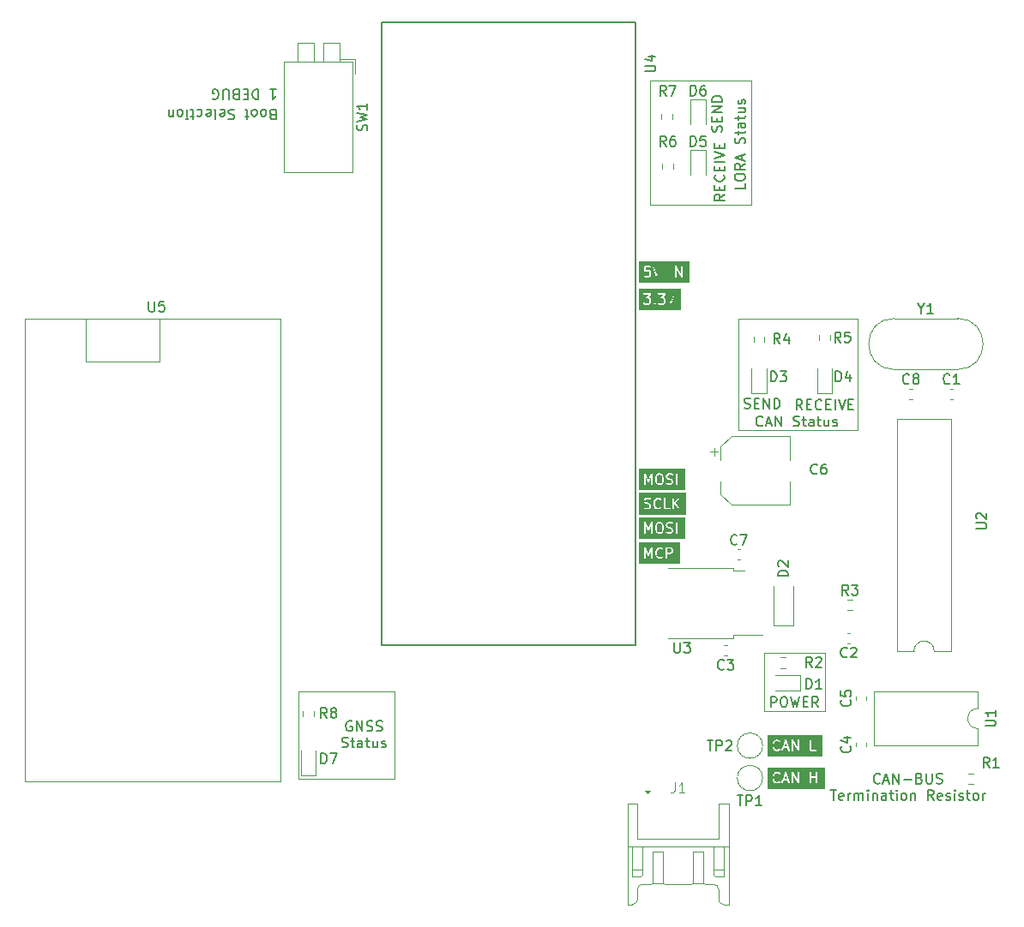
<source format=gbr>
%TF.GenerationSoftware,KiCad,Pcbnew,7.0.1-0*%
%TF.CreationDate,2023-05-23T14:03:24+09:00*%
%TF.ProjectId,SystemData,53797374-656d-4446-9174-612e6b696361,rev?*%
%TF.SameCoordinates,Original*%
%TF.FileFunction,Legend,Top*%
%TF.FilePolarity,Positive*%
%FSLAX46Y46*%
G04 Gerber Fmt 4.6, Leading zero omitted, Abs format (unit mm)*
G04 Created by KiCad (PCBNEW 7.0.1-0) date 2023-05-23 14:03:24*
%MOMM*%
%LPD*%
G01*
G04 APERTURE LIST*
%ADD10C,0.100000*%
%ADD11C,0.153000*%
%ADD12C,0.150000*%
%ADD13C,0.200000*%
%ADD14C,0.120000*%
%ADD15C,0.127000*%
G04 APERTURE END LIST*
D10*
X127500000Y-120375000D02*
X137000000Y-120375000D01*
X137000000Y-129000000D01*
X127500000Y-129000000D01*
X127500000Y-120375000D01*
X162227500Y-60000200D02*
X172227500Y-60000200D01*
X172227500Y-72250200D01*
X162227500Y-72250200D01*
X162227500Y-60000200D01*
X173477500Y-116500200D02*
X179477500Y-116500200D01*
X179477500Y-122250200D01*
X173477500Y-122250200D01*
X173477500Y-116500200D01*
X170977500Y-83500200D02*
X182727500Y-83500200D01*
X182727500Y-94500200D01*
X170977500Y-94500200D01*
X170977500Y-83500200D01*
D11*
G36*
X166150095Y-79963039D02*
G01*
X161127643Y-79963039D01*
X161127643Y-79261123D01*
X161610949Y-79261123D01*
X161620498Y-79305021D01*
X161677217Y-79361741D01*
X161683792Y-79372810D01*
X161702646Y-79382237D01*
X161721146Y-79392339D01*
X161722636Y-79392232D01*
X161795434Y-79428631D01*
X161810870Y-79438551D01*
X161826504Y-79438551D01*
X161841891Y-79441320D01*
X161848567Y-79438551D01*
X162067310Y-79438551D01*
X162085548Y-79440520D01*
X162099528Y-79433529D01*
X162114533Y-79429124D01*
X162119267Y-79423660D01*
X162192296Y-79387145D01*
X162204877Y-79384409D01*
X162219788Y-79369497D01*
X162235216Y-79355147D01*
X162235586Y-79353698D01*
X162261595Y-79327688D01*
X162272663Y-79321115D01*
X162282087Y-79302266D01*
X162292193Y-79283759D01*
X162292086Y-79282268D01*
X162328484Y-79209472D01*
X162338404Y-79194037D01*
X162338404Y-79178403D01*
X162341173Y-79163016D01*
X162338404Y-79156340D01*
X162338404Y-78937596D01*
X162340373Y-78919358D01*
X162333382Y-78905376D01*
X162328977Y-78890374D01*
X162323514Y-78885640D01*
X162286998Y-78812608D01*
X162284262Y-78800031D01*
X162269366Y-78785135D01*
X162255000Y-78769691D01*
X162253551Y-78769320D01*
X162227542Y-78743311D01*
X162220969Y-78732244D01*
X162202124Y-78722821D01*
X162183614Y-78712714D01*
X162182122Y-78712820D01*
X162109326Y-78676422D01*
X162093891Y-78666503D01*
X162078257Y-78666503D01*
X162062870Y-78663734D01*
X162056194Y-78666503D01*
X161837450Y-78666503D01*
X161819212Y-78664534D01*
X161805230Y-78671524D01*
X161790228Y-78675930D01*
X161785494Y-78681392D01*
X161782913Y-78682683D01*
X161807327Y-78438551D01*
X162225285Y-78438551D01*
X162257390Y-78429124D01*
X162286810Y-78395172D01*
X162291157Y-78364932D01*
X162467941Y-78364932D01*
X162804001Y-79373113D01*
X162803690Y-79381734D01*
X162810968Y-79394013D01*
X162811856Y-79396677D01*
X162816551Y-79403432D01*
X162826596Y-79420380D01*
X162829255Y-79421712D01*
X162830952Y-79424154D01*
X162849156Y-79431685D01*
X162866761Y-79440507D01*
X162869715Y-79440190D01*
X162872465Y-79441328D01*
X162891845Y-79437822D01*
X162911430Y-79435726D01*
X162913747Y-79433860D01*
X162916673Y-79433331D01*
X162931078Y-79419907D01*
X162946423Y-79407553D01*
X162947363Y-79404731D01*
X162949539Y-79402704D01*
X162954401Y-79383617D01*
X162957923Y-79373051D01*
X164233024Y-79373051D01*
X164242451Y-79405156D01*
X164276403Y-79434576D01*
X164320871Y-79440969D01*
X164361736Y-79422307D01*
X164386024Y-79384514D01*
X164386024Y-78380502D01*
X164708149Y-78380502D01*
X164709214Y-78382366D01*
X164709214Y-79373051D01*
X164718641Y-79405156D01*
X164752593Y-79434576D01*
X164797061Y-79440969D01*
X164837926Y-79422307D01*
X164862214Y-79384514D01*
X164862214Y-78650116D01*
X165286268Y-79392212D01*
X165290069Y-79405156D01*
X165305541Y-79418562D01*
X165320292Y-79432754D01*
X165322398Y-79433169D01*
X165324021Y-79434576D01*
X165344281Y-79437488D01*
X165364367Y-79441453D01*
X165366364Y-79440663D01*
X165368489Y-79440969D01*
X165387116Y-79432462D01*
X165406148Y-79424941D01*
X165407400Y-79423199D01*
X165409354Y-79422307D01*
X165420422Y-79405083D01*
X165432370Y-79388464D01*
X165432481Y-79386319D01*
X165433642Y-79384514D01*
X165433642Y-79364045D01*
X165434707Y-79343600D01*
X165433642Y-79341736D01*
X165433642Y-78351051D01*
X165424215Y-78318946D01*
X165390263Y-78289526D01*
X165345795Y-78283133D01*
X165304930Y-78301795D01*
X165280642Y-78339588D01*
X165280642Y-79073986D01*
X164856587Y-78331889D01*
X164852787Y-78318946D01*
X164837314Y-78305539D01*
X164822564Y-78291348D01*
X164820457Y-78290932D01*
X164818835Y-78289526D01*
X164798574Y-78286613D01*
X164778489Y-78282649D01*
X164776491Y-78283438D01*
X164774367Y-78283133D01*
X164755739Y-78291639D01*
X164736708Y-78299161D01*
X164735456Y-78300902D01*
X164733502Y-78301795D01*
X164722429Y-78319023D01*
X164710486Y-78335639D01*
X164710374Y-78337782D01*
X164709214Y-78339588D01*
X164709214Y-78360057D01*
X164708149Y-78380502D01*
X164386024Y-78380502D01*
X164386024Y-78351051D01*
X164376597Y-78318946D01*
X164342645Y-78289526D01*
X164298177Y-78283133D01*
X164257312Y-78301795D01*
X164233024Y-78339588D01*
X164233024Y-79373051D01*
X162957923Y-79373051D01*
X163290338Y-78375807D01*
X163291547Y-78342369D01*
X163268641Y-78303722D01*
X163228476Y-78283595D01*
X163183807Y-78288377D01*
X163148814Y-78316550D01*
X162880952Y-79120135D01*
X162616715Y-78327424D01*
X162597619Y-78299948D01*
X162556106Y-78282774D01*
X162511898Y-78290771D01*
X162479032Y-78321398D01*
X162467941Y-78364932D01*
X162291157Y-78364932D01*
X162293203Y-78350704D01*
X162274541Y-78309839D01*
X162236748Y-78285551D01*
X161747414Y-78285551D01*
X161734657Y-78282396D01*
X161714967Y-78289112D01*
X161694990Y-78294978D01*
X161693823Y-78296324D01*
X161692138Y-78296899D01*
X161679199Y-78313201D01*
X161665570Y-78328930D01*
X161665316Y-78330692D01*
X161664210Y-78332087D01*
X161662139Y-78352791D01*
X161659177Y-78373398D01*
X161659916Y-78375018D01*
X161615899Y-78815192D01*
X161612568Y-78821293D01*
X161613702Y-78837157D01*
X161613261Y-78841574D01*
X161614483Y-78848071D01*
X161615773Y-78866104D01*
X161618581Y-78869855D01*
X161619447Y-78874458D01*
X161631861Y-78887594D01*
X161642696Y-78902068D01*
X161647085Y-78903705D01*
X161650303Y-78907110D01*
X161667846Y-78911448D01*
X161684788Y-78917768D01*
X161689367Y-78916771D01*
X161693914Y-78917896D01*
X161711020Y-78912061D01*
X161728686Y-78908218D01*
X161731998Y-78904905D01*
X161736433Y-78903393D01*
X161747672Y-78889231D01*
X161783412Y-78853492D01*
X161851391Y-78819503D01*
X162053369Y-78819503D01*
X162121350Y-78853493D01*
X162151414Y-78883558D01*
X162185404Y-78951537D01*
X162185404Y-79153515D01*
X162151413Y-79221496D01*
X162121350Y-79251560D01*
X162053369Y-79285551D01*
X161851392Y-79285551D01*
X161783410Y-79251560D01*
X161736792Y-79204941D01*
X161707425Y-79188905D01*
X161662614Y-79192109D01*
X161626650Y-79219031D01*
X161610949Y-79261123D01*
X161127643Y-79261123D01*
X161127643Y-77835825D01*
X166150095Y-77835825D01*
X166150095Y-79963039D01*
G37*
X184938095Y-129357380D02*
X184890476Y-129405000D01*
X184890476Y-129405000D02*
X184747619Y-129452619D01*
X184747619Y-129452619D02*
X184652381Y-129452619D01*
X184652381Y-129452619D02*
X184509524Y-129405000D01*
X184509524Y-129405000D02*
X184414286Y-129309761D01*
X184414286Y-129309761D02*
X184366667Y-129214523D01*
X184366667Y-129214523D02*
X184319048Y-129024047D01*
X184319048Y-129024047D02*
X184319048Y-128881190D01*
X184319048Y-128881190D02*
X184366667Y-128690714D01*
X184366667Y-128690714D02*
X184414286Y-128595476D01*
X184414286Y-128595476D02*
X184509524Y-128500238D01*
X184509524Y-128500238D02*
X184652381Y-128452619D01*
X184652381Y-128452619D02*
X184747619Y-128452619D01*
X184747619Y-128452619D02*
X184890476Y-128500238D01*
X184890476Y-128500238D02*
X184938095Y-128547857D01*
X185319048Y-129166904D02*
X185795238Y-129166904D01*
X185223810Y-129452619D02*
X185557143Y-128452619D01*
X185557143Y-128452619D02*
X185890476Y-129452619D01*
X186223810Y-129452619D02*
X186223810Y-128452619D01*
X186223810Y-128452619D02*
X186795238Y-129452619D01*
X186795238Y-129452619D02*
X186795238Y-128452619D01*
X187271429Y-129071666D02*
X188033334Y-129071666D01*
X188842857Y-128928809D02*
X188985714Y-128976428D01*
X188985714Y-128976428D02*
X189033333Y-129024047D01*
X189033333Y-129024047D02*
X189080952Y-129119285D01*
X189080952Y-129119285D02*
X189080952Y-129262142D01*
X189080952Y-129262142D02*
X189033333Y-129357380D01*
X189033333Y-129357380D02*
X188985714Y-129405000D01*
X188985714Y-129405000D02*
X188890476Y-129452619D01*
X188890476Y-129452619D02*
X188509524Y-129452619D01*
X188509524Y-129452619D02*
X188509524Y-128452619D01*
X188509524Y-128452619D02*
X188842857Y-128452619D01*
X188842857Y-128452619D02*
X188938095Y-128500238D01*
X188938095Y-128500238D02*
X188985714Y-128547857D01*
X188985714Y-128547857D02*
X189033333Y-128643095D01*
X189033333Y-128643095D02*
X189033333Y-128738333D01*
X189033333Y-128738333D02*
X188985714Y-128833571D01*
X188985714Y-128833571D02*
X188938095Y-128881190D01*
X188938095Y-128881190D02*
X188842857Y-128928809D01*
X188842857Y-128928809D02*
X188509524Y-128928809D01*
X189509524Y-128452619D02*
X189509524Y-129262142D01*
X189509524Y-129262142D02*
X189557143Y-129357380D01*
X189557143Y-129357380D02*
X189604762Y-129405000D01*
X189604762Y-129405000D02*
X189700000Y-129452619D01*
X189700000Y-129452619D02*
X189890476Y-129452619D01*
X189890476Y-129452619D02*
X189985714Y-129405000D01*
X189985714Y-129405000D02*
X190033333Y-129357380D01*
X190033333Y-129357380D02*
X190080952Y-129262142D01*
X190080952Y-129262142D02*
X190080952Y-128452619D01*
X190509524Y-129405000D02*
X190652381Y-129452619D01*
X190652381Y-129452619D02*
X190890476Y-129452619D01*
X190890476Y-129452619D02*
X190985714Y-129405000D01*
X190985714Y-129405000D02*
X191033333Y-129357380D01*
X191033333Y-129357380D02*
X191080952Y-129262142D01*
X191080952Y-129262142D02*
X191080952Y-129166904D01*
X191080952Y-129166904D02*
X191033333Y-129071666D01*
X191033333Y-129071666D02*
X190985714Y-129024047D01*
X190985714Y-129024047D02*
X190890476Y-128976428D01*
X190890476Y-128976428D02*
X190700000Y-128928809D01*
X190700000Y-128928809D02*
X190604762Y-128881190D01*
X190604762Y-128881190D02*
X190557143Y-128833571D01*
X190557143Y-128833571D02*
X190509524Y-128738333D01*
X190509524Y-128738333D02*
X190509524Y-128643095D01*
X190509524Y-128643095D02*
X190557143Y-128547857D01*
X190557143Y-128547857D02*
X190604762Y-128500238D01*
X190604762Y-128500238D02*
X190700000Y-128452619D01*
X190700000Y-128452619D02*
X190938095Y-128452619D01*
X190938095Y-128452619D02*
X191080952Y-128500238D01*
X180033333Y-130072619D02*
X180604761Y-130072619D01*
X180319047Y-131072619D02*
X180319047Y-130072619D01*
X181319047Y-131025000D02*
X181223809Y-131072619D01*
X181223809Y-131072619D02*
X181033333Y-131072619D01*
X181033333Y-131072619D02*
X180938095Y-131025000D01*
X180938095Y-131025000D02*
X180890476Y-130929761D01*
X180890476Y-130929761D02*
X180890476Y-130548809D01*
X180890476Y-130548809D02*
X180938095Y-130453571D01*
X180938095Y-130453571D02*
X181033333Y-130405952D01*
X181033333Y-130405952D02*
X181223809Y-130405952D01*
X181223809Y-130405952D02*
X181319047Y-130453571D01*
X181319047Y-130453571D02*
X181366666Y-130548809D01*
X181366666Y-130548809D02*
X181366666Y-130644047D01*
X181366666Y-130644047D02*
X180890476Y-130739285D01*
X181795238Y-131072619D02*
X181795238Y-130405952D01*
X181795238Y-130596428D02*
X181842857Y-130501190D01*
X181842857Y-130501190D02*
X181890476Y-130453571D01*
X181890476Y-130453571D02*
X181985714Y-130405952D01*
X181985714Y-130405952D02*
X182080952Y-130405952D01*
X182414286Y-131072619D02*
X182414286Y-130405952D01*
X182414286Y-130501190D02*
X182461905Y-130453571D01*
X182461905Y-130453571D02*
X182557143Y-130405952D01*
X182557143Y-130405952D02*
X182700000Y-130405952D01*
X182700000Y-130405952D02*
X182795238Y-130453571D01*
X182795238Y-130453571D02*
X182842857Y-130548809D01*
X182842857Y-130548809D02*
X182842857Y-131072619D01*
X182842857Y-130548809D02*
X182890476Y-130453571D01*
X182890476Y-130453571D02*
X182985714Y-130405952D01*
X182985714Y-130405952D02*
X183128571Y-130405952D01*
X183128571Y-130405952D02*
X183223810Y-130453571D01*
X183223810Y-130453571D02*
X183271429Y-130548809D01*
X183271429Y-130548809D02*
X183271429Y-131072619D01*
X183747619Y-131072619D02*
X183747619Y-130405952D01*
X183747619Y-130072619D02*
X183700000Y-130120238D01*
X183700000Y-130120238D02*
X183747619Y-130167857D01*
X183747619Y-130167857D02*
X183795238Y-130120238D01*
X183795238Y-130120238D02*
X183747619Y-130072619D01*
X183747619Y-130072619D02*
X183747619Y-130167857D01*
X184223809Y-130405952D02*
X184223809Y-131072619D01*
X184223809Y-130501190D02*
X184271428Y-130453571D01*
X184271428Y-130453571D02*
X184366666Y-130405952D01*
X184366666Y-130405952D02*
X184509523Y-130405952D01*
X184509523Y-130405952D02*
X184604761Y-130453571D01*
X184604761Y-130453571D02*
X184652380Y-130548809D01*
X184652380Y-130548809D02*
X184652380Y-131072619D01*
X185557142Y-131072619D02*
X185557142Y-130548809D01*
X185557142Y-130548809D02*
X185509523Y-130453571D01*
X185509523Y-130453571D02*
X185414285Y-130405952D01*
X185414285Y-130405952D02*
X185223809Y-130405952D01*
X185223809Y-130405952D02*
X185128571Y-130453571D01*
X185557142Y-131025000D02*
X185461904Y-131072619D01*
X185461904Y-131072619D02*
X185223809Y-131072619D01*
X185223809Y-131072619D02*
X185128571Y-131025000D01*
X185128571Y-131025000D02*
X185080952Y-130929761D01*
X185080952Y-130929761D02*
X185080952Y-130834523D01*
X185080952Y-130834523D02*
X185128571Y-130739285D01*
X185128571Y-130739285D02*
X185223809Y-130691666D01*
X185223809Y-130691666D02*
X185461904Y-130691666D01*
X185461904Y-130691666D02*
X185557142Y-130644047D01*
X185890476Y-130405952D02*
X186271428Y-130405952D01*
X186033333Y-130072619D02*
X186033333Y-130929761D01*
X186033333Y-130929761D02*
X186080952Y-131025000D01*
X186080952Y-131025000D02*
X186176190Y-131072619D01*
X186176190Y-131072619D02*
X186271428Y-131072619D01*
X186604762Y-131072619D02*
X186604762Y-130405952D01*
X186604762Y-130072619D02*
X186557143Y-130120238D01*
X186557143Y-130120238D02*
X186604762Y-130167857D01*
X186604762Y-130167857D02*
X186652381Y-130120238D01*
X186652381Y-130120238D02*
X186604762Y-130072619D01*
X186604762Y-130072619D02*
X186604762Y-130167857D01*
X187223809Y-131072619D02*
X187128571Y-131025000D01*
X187128571Y-131025000D02*
X187080952Y-130977380D01*
X187080952Y-130977380D02*
X187033333Y-130882142D01*
X187033333Y-130882142D02*
X187033333Y-130596428D01*
X187033333Y-130596428D02*
X187080952Y-130501190D01*
X187080952Y-130501190D02*
X187128571Y-130453571D01*
X187128571Y-130453571D02*
X187223809Y-130405952D01*
X187223809Y-130405952D02*
X187366666Y-130405952D01*
X187366666Y-130405952D02*
X187461904Y-130453571D01*
X187461904Y-130453571D02*
X187509523Y-130501190D01*
X187509523Y-130501190D02*
X187557142Y-130596428D01*
X187557142Y-130596428D02*
X187557142Y-130882142D01*
X187557142Y-130882142D02*
X187509523Y-130977380D01*
X187509523Y-130977380D02*
X187461904Y-131025000D01*
X187461904Y-131025000D02*
X187366666Y-131072619D01*
X187366666Y-131072619D02*
X187223809Y-131072619D01*
X187985714Y-130405952D02*
X187985714Y-131072619D01*
X187985714Y-130501190D02*
X188033333Y-130453571D01*
X188033333Y-130453571D02*
X188128571Y-130405952D01*
X188128571Y-130405952D02*
X188271428Y-130405952D01*
X188271428Y-130405952D02*
X188366666Y-130453571D01*
X188366666Y-130453571D02*
X188414285Y-130548809D01*
X188414285Y-130548809D02*
X188414285Y-131072619D01*
X190223809Y-131072619D02*
X189890476Y-130596428D01*
X189652381Y-131072619D02*
X189652381Y-130072619D01*
X189652381Y-130072619D02*
X190033333Y-130072619D01*
X190033333Y-130072619D02*
X190128571Y-130120238D01*
X190128571Y-130120238D02*
X190176190Y-130167857D01*
X190176190Y-130167857D02*
X190223809Y-130263095D01*
X190223809Y-130263095D02*
X190223809Y-130405952D01*
X190223809Y-130405952D02*
X190176190Y-130501190D01*
X190176190Y-130501190D02*
X190128571Y-130548809D01*
X190128571Y-130548809D02*
X190033333Y-130596428D01*
X190033333Y-130596428D02*
X189652381Y-130596428D01*
X191033333Y-131025000D02*
X190938095Y-131072619D01*
X190938095Y-131072619D02*
X190747619Y-131072619D01*
X190747619Y-131072619D02*
X190652381Y-131025000D01*
X190652381Y-131025000D02*
X190604762Y-130929761D01*
X190604762Y-130929761D02*
X190604762Y-130548809D01*
X190604762Y-130548809D02*
X190652381Y-130453571D01*
X190652381Y-130453571D02*
X190747619Y-130405952D01*
X190747619Y-130405952D02*
X190938095Y-130405952D01*
X190938095Y-130405952D02*
X191033333Y-130453571D01*
X191033333Y-130453571D02*
X191080952Y-130548809D01*
X191080952Y-130548809D02*
X191080952Y-130644047D01*
X191080952Y-130644047D02*
X190604762Y-130739285D01*
X191461905Y-131025000D02*
X191557143Y-131072619D01*
X191557143Y-131072619D02*
X191747619Y-131072619D01*
X191747619Y-131072619D02*
X191842857Y-131025000D01*
X191842857Y-131025000D02*
X191890476Y-130929761D01*
X191890476Y-130929761D02*
X191890476Y-130882142D01*
X191890476Y-130882142D02*
X191842857Y-130786904D01*
X191842857Y-130786904D02*
X191747619Y-130739285D01*
X191747619Y-130739285D02*
X191604762Y-130739285D01*
X191604762Y-130739285D02*
X191509524Y-130691666D01*
X191509524Y-130691666D02*
X191461905Y-130596428D01*
X191461905Y-130596428D02*
X191461905Y-130548809D01*
X191461905Y-130548809D02*
X191509524Y-130453571D01*
X191509524Y-130453571D02*
X191604762Y-130405952D01*
X191604762Y-130405952D02*
X191747619Y-130405952D01*
X191747619Y-130405952D02*
X191842857Y-130453571D01*
X192319048Y-131072619D02*
X192319048Y-130405952D01*
X192319048Y-130072619D02*
X192271429Y-130120238D01*
X192271429Y-130120238D02*
X192319048Y-130167857D01*
X192319048Y-130167857D02*
X192366667Y-130120238D01*
X192366667Y-130120238D02*
X192319048Y-130072619D01*
X192319048Y-130072619D02*
X192319048Y-130167857D01*
X192747619Y-131025000D02*
X192842857Y-131072619D01*
X192842857Y-131072619D02*
X193033333Y-131072619D01*
X193033333Y-131072619D02*
X193128571Y-131025000D01*
X193128571Y-131025000D02*
X193176190Y-130929761D01*
X193176190Y-130929761D02*
X193176190Y-130882142D01*
X193176190Y-130882142D02*
X193128571Y-130786904D01*
X193128571Y-130786904D02*
X193033333Y-130739285D01*
X193033333Y-130739285D02*
X192890476Y-130739285D01*
X192890476Y-130739285D02*
X192795238Y-130691666D01*
X192795238Y-130691666D02*
X192747619Y-130596428D01*
X192747619Y-130596428D02*
X192747619Y-130548809D01*
X192747619Y-130548809D02*
X192795238Y-130453571D01*
X192795238Y-130453571D02*
X192890476Y-130405952D01*
X192890476Y-130405952D02*
X193033333Y-130405952D01*
X193033333Y-130405952D02*
X193128571Y-130453571D01*
X193461905Y-130405952D02*
X193842857Y-130405952D01*
X193604762Y-130072619D02*
X193604762Y-130929761D01*
X193604762Y-130929761D02*
X193652381Y-131025000D01*
X193652381Y-131025000D02*
X193747619Y-131072619D01*
X193747619Y-131072619D02*
X193842857Y-131072619D01*
X194319048Y-131072619D02*
X194223810Y-131025000D01*
X194223810Y-131025000D02*
X194176191Y-130977380D01*
X194176191Y-130977380D02*
X194128572Y-130882142D01*
X194128572Y-130882142D02*
X194128572Y-130596428D01*
X194128572Y-130596428D02*
X194176191Y-130501190D01*
X194176191Y-130501190D02*
X194223810Y-130453571D01*
X194223810Y-130453571D02*
X194319048Y-130405952D01*
X194319048Y-130405952D02*
X194461905Y-130405952D01*
X194461905Y-130405952D02*
X194557143Y-130453571D01*
X194557143Y-130453571D02*
X194604762Y-130501190D01*
X194604762Y-130501190D02*
X194652381Y-130596428D01*
X194652381Y-130596428D02*
X194652381Y-130882142D01*
X194652381Y-130882142D02*
X194604762Y-130977380D01*
X194604762Y-130977380D02*
X194557143Y-131025000D01*
X194557143Y-131025000D02*
X194461905Y-131072619D01*
X194461905Y-131072619D02*
X194319048Y-131072619D01*
X195080953Y-131072619D02*
X195080953Y-130405952D01*
X195080953Y-130596428D02*
X195128572Y-130501190D01*
X195128572Y-130501190D02*
X195176191Y-130453571D01*
X195176191Y-130453571D02*
X195271429Y-130405952D01*
X195271429Y-130405952D02*
X195366667Y-130405952D01*
D12*
X132785714Y-123305238D02*
X132690476Y-123257619D01*
X132690476Y-123257619D02*
X132547619Y-123257619D01*
X132547619Y-123257619D02*
X132404762Y-123305238D01*
X132404762Y-123305238D02*
X132309524Y-123400476D01*
X132309524Y-123400476D02*
X132261905Y-123495714D01*
X132261905Y-123495714D02*
X132214286Y-123686190D01*
X132214286Y-123686190D02*
X132214286Y-123829047D01*
X132214286Y-123829047D02*
X132261905Y-124019523D01*
X132261905Y-124019523D02*
X132309524Y-124114761D01*
X132309524Y-124114761D02*
X132404762Y-124210000D01*
X132404762Y-124210000D02*
X132547619Y-124257619D01*
X132547619Y-124257619D02*
X132642857Y-124257619D01*
X132642857Y-124257619D02*
X132785714Y-124210000D01*
X132785714Y-124210000D02*
X132833333Y-124162380D01*
X132833333Y-124162380D02*
X132833333Y-123829047D01*
X132833333Y-123829047D02*
X132642857Y-123829047D01*
X133261905Y-124257619D02*
X133261905Y-123257619D01*
X133261905Y-123257619D02*
X133833333Y-124257619D01*
X133833333Y-124257619D02*
X133833333Y-123257619D01*
X134261905Y-124210000D02*
X134404762Y-124257619D01*
X134404762Y-124257619D02*
X134642857Y-124257619D01*
X134642857Y-124257619D02*
X134738095Y-124210000D01*
X134738095Y-124210000D02*
X134785714Y-124162380D01*
X134785714Y-124162380D02*
X134833333Y-124067142D01*
X134833333Y-124067142D02*
X134833333Y-123971904D01*
X134833333Y-123971904D02*
X134785714Y-123876666D01*
X134785714Y-123876666D02*
X134738095Y-123829047D01*
X134738095Y-123829047D02*
X134642857Y-123781428D01*
X134642857Y-123781428D02*
X134452381Y-123733809D01*
X134452381Y-123733809D02*
X134357143Y-123686190D01*
X134357143Y-123686190D02*
X134309524Y-123638571D01*
X134309524Y-123638571D02*
X134261905Y-123543333D01*
X134261905Y-123543333D02*
X134261905Y-123448095D01*
X134261905Y-123448095D02*
X134309524Y-123352857D01*
X134309524Y-123352857D02*
X134357143Y-123305238D01*
X134357143Y-123305238D02*
X134452381Y-123257619D01*
X134452381Y-123257619D02*
X134690476Y-123257619D01*
X134690476Y-123257619D02*
X134833333Y-123305238D01*
X135214286Y-124210000D02*
X135357143Y-124257619D01*
X135357143Y-124257619D02*
X135595238Y-124257619D01*
X135595238Y-124257619D02*
X135690476Y-124210000D01*
X135690476Y-124210000D02*
X135738095Y-124162380D01*
X135738095Y-124162380D02*
X135785714Y-124067142D01*
X135785714Y-124067142D02*
X135785714Y-123971904D01*
X135785714Y-123971904D02*
X135738095Y-123876666D01*
X135738095Y-123876666D02*
X135690476Y-123829047D01*
X135690476Y-123829047D02*
X135595238Y-123781428D01*
X135595238Y-123781428D02*
X135404762Y-123733809D01*
X135404762Y-123733809D02*
X135309524Y-123686190D01*
X135309524Y-123686190D02*
X135261905Y-123638571D01*
X135261905Y-123638571D02*
X135214286Y-123543333D01*
X135214286Y-123543333D02*
X135214286Y-123448095D01*
X135214286Y-123448095D02*
X135261905Y-123352857D01*
X135261905Y-123352857D02*
X135309524Y-123305238D01*
X135309524Y-123305238D02*
X135404762Y-123257619D01*
X135404762Y-123257619D02*
X135642857Y-123257619D01*
X135642857Y-123257619D02*
X135785714Y-123305238D01*
X131833333Y-125830000D02*
X131976190Y-125877619D01*
X131976190Y-125877619D02*
X132214285Y-125877619D01*
X132214285Y-125877619D02*
X132309523Y-125830000D01*
X132309523Y-125830000D02*
X132357142Y-125782380D01*
X132357142Y-125782380D02*
X132404761Y-125687142D01*
X132404761Y-125687142D02*
X132404761Y-125591904D01*
X132404761Y-125591904D02*
X132357142Y-125496666D01*
X132357142Y-125496666D02*
X132309523Y-125449047D01*
X132309523Y-125449047D02*
X132214285Y-125401428D01*
X132214285Y-125401428D02*
X132023809Y-125353809D01*
X132023809Y-125353809D02*
X131928571Y-125306190D01*
X131928571Y-125306190D02*
X131880952Y-125258571D01*
X131880952Y-125258571D02*
X131833333Y-125163333D01*
X131833333Y-125163333D02*
X131833333Y-125068095D01*
X131833333Y-125068095D02*
X131880952Y-124972857D01*
X131880952Y-124972857D02*
X131928571Y-124925238D01*
X131928571Y-124925238D02*
X132023809Y-124877619D01*
X132023809Y-124877619D02*
X132261904Y-124877619D01*
X132261904Y-124877619D02*
X132404761Y-124925238D01*
X132690476Y-125210952D02*
X133071428Y-125210952D01*
X132833333Y-124877619D02*
X132833333Y-125734761D01*
X132833333Y-125734761D02*
X132880952Y-125830000D01*
X132880952Y-125830000D02*
X132976190Y-125877619D01*
X132976190Y-125877619D02*
X133071428Y-125877619D01*
X133833333Y-125877619D02*
X133833333Y-125353809D01*
X133833333Y-125353809D02*
X133785714Y-125258571D01*
X133785714Y-125258571D02*
X133690476Y-125210952D01*
X133690476Y-125210952D02*
X133500000Y-125210952D01*
X133500000Y-125210952D02*
X133404762Y-125258571D01*
X133833333Y-125830000D02*
X133738095Y-125877619D01*
X133738095Y-125877619D02*
X133500000Y-125877619D01*
X133500000Y-125877619D02*
X133404762Y-125830000D01*
X133404762Y-125830000D02*
X133357143Y-125734761D01*
X133357143Y-125734761D02*
X133357143Y-125639523D01*
X133357143Y-125639523D02*
X133404762Y-125544285D01*
X133404762Y-125544285D02*
X133500000Y-125496666D01*
X133500000Y-125496666D02*
X133738095Y-125496666D01*
X133738095Y-125496666D02*
X133833333Y-125449047D01*
X134166667Y-125210952D02*
X134547619Y-125210952D01*
X134309524Y-124877619D02*
X134309524Y-125734761D01*
X134309524Y-125734761D02*
X134357143Y-125830000D01*
X134357143Y-125830000D02*
X134452381Y-125877619D01*
X134452381Y-125877619D02*
X134547619Y-125877619D01*
X135309524Y-125210952D02*
X135309524Y-125877619D01*
X134880953Y-125210952D02*
X134880953Y-125734761D01*
X134880953Y-125734761D02*
X134928572Y-125830000D01*
X134928572Y-125830000D02*
X135023810Y-125877619D01*
X135023810Y-125877619D02*
X135166667Y-125877619D01*
X135166667Y-125877619D02*
X135261905Y-125830000D01*
X135261905Y-125830000D02*
X135309524Y-125782380D01*
X135738096Y-125830000D02*
X135833334Y-125877619D01*
X135833334Y-125877619D02*
X136023810Y-125877619D01*
X136023810Y-125877619D02*
X136119048Y-125830000D01*
X136119048Y-125830000D02*
X136166667Y-125734761D01*
X136166667Y-125734761D02*
X136166667Y-125687142D01*
X136166667Y-125687142D02*
X136119048Y-125591904D01*
X136119048Y-125591904D02*
X136023810Y-125544285D01*
X136023810Y-125544285D02*
X135880953Y-125544285D01*
X135880953Y-125544285D02*
X135785715Y-125496666D01*
X135785715Y-125496666D02*
X135738096Y-125401428D01*
X135738096Y-125401428D02*
X135738096Y-125353809D01*
X135738096Y-125353809D02*
X135785715Y-125258571D01*
X135785715Y-125258571D02*
X135880953Y-125210952D01*
X135880953Y-125210952D02*
X136023810Y-125210952D01*
X136023810Y-125210952D02*
X136119048Y-125258571D01*
X171538095Y-92330200D02*
X171680952Y-92377819D01*
X171680952Y-92377819D02*
X171919047Y-92377819D01*
X171919047Y-92377819D02*
X172014285Y-92330200D01*
X172014285Y-92330200D02*
X172061904Y-92282580D01*
X172061904Y-92282580D02*
X172109523Y-92187342D01*
X172109523Y-92187342D02*
X172109523Y-92092104D01*
X172109523Y-92092104D02*
X172061904Y-91996866D01*
X172061904Y-91996866D02*
X172014285Y-91949247D01*
X172014285Y-91949247D02*
X171919047Y-91901628D01*
X171919047Y-91901628D02*
X171728571Y-91854009D01*
X171728571Y-91854009D02*
X171633333Y-91806390D01*
X171633333Y-91806390D02*
X171585714Y-91758771D01*
X171585714Y-91758771D02*
X171538095Y-91663533D01*
X171538095Y-91663533D02*
X171538095Y-91568295D01*
X171538095Y-91568295D02*
X171585714Y-91473057D01*
X171585714Y-91473057D02*
X171633333Y-91425438D01*
X171633333Y-91425438D02*
X171728571Y-91377819D01*
X171728571Y-91377819D02*
X171966666Y-91377819D01*
X171966666Y-91377819D02*
X172109523Y-91425438D01*
X172538095Y-91854009D02*
X172871428Y-91854009D01*
X173014285Y-92377819D02*
X172538095Y-92377819D01*
X172538095Y-92377819D02*
X172538095Y-91377819D01*
X172538095Y-91377819D02*
X173014285Y-91377819D01*
X173442857Y-92377819D02*
X173442857Y-91377819D01*
X173442857Y-91377819D02*
X174014285Y-92377819D01*
X174014285Y-92377819D02*
X174014285Y-91377819D01*
X174490476Y-92377819D02*
X174490476Y-91377819D01*
X174490476Y-91377819D02*
X174728571Y-91377819D01*
X174728571Y-91377819D02*
X174871428Y-91425438D01*
X174871428Y-91425438D02*
X174966666Y-91520676D01*
X174966666Y-91520676D02*
X175014285Y-91615914D01*
X175014285Y-91615914D02*
X175061904Y-91806390D01*
X175061904Y-91806390D02*
X175061904Y-91949247D01*
X175061904Y-91949247D02*
X175014285Y-92139723D01*
X175014285Y-92139723D02*
X174966666Y-92234961D01*
X174966666Y-92234961D02*
X174871428Y-92330200D01*
X174871428Y-92330200D02*
X174728571Y-92377819D01*
X174728571Y-92377819D02*
X174490476Y-92377819D01*
D11*
G36*
X175760528Y-125799836D02*
G01*
X175496615Y-125799836D01*
X175628571Y-125403966D01*
X175760528Y-125799836D01*
G37*
G36*
X179231048Y-126763039D02*
G01*
X173827643Y-126763039D01*
X173827643Y-125730241D01*
X174310812Y-125730241D01*
X174313976Y-125742897D01*
X174313976Y-125744479D01*
X174316637Y-125753544D01*
X174360574Y-125929289D01*
X174359626Y-125938075D01*
X174365915Y-125950653D01*
X174366547Y-125953180D01*
X174370820Y-125960464D01*
X174412999Y-126044821D01*
X174415736Y-126057403D01*
X174430655Y-126072323D01*
X174444999Y-126087743D01*
X174446445Y-126088112D01*
X174523944Y-126165612D01*
X174535450Y-126179903D01*
X174550280Y-126184846D01*
X174564004Y-126192340D01*
X174571213Y-126191824D01*
X174690518Y-126231592D01*
X174701346Y-126238551D01*
X174722416Y-126238551D01*
X174743491Y-126239313D01*
X174744777Y-126238551D01*
X174809454Y-126238551D01*
X174821928Y-126241729D01*
X174841925Y-126235062D01*
X174862152Y-126229124D01*
X174863130Y-126227994D01*
X174982185Y-126188309D01*
X175000115Y-126184409D01*
X175002790Y-126181734D01*
X175217976Y-126181734D01*
X175240882Y-126220380D01*
X175281047Y-126240507D01*
X175325716Y-126235726D01*
X175360709Y-126207553D01*
X175445615Y-125952836D01*
X175811528Y-125952836D01*
X175892808Y-126196677D01*
X175911904Y-126224154D01*
X175953417Y-126241328D01*
X175997625Y-126233331D01*
X176030491Y-126202704D01*
X176041582Y-126159169D01*
X175944962Y-125869310D01*
X175945584Y-125864989D01*
X175937949Y-125848271D01*
X175715359Y-125180502D01*
X176217673Y-125180502D01*
X176218738Y-125182366D01*
X176218738Y-126173051D01*
X176228165Y-126205156D01*
X176262117Y-126234576D01*
X176306585Y-126240969D01*
X176347450Y-126222307D01*
X176371738Y-126184514D01*
X176371738Y-125450116D01*
X176795792Y-126192212D01*
X176799593Y-126205156D01*
X176815065Y-126218562D01*
X176829816Y-126232754D01*
X176831922Y-126233169D01*
X176833545Y-126234576D01*
X176853805Y-126237488D01*
X176873891Y-126241453D01*
X176875888Y-126240663D01*
X176878013Y-126240969D01*
X176896640Y-126232462D01*
X176915672Y-126224941D01*
X176916924Y-126223199D01*
X176918878Y-126222307D01*
X176929946Y-126205083D01*
X176941894Y-126188464D01*
X176942005Y-126186319D01*
X176943166Y-126184514D01*
X176943166Y-126173398D01*
X178025844Y-126173398D01*
X178032902Y-126188853D01*
X178037689Y-126205156D01*
X178042087Y-126208967D01*
X178044506Y-126214263D01*
X178058800Y-126223449D01*
X178071641Y-126234576D01*
X178077402Y-126235404D01*
X178082299Y-126238551D01*
X178099290Y-126238551D01*
X178116109Y-126240969D01*
X178121404Y-126238551D01*
X178591952Y-126238551D01*
X178624057Y-126229124D01*
X178653477Y-126195172D01*
X178659870Y-126150704D01*
X178641208Y-126109839D01*
X178603415Y-126085551D01*
X178181262Y-126085551D01*
X178181262Y-125151051D01*
X178171835Y-125118946D01*
X178137883Y-125089526D01*
X178093415Y-125083133D01*
X178052550Y-125101795D01*
X178028262Y-125139588D01*
X178028262Y-126156579D01*
X178025844Y-126173398D01*
X176943166Y-126173398D01*
X176943166Y-126164045D01*
X176944231Y-126143600D01*
X176943166Y-126141736D01*
X176943166Y-125151051D01*
X176933739Y-125118946D01*
X176899787Y-125089526D01*
X176855319Y-125083133D01*
X176814454Y-125101795D01*
X176790166Y-125139588D01*
X176790166Y-125873986D01*
X176366111Y-125131889D01*
X176362311Y-125118946D01*
X176346838Y-125105539D01*
X176332088Y-125091348D01*
X176329981Y-125090932D01*
X176328359Y-125089526D01*
X176308098Y-125086613D01*
X176288013Y-125082649D01*
X176286015Y-125083438D01*
X176283891Y-125083133D01*
X176265263Y-125091639D01*
X176246232Y-125099161D01*
X176244980Y-125100902D01*
X176243026Y-125101795D01*
X176231953Y-125119023D01*
X176220010Y-125135639D01*
X176219898Y-125137782D01*
X176218738Y-125139588D01*
X176218738Y-125160057D01*
X176217673Y-125180502D01*
X175715359Y-125180502D01*
X175705521Y-125150987D01*
X175705833Y-125142369D01*
X175698556Y-125130091D01*
X175697667Y-125127424D01*
X175692966Y-125120661D01*
X175682927Y-125103722D01*
X175680267Y-125102389D01*
X175678571Y-125099948D01*
X175660366Y-125092416D01*
X175642762Y-125083595D01*
X175639807Y-125083911D01*
X175637058Y-125082774D01*
X175617669Y-125086281D01*
X175598093Y-125088377D01*
X175595777Y-125090241D01*
X175592850Y-125090771D01*
X175578436Y-125104202D01*
X175563100Y-125116550D01*
X175562159Y-125119370D01*
X175559984Y-125121398D01*
X175555120Y-125140489D01*
X175322708Y-125837724D01*
X175317951Y-125843215D01*
X175315730Y-125858657D01*
X175219185Y-126148295D01*
X175217976Y-126181734D01*
X175002790Y-126181734D01*
X175011170Y-126173352D01*
X175024007Y-126164432D01*
X175026770Y-126157753D01*
X175071395Y-126113127D01*
X175087431Y-126083759D01*
X175084226Y-126038948D01*
X175057302Y-126002985D01*
X175015210Y-125987285D01*
X174971312Y-125996835D01*
X174920580Y-126047567D01*
X174806632Y-126085551D01*
X174736223Y-126085551D01*
X174622275Y-126047568D01*
X174548585Y-125973876D01*
X174510274Y-125897255D01*
X174466976Y-125724061D01*
X174466976Y-125600040D01*
X174510274Y-125426845D01*
X174548586Y-125350223D01*
X174622275Y-125276533D01*
X174736223Y-125238551D01*
X174806632Y-125238551D01*
X174920580Y-125276533D01*
X174963207Y-125319161D01*
X174992575Y-125335196D01*
X175037386Y-125331992D01*
X175073350Y-125305069D01*
X175089050Y-125262977D01*
X175079500Y-125219079D01*
X175018909Y-125158488D01*
X175007405Y-125144199D01*
X174992575Y-125139255D01*
X174978852Y-125131762D01*
X174971641Y-125132277D01*
X174852337Y-125092509D01*
X174841510Y-125085551D01*
X174820440Y-125085551D01*
X174799364Y-125084789D01*
X174798078Y-125085551D01*
X174733401Y-125085551D01*
X174720927Y-125082373D01*
X174700921Y-125089041D01*
X174680704Y-125094978D01*
X174679725Y-125096106D01*
X174560666Y-125135793D01*
X174542742Y-125139693D01*
X174531688Y-125150746D01*
X174518849Y-125159670D01*
X174516085Y-125166349D01*
X174438403Y-125244031D01*
X174427336Y-125250605D01*
X174417913Y-125269449D01*
X174407806Y-125287960D01*
X174407912Y-125289451D01*
X174375765Y-125353746D01*
X174369327Y-125359800D01*
X174365915Y-125373446D01*
X174364752Y-125375773D01*
X174363257Y-125384078D01*
X174319313Y-125559853D01*
X174313976Y-125568159D01*
X174313976Y-125581204D01*
X174313592Y-125582740D01*
X174313976Y-125592187D01*
X174313976Y-125720889D01*
X174310812Y-125730241D01*
X173827643Y-125730241D01*
X173827643Y-124635825D01*
X179231048Y-124635825D01*
X179231048Y-126763039D01*
G37*
G36*
X163311827Y-98972542D02*
G01*
X163383303Y-99044018D01*
X163423499Y-99204801D01*
X163423499Y-99519299D01*
X163383303Y-99680082D01*
X163311826Y-99751560D01*
X163243845Y-99785551D01*
X163089487Y-99785551D01*
X163021505Y-99751560D01*
X162950028Y-99680082D01*
X162909833Y-99519299D01*
X162909833Y-99204802D01*
X162950029Y-99044017D01*
X163021506Y-98972541D01*
X163089486Y-98938551D01*
X163243845Y-98938551D01*
X163311827Y-98972542D01*
G37*
G36*
X165673904Y-100463039D02*
G01*
X161127643Y-100463039D01*
X161127643Y-98874046D01*
X161659273Y-98874046D01*
X161661595Y-98879022D01*
X161661595Y-99873051D01*
X161671022Y-99905156D01*
X161704974Y-99934576D01*
X161749442Y-99940969D01*
X161790307Y-99922307D01*
X161814595Y-99884514D01*
X161814595Y-99206879D01*
X162001830Y-99608098D01*
X162010745Y-99628051D01*
X162020874Y-99634679D01*
X162028876Y-99643761D01*
X162039282Y-99646724D01*
X162048337Y-99652649D01*
X162060440Y-99652748D01*
X162072084Y-99656064D01*
X162082441Y-99652929D01*
X162093260Y-99653019D01*
X162103497Y-99646558D01*
X162115084Y-99643052D01*
X162122102Y-99634816D01*
X162131252Y-99629042D01*
X162136370Y-99618074D01*
X162144223Y-99608860D01*
X162145674Y-99598135D01*
X162328261Y-99206880D01*
X162328261Y-99873051D01*
X162337688Y-99905156D01*
X162371640Y-99934576D01*
X162416108Y-99940969D01*
X162456973Y-99922307D01*
X162481261Y-99884514D01*
X162481261Y-99525479D01*
X162753669Y-99525479D01*
X162756833Y-99538135D01*
X162756833Y-99539717D01*
X162759494Y-99548782D01*
X162806444Y-99736578D01*
X162810974Y-99757403D01*
X162819929Y-99766358D01*
X162826336Y-99777278D01*
X162835484Y-99781914D01*
X162915314Y-99861744D01*
X162921887Y-99872810D01*
X162940724Y-99882228D01*
X162959242Y-99892340D01*
X162960733Y-99892233D01*
X163033529Y-99928631D01*
X163048965Y-99938551D01*
X163064599Y-99938551D01*
X163079986Y-99941320D01*
X163086662Y-99938551D01*
X163257786Y-99938551D01*
X163276024Y-99940520D01*
X163290004Y-99933529D01*
X163305009Y-99929124D01*
X163309743Y-99923660D01*
X163382772Y-99887145D01*
X163395352Y-99884409D01*
X163410254Y-99869506D01*
X163425692Y-99855147D01*
X163426062Y-99853698D01*
X163505630Y-99774129D01*
X163521148Y-99759539D01*
X163524219Y-99747254D01*
X163530288Y-99736140D01*
X163529556Y-99725906D01*
X163571161Y-99559484D01*
X163576499Y-99551180D01*
X163576499Y-99538136D01*
X163576883Y-99536600D01*
X163576499Y-99527153D01*
X163576499Y-99207974D01*
X163579663Y-99198622D01*
X163576499Y-99185966D01*
X163576499Y-99184384D01*
X163573837Y-99175319D01*
X163545278Y-99061085D01*
X163801683Y-99061085D01*
X163804452Y-99067761D01*
X163804452Y-99143647D01*
X163802483Y-99161885D01*
X163809473Y-99175865D01*
X163813879Y-99190870D01*
X163819342Y-99195604D01*
X163855857Y-99268633D01*
X163858594Y-99281213D01*
X163873500Y-99296119D01*
X163887856Y-99311553D01*
X163889303Y-99311923D01*
X163915314Y-99337933D01*
X163921887Y-99349000D01*
X163940732Y-99358422D01*
X163959242Y-99368529D01*
X163960731Y-99368422D01*
X164025028Y-99400570D01*
X164031082Y-99407009D01*
X164044728Y-99410420D01*
X164047055Y-99411584D01*
X164055359Y-99413078D01*
X164235204Y-99458039D01*
X164311826Y-99496350D01*
X164341890Y-99526415D01*
X164375880Y-99594394D01*
X164375880Y-99653515D01*
X164341889Y-99721496D01*
X164311826Y-99751560D01*
X164243845Y-99785551D01*
X164036223Y-99785551D01*
X163894708Y-99738379D01*
X163861269Y-99737170D01*
X163822623Y-99760076D01*
X163802496Y-99800241D01*
X163807277Y-99844910D01*
X163835450Y-99879903D01*
X163990518Y-99931592D01*
X164001346Y-99938551D01*
X164022416Y-99938551D01*
X164043491Y-99939313D01*
X164044777Y-99938551D01*
X164257786Y-99938551D01*
X164276024Y-99940520D01*
X164290004Y-99933529D01*
X164305009Y-99929124D01*
X164309743Y-99923660D01*
X164382772Y-99887145D01*
X164395353Y-99884409D01*
X164406710Y-99873051D01*
X164804452Y-99873051D01*
X164813879Y-99905156D01*
X164847831Y-99934576D01*
X164892299Y-99940969D01*
X164933164Y-99922307D01*
X164957452Y-99884514D01*
X164957452Y-98851051D01*
X164948025Y-98818946D01*
X164914073Y-98789526D01*
X164869605Y-98783133D01*
X164828740Y-98801795D01*
X164804452Y-98839588D01*
X164804452Y-99873051D01*
X164406710Y-99873051D01*
X164410264Y-99869497D01*
X164425692Y-99855147D01*
X164426062Y-99853698D01*
X164452071Y-99827688D01*
X164463139Y-99821115D01*
X164472563Y-99802266D01*
X164482669Y-99783759D01*
X164482562Y-99782268D01*
X164518960Y-99709472D01*
X164528880Y-99694037D01*
X164528880Y-99678403D01*
X164531649Y-99663016D01*
X164528880Y-99656340D01*
X164528880Y-99580453D01*
X164530849Y-99562215D01*
X164523858Y-99548233D01*
X164519453Y-99533231D01*
X164513990Y-99528497D01*
X164477474Y-99455465D01*
X164474738Y-99442888D01*
X164459842Y-99427992D01*
X164445476Y-99412548D01*
X164444027Y-99412177D01*
X164418018Y-99386168D01*
X164411445Y-99375101D01*
X164392600Y-99365678D01*
X164374090Y-99355571D01*
X164372598Y-99355677D01*
X164308303Y-99323530D01*
X164302250Y-99317092D01*
X164288604Y-99313680D01*
X164286277Y-99312517D01*
X164277971Y-99311022D01*
X164098128Y-99266061D01*
X164021505Y-99227750D01*
X163991443Y-99197688D01*
X163957452Y-99129706D01*
X163957452Y-99070586D01*
X163991442Y-99002604D01*
X164021507Y-98972540D01*
X164089486Y-98938551D01*
X164297108Y-98938551D01*
X164438624Y-98985723D01*
X164472062Y-98986932D01*
X164510709Y-98964026D01*
X164530836Y-98923861D01*
X164526054Y-98879192D01*
X164497881Y-98844199D01*
X164342813Y-98792509D01*
X164331986Y-98785551D01*
X164310916Y-98785551D01*
X164289840Y-98784789D01*
X164288554Y-98785551D01*
X164075545Y-98785551D01*
X164057307Y-98783582D01*
X164043325Y-98790572D01*
X164028323Y-98794978D01*
X164023589Y-98800440D01*
X163950557Y-98836956D01*
X163937980Y-98839693D01*
X163923084Y-98854588D01*
X163907640Y-98868955D01*
X163907269Y-98870403D01*
X163881260Y-98896412D01*
X163870193Y-98902986D01*
X163860770Y-98921830D01*
X163850663Y-98940341D01*
X163850769Y-98941832D01*
X163814371Y-99014628D01*
X163804452Y-99030064D01*
X163804452Y-99045698D01*
X163801683Y-99061085D01*
X163545278Y-99061085D01*
X163526882Y-98987499D01*
X163522357Y-98966698D01*
X163513405Y-98957746D01*
X163506996Y-98946822D01*
X163497842Y-98942183D01*
X163418018Y-98862359D01*
X163411445Y-98851292D01*
X163392600Y-98841869D01*
X163374090Y-98831762D01*
X163372598Y-98831868D01*
X163299802Y-98795470D01*
X163284367Y-98785551D01*
X163268733Y-98785551D01*
X163253346Y-98782782D01*
X163246670Y-98785551D01*
X163075545Y-98785551D01*
X163057307Y-98783582D01*
X163043325Y-98790572D01*
X163028323Y-98794978D01*
X163023589Y-98800440D01*
X162950557Y-98836956D01*
X162937980Y-98839693D01*
X162923084Y-98854588D01*
X162907640Y-98868955D01*
X162907269Y-98870403D01*
X162827703Y-98949969D01*
X162812184Y-98964562D01*
X162809113Y-98976845D01*
X162803044Y-98987960D01*
X162803775Y-98998194D01*
X162762170Y-99164615D01*
X162756833Y-99172921D01*
X162756833Y-99185966D01*
X162756449Y-99187502D01*
X162756833Y-99196949D01*
X162756833Y-99516127D01*
X162753669Y-99525479D01*
X162481261Y-99525479D01*
X162481261Y-98867841D01*
X162483770Y-98851354D01*
X162476709Y-98835549D01*
X162471834Y-98818946D01*
X162467685Y-98815351D01*
X162465445Y-98810336D01*
X162450959Y-98800857D01*
X162437882Y-98789526D01*
X162432447Y-98788744D01*
X162427852Y-98785738D01*
X162410542Y-98785595D01*
X162393414Y-98783133D01*
X162388420Y-98785413D01*
X162382929Y-98785368D01*
X162368289Y-98794606D01*
X162352549Y-98801795D01*
X162349581Y-98806413D01*
X162344937Y-98809344D01*
X162337616Y-98825029D01*
X162328261Y-98839588D01*
X162328261Y-98845078D01*
X162071427Y-99395435D01*
X161809866Y-98834947D01*
X161805168Y-98818946D01*
X161792087Y-98807611D01*
X161780647Y-98794626D01*
X161775366Y-98793122D01*
X161771216Y-98789526D01*
X161754083Y-98787062D01*
X161737439Y-98782324D01*
X161732182Y-98783914D01*
X161726748Y-98783133D01*
X161711004Y-98790322D01*
X161694439Y-98795335D01*
X161690877Y-98799514D01*
X161685883Y-98801795D01*
X161676525Y-98816355D01*
X161665300Y-98829528D01*
X161664563Y-98834969D01*
X161661595Y-98839588D01*
X161661595Y-98856895D01*
X161659273Y-98874046D01*
X161127643Y-98874046D01*
X161127643Y-98335825D01*
X165673904Y-98335825D01*
X165673904Y-100463039D01*
G37*
G36*
X165816762Y-102863039D02*
G01*
X161127643Y-102863039D01*
X161127643Y-101461085D01*
X161611207Y-101461085D01*
X161613976Y-101467761D01*
X161613976Y-101543647D01*
X161612007Y-101561885D01*
X161618997Y-101575865D01*
X161623403Y-101590870D01*
X161628866Y-101595604D01*
X161665381Y-101668633D01*
X161668118Y-101681213D01*
X161683024Y-101696119D01*
X161697380Y-101711553D01*
X161698827Y-101711923D01*
X161724838Y-101737933D01*
X161731411Y-101749000D01*
X161750256Y-101758422D01*
X161768766Y-101768529D01*
X161770255Y-101768422D01*
X161834552Y-101800570D01*
X161840606Y-101807009D01*
X161854252Y-101810420D01*
X161856579Y-101811584D01*
X161864883Y-101813078D01*
X162044728Y-101858039D01*
X162121350Y-101896350D01*
X162151414Y-101926415D01*
X162185404Y-101994394D01*
X162185404Y-102053515D01*
X162151413Y-102121496D01*
X162121350Y-102151560D01*
X162053369Y-102185551D01*
X161845747Y-102185551D01*
X161704232Y-102138379D01*
X161670793Y-102137170D01*
X161632147Y-102160076D01*
X161612020Y-102200241D01*
X161616801Y-102244910D01*
X161644974Y-102279903D01*
X161800042Y-102331592D01*
X161810870Y-102338551D01*
X161831940Y-102338551D01*
X161853015Y-102339313D01*
X161854301Y-102338551D01*
X162067310Y-102338551D01*
X162085548Y-102340520D01*
X162099528Y-102333529D01*
X162114533Y-102329124D01*
X162119267Y-102323660D01*
X162192296Y-102287145D01*
X162204877Y-102284409D01*
X162219788Y-102269497D01*
X162235216Y-102255147D01*
X162235586Y-102253698D01*
X162261595Y-102227688D01*
X162272663Y-102221115D01*
X162282087Y-102202266D01*
X162292193Y-102183759D01*
X162292086Y-102182268D01*
X162328484Y-102109472D01*
X162338404Y-102094037D01*
X162338404Y-102078403D01*
X162341173Y-102063016D01*
X162338404Y-102056340D01*
X162338404Y-101980453D01*
X162340373Y-101962215D01*
X162333382Y-101948233D01*
X162328977Y-101933231D01*
X162323514Y-101928497D01*
X162286998Y-101855465D01*
X162284262Y-101842888D01*
X162271615Y-101830241D01*
X162563193Y-101830241D01*
X162566357Y-101842897D01*
X162566357Y-101844479D01*
X162569018Y-101853544D01*
X162612955Y-102029289D01*
X162612007Y-102038075D01*
X162618296Y-102050653D01*
X162618928Y-102053180D01*
X162623201Y-102060464D01*
X162665380Y-102144821D01*
X162668117Y-102157403D01*
X162683036Y-102172323D01*
X162697380Y-102187743D01*
X162698826Y-102188112D01*
X162776325Y-102265612D01*
X162787831Y-102279903D01*
X162802661Y-102284846D01*
X162816385Y-102292340D01*
X162823594Y-102291824D01*
X162942899Y-102331592D01*
X162953727Y-102338551D01*
X162974797Y-102338551D01*
X162995872Y-102339313D01*
X162997158Y-102338551D01*
X163061835Y-102338551D01*
X163074309Y-102341729D01*
X163094306Y-102335062D01*
X163114533Y-102329124D01*
X163115511Y-102327994D01*
X163234566Y-102288309D01*
X163252496Y-102284409D01*
X163263505Y-102273398D01*
X163611558Y-102273398D01*
X163618616Y-102288853D01*
X163623403Y-102305156D01*
X163627801Y-102308967D01*
X163630220Y-102314263D01*
X163644514Y-102323449D01*
X163657355Y-102334576D01*
X163663116Y-102335404D01*
X163668013Y-102338551D01*
X163685004Y-102338551D01*
X163701823Y-102340969D01*
X163707118Y-102338551D01*
X164177666Y-102338551D01*
X164209771Y-102329124D01*
X164239191Y-102295172D01*
X164245584Y-102250704D01*
X164226922Y-102209839D01*
X164189129Y-102185551D01*
X163766976Y-102185551D01*
X163766976Y-101816531D01*
X164422092Y-101816531D01*
X164423500Y-101836217D01*
X164423500Y-102273051D01*
X164432927Y-102305156D01*
X164466879Y-102334576D01*
X164511347Y-102340969D01*
X164552212Y-102322307D01*
X164576500Y-102284514D01*
X164576500Y-101865166D01*
X164634579Y-101807086D01*
X165016828Y-102316751D01*
X165043633Y-102336779D01*
X165088446Y-102339944D01*
X165127856Y-102318377D01*
X165149351Y-102278929D01*
X165146106Y-102234122D01*
X164743865Y-101697800D01*
X165133300Y-101308367D01*
X165149335Y-101278999D01*
X165146131Y-101234188D01*
X165119208Y-101198224D01*
X165077116Y-101182524D01*
X165033218Y-101192074D01*
X164596516Y-101628775D01*
X164586429Y-101634296D01*
X164580960Y-101644331D01*
X164576500Y-101648792D01*
X164576500Y-101251051D01*
X164567073Y-101218946D01*
X164533121Y-101189526D01*
X164488653Y-101183133D01*
X164447788Y-101201795D01*
X164423500Y-101239588D01*
X164423500Y-101813953D01*
X164422092Y-101816531D01*
X163766976Y-101816531D01*
X163766976Y-101251051D01*
X163757549Y-101218946D01*
X163723597Y-101189526D01*
X163679129Y-101183133D01*
X163638264Y-101201795D01*
X163613976Y-101239588D01*
X163613976Y-102256579D01*
X163611558Y-102273398D01*
X163263505Y-102273398D01*
X163263551Y-102273352D01*
X163276388Y-102264432D01*
X163279151Y-102257753D01*
X163323776Y-102213127D01*
X163339812Y-102183759D01*
X163336607Y-102138948D01*
X163309683Y-102102985D01*
X163267591Y-102087285D01*
X163223693Y-102096835D01*
X163172961Y-102147567D01*
X163059013Y-102185551D01*
X162988604Y-102185551D01*
X162874656Y-102147568D01*
X162800966Y-102073876D01*
X162762655Y-101997255D01*
X162719357Y-101824061D01*
X162719357Y-101700040D01*
X162762655Y-101526845D01*
X162800967Y-101450223D01*
X162874656Y-101376533D01*
X162988604Y-101338551D01*
X163059013Y-101338551D01*
X163172961Y-101376533D01*
X163215588Y-101419161D01*
X163244956Y-101435196D01*
X163289767Y-101431992D01*
X163325731Y-101405069D01*
X163341431Y-101362977D01*
X163331881Y-101319079D01*
X163271290Y-101258488D01*
X163259786Y-101244199D01*
X163244956Y-101239255D01*
X163231233Y-101231762D01*
X163224022Y-101232277D01*
X163104718Y-101192509D01*
X163093891Y-101185551D01*
X163072821Y-101185551D01*
X163051745Y-101184789D01*
X163050459Y-101185551D01*
X162985782Y-101185551D01*
X162973308Y-101182373D01*
X162953302Y-101189041D01*
X162933085Y-101194978D01*
X162932106Y-101196106D01*
X162813047Y-101235793D01*
X162795123Y-101239693D01*
X162784069Y-101250746D01*
X162771230Y-101259670D01*
X162768466Y-101266349D01*
X162690784Y-101344031D01*
X162679717Y-101350605D01*
X162670294Y-101369449D01*
X162660187Y-101387960D01*
X162660293Y-101389451D01*
X162628146Y-101453746D01*
X162621708Y-101459800D01*
X162618296Y-101473446D01*
X162617133Y-101475773D01*
X162615638Y-101484078D01*
X162571694Y-101659853D01*
X162566357Y-101668159D01*
X162566357Y-101681204D01*
X162565973Y-101682740D01*
X162566357Y-101692187D01*
X162566357Y-101820889D01*
X162563193Y-101830241D01*
X162271615Y-101830241D01*
X162269366Y-101827992D01*
X162255000Y-101812548D01*
X162253551Y-101812177D01*
X162227542Y-101786168D01*
X162220969Y-101775101D01*
X162202124Y-101765678D01*
X162183614Y-101755571D01*
X162182122Y-101755677D01*
X162117827Y-101723530D01*
X162111774Y-101717092D01*
X162098128Y-101713680D01*
X162095801Y-101712517D01*
X162087495Y-101711022D01*
X161907652Y-101666061D01*
X161831029Y-101627750D01*
X161800967Y-101597688D01*
X161766976Y-101529706D01*
X161766976Y-101470586D01*
X161800966Y-101402604D01*
X161831031Y-101372540D01*
X161899010Y-101338551D01*
X162106632Y-101338551D01*
X162248148Y-101385723D01*
X162281586Y-101386932D01*
X162320233Y-101364026D01*
X162340360Y-101323861D01*
X162335578Y-101279192D01*
X162307405Y-101244199D01*
X162152337Y-101192509D01*
X162141510Y-101185551D01*
X162120440Y-101185551D01*
X162099364Y-101184789D01*
X162098078Y-101185551D01*
X161885069Y-101185551D01*
X161866831Y-101183582D01*
X161852849Y-101190572D01*
X161837847Y-101194978D01*
X161833113Y-101200440D01*
X161760081Y-101236956D01*
X161747504Y-101239693D01*
X161732608Y-101254588D01*
X161717164Y-101268955D01*
X161716793Y-101270403D01*
X161690784Y-101296412D01*
X161679717Y-101302986D01*
X161670294Y-101321830D01*
X161660187Y-101340341D01*
X161660293Y-101341832D01*
X161623895Y-101414628D01*
X161613976Y-101430064D01*
X161613976Y-101445698D01*
X161611207Y-101461085D01*
X161127643Y-101461085D01*
X161127643Y-100735825D01*
X165816762Y-100735825D01*
X165816762Y-102863039D01*
G37*
D12*
X177263214Y-92502819D02*
X176929881Y-92026628D01*
X176691786Y-92502819D02*
X176691786Y-91502819D01*
X176691786Y-91502819D02*
X177072738Y-91502819D01*
X177072738Y-91502819D02*
X177167976Y-91550438D01*
X177167976Y-91550438D02*
X177215595Y-91598057D01*
X177215595Y-91598057D02*
X177263214Y-91693295D01*
X177263214Y-91693295D02*
X177263214Y-91836152D01*
X177263214Y-91836152D02*
X177215595Y-91931390D01*
X177215595Y-91931390D02*
X177167976Y-91979009D01*
X177167976Y-91979009D02*
X177072738Y-92026628D01*
X177072738Y-92026628D02*
X176691786Y-92026628D01*
X177691786Y-91979009D02*
X178025119Y-91979009D01*
X178167976Y-92502819D02*
X177691786Y-92502819D01*
X177691786Y-92502819D02*
X177691786Y-91502819D01*
X177691786Y-91502819D02*
X178167976Y-91502819D01*
X179167976Y-92407580D02*
X179120357Y-92455200D01*
X179120357Y-92455200D02*
X178977500Y-92502819D01*
X178977500Y-92502819D02*
X178882262Y-92502819D01*
X178882262Y-92502819D02*
X178739405Y-92455200D01*
X178739405Y-92455200D02*
X178644167Y-92359961D01*
X178644167Y-92359961D02*
X178596548Y-92264723D01*
X178596548Y-92264723D02*
X178548929Y-92074247D01*
X178548929Y-92074247D02*
X178548929Y-91931390D01*
X178548929Y-91931390D02*
X178596548Y-91740914D01*
X178596548Y-91740914D02*
X178644167Y-91645676D01*
X178644167Y-91645676D02*
X178739405Y-91550438D01*
X178739405Y-91550438D02*
X178882262Y-91502819D01*
X178882262Y-91502819D02*
X178977500Y-91502819D01*
X178977500Y-91502819D02*
X179120357Y-91550438D01*
X179120357Y-91550438D02*
X179167976Y-91598057D01*
X179596548Y-91979009D02*
X179929881Y-91979009D01*
X180072738Y-92502819D02*
X179596548Y-92502819D01*
X179596548Y-92502819D02*
X179596548Y-91502819D01*
X179596548Y-91502819D02*
X180072738Y-91502819D01*
X180501310Y-92502819D02*
X180501310Y-91502819D01*
X180834643Y-91502819D02*
X181167976Y-92502819D01*
X181167976Y-92502819D02*
X181501309Y-91502819D01*
X181834643Y-91979009D02*
X182167976Y-91979009D01*
X182310833Y-92502819D02*
X181834643Y-92502819D01*
X181834643Y-92502819D02*
X181834643Y-91502819D01*
X181834643Y-91502819D02*
X182310833Y-91502819D01*
D13*
X124952381Y-63345622D02*
X124809524Y-63298003D01*
X124809524Y-63298003D02*
X124761905Y-63250384D01*
X124761905Y-63250384D02*
X124714286Y-63155146D01*
X124714286Y-63155146D02*
X124714286Y-63012289D01*
X124714286Y-63012289D02*
X124761905Y-62917051D01*
X124761905Y-62917051D02*
X124809524Y-62869432D01*
X124809524Y-62869432D02*
X124904762Y-62821812D01*
X124904762Y-62821812D02*
X125285714Y-62821812D01*
X125285714Y-62821812D02*
X125285714Y-63821812D01*
X125285714Y-63821812D02*
X124952381Y-63821812D01*
X124952381Y-63821812D02*
X124857143Y-63774193D01*
X124857143Y-63774193D02*
X124809524Y-63726574D01*
X124809524Y-63726574D02*
X124761905Y-63631336D01*
X124761905Y-63631336D02*
X124761905Y-63536098D01*
X124761905Y-63536098D02*
X124809524Y-63440860D01*
X124809524Y-63440860D02*
X124857143Y-63393241D01*
X124857143Y-63393241D02*
X124952381Y-63345622D01*
X124952381Y-63345622D02*
X125285714Y-63345622D01*
X124142857Y-62821812D02*
X124238095Y-62869432D01*
X124238095Y-62869432D02*
X124285714Y-62917051D01*
X124285714Y-62917051D02*
X124333333Y-63012289D01*
X124333333Y-63012289D02*
X124333333Y-63298003D01*
X124333333Y-63298003D02*
X124285714Y-63393241D01*
X124285714Y-63393241D02*
X124238095Y-63440860D01*
X124238095Y-63440860D02*
X124142857Y-63488479D01*
X124142857Y-63488479D02*
X124000000Y-63488479D01*
X124000000Y-63488479D02*
X123904762Y-63440860D01*
X123904762Y-63440860D02*
X123857143Y-63393241D01*
X123857143Y-63393241D02*
X123809524Y-63298003D01*
X123809524Y-63298003D02*
X123809524Y-63012289D01*
X123809524Y-63012289D02*
X123857143Y-62917051D01*
X123857143Y-62917051D02*
X123904762Y-62869432D01*
X123904762Y-62869432D02*
X124000000Y-62821812D01*
X124000000Y-62821812D02*
X124142857Y-62821812D01*
X123238095Y-62821812D02*
X123333333Y-62869432D01*
X123333333Y-62869432D02*
X123380952Y-62917051D01*
X123380952Y-62917051D02*
X123428571Y-63012289D01*
X123428571Y-63012289D02*
X123428571Y-63298003D01*
X123428571Y-63298003D02*
X123380952Y-63393241D01*
X123380952Y-63393241D02*
X123333333Y-63440860D01*
X123333333Y-63440860D02*
X123238095Y-63488479D01*
X123238095Y-63488479D02*
X123095238Y-63488479D01*
X123095238Y-63488479D02*
X123000000Y-63440860D01*
X123000000Y-63440860D02*
X122952381Y-63393241D01*
X122952381Y-63393241D02*
X122904762Y-63298003D01*
X122904762Y-63298003D02*
X122904762Y-63012289D01*
X122904762Y-63012289D02*
X122952381Y-62917051D01*
X122952381Y-62917051D02*
X123000000Y-62869432D01*
X123000000Y-62869432D02*
X123095238Y-62821812D01*
X123095238Y-62821812D02*
X123238095Y-62821812D01*
X122619047Y-63488479D02*
X122238095Y-63488479D01*
X122476190Y-63821812D02*
X122476190Y-62964670D01*
X122476190Y-62964670D02*
X122428571Y-62869432D01*
X122428571Y-62869432D02*
X122333333Y-62821812D01*
X122333333Y-62821812D02*
X122238095Y-62821812D01*
X121190475Y-62869432D02*
X121047618Y-62821812D01*
X121047618Y-62821812D02*
X120809523Y-62821812D01*
X120809523Y-62821812D02*
X120714285Y-62869432D01*
X120714285Y-62869432D02*
X120666666Y-62917051D01*
X120666666Y-62917051D02*
X120619047Y-63012289D01*
X120619047Y-63012289D02*
X120619047Y-63107527D01*
X120619047Y-63107527D02*
X120666666Y-63202765D01*
X120666666Y-63202765D02*
X120714285Y-63250384D01*
X120714285Y-63250384D02*
X120809523Y-63298003D01*
X120809523Y-63298003D02*
X120999999Y-63345622D01*
X120999999Y-63345622D02*
X121095237Y-63393241D01*
X121095237Y-63393241D02*
X121142856Y-63440860D01*
X121142856Y-63440860D02*
X121190475Y-63536098D01*
X121190475Y-63536098D02*
X121190475Y-63631336D01*
X121190475Y-63631336D02*
X121142856Y-63726574D01*
X121142856Y-63726574D02*
X121095237Y-63774193D01*
X121095237Y-63774193D02*
X120999999Y-63821812D01*
X120999999Y-63821812D02*
X120761904Y-63821812D01*
X120761904Y-63821812D02*
X120619047Y-63774193D01*
X119809523Y-62869432D02*
X119904761Y-62821812D01*
X119904761Y-62821812D02*
X120095237Y-62821812D01*
X120095237Y-62821812D02*
X120190475Y-62869432D01*
X120190475Y-62869432D02*
X120238094Y-62964670D01*
X120238094Y-62964670D02*
X120238094Y-63345622D01*
X120238094Y-63345622D02*
X120190475Y-63440860D01*
X120190475Y-63440860D02*
X120095237Y-63488479D01*
X120095237Y-63488479D02*
X119904761Y-63488479D01*
X119904761Y-63488479D02*
X119809523Y-63440860D01*
X119809523Y-63440860D02*
X119761904Y-63345622D01*
X119761904Y-63345622D02*
X119761904Y-63250384D01*
X119761904Y-63250384D02*
X120238094Y-63155146D01*
X119190475Y-62821812D02*
X119285713Y-62869432D01*
X119285713Y-62869432D02*
X119333332Y-62964670D01*
X119333332Y-62964670D02*
X119333332Y-63821812D01*
X118428570Y-62869432D02*
X118523808Y-62821812D01*
X118523808Y-62821812D02*
X118714284Y-62821812D01*
X118714284Y-62821812D02*
X118809522Y-62869432D01*
X118809522Y-62869432D02*
X118857141Y-62964670D01*
X118857141Y-62964670D02*
X118857141Y-63345622D01*
X118857141Y-63345622D02*
X118809522Y-63440860D01*
X118809522Y-63440860D02*
X118714284Y-63488479D01*
X118714284Y-63488479D02*
X118523808Y-63488479D01*
X118523808Y-63488479D02*
X118428570Y-63440860D01*
X118428570Y-63440860D02*
X118380951Y-63345622D01*
X118380951Y-63345622D02*
X118380951Y-63250384D01*
X118380951Y-63250384D02*
X118857141Y-63155146D01*
X117523808Y-62869432D02*
X117619046Y-62821812D01*
X117619046Y-62821812D02*
X117809522Y-62821812D01*
X117809522Y-62821812D02*
X117904760Y-62869432D01*
X117904760Y-62869432D02*
X117952379Y-62917051D01*
X117952379Y-62917051D02*
X117999998Y-63012289D01*
X117999998Y-63012289D02*
X117999998Y-63298003D01*
X117999998Y-63298003D02*
X117952379Y-63393241D01*
X117952379Y-63393241D02*
X117904760Y-63440860D01*
X117904760Y-63440860D02*
X117809522Y-63488479D01*
X117809522Y-63488479D02*
X117619046Y-63488479D01*
X117619046Y-63488479D02*
X117523808Y-63440860D01*
X117238093Y-63488479D02*
X116857141Y-63488479D01*
X117095236Y-63821812D02*
X117095236Y-62964670D01*
X117095236Y-62964670D02*
X117047617Y-62869432D01*
X117047617Y-62869432D02*
X116952379Y-62821812D01*
X116952379Y-62821812D02*
X116857141Y-62821812D01*
X116523807Y-62821812D02*
X116523807Y-63488479D01*
X116523807Y-63821812D02*
X116571426Y-63774193D01*
X116571426Y-63774193D02*
X116523807Y-63726574D01*
X116523807Y-63726574D02*
X116476188Y-63774193D01*
X116476188Y-63774193D02*
X116523807Y-63821812D01*
X116523807Y-63821812D02*
X116523807Y-63726574D01*
X115904760Y-62821812D02*
X115999998Y-62869432D01*
X115999998Y-62869432D02*
X116047617Y-62917051D01*
X116047617Y-62917051D02*
X116095236Y-63012289D01*
X116095236Y-63012289D02*
X116095236Y-63298003D01*
X116095236Y-63298003D02*
X116047617Y-63393241D01*
X116047617Y-63393241D02*
X115999998Y-63440860D01*
X115999998Y-63440860D02*
X115904760Y-63488479D01*
X115904760Y-63488479D02*
X115761903Y-63488479D01*
X115761903Y-63488479D02*
X115666665Y-63440860D01*
X115666665Y-63440860D02*
X115619046Y-63393241D01*
X115619046Y-63393241D02*
X115571427Y-63298003D01*
X115571427Y-63298003D02*
X115571427Y-63012289D01*
X115571427Y-63012289D02*
X115619046Y-62917051D01*
X115619046Y-62917051D02*
X115666665Y-62869432D01*
X115666665Y-62869432D02*
X115761903Y-62821812D01*
X115761903Y-62821812D02*
X115904760Y-62821812D01*
X115142855Y-63488479D02*
X115142855Y-62821812D01*
X115142855Y-63393241D02*
X115095236Y-63440860D01*
X115095236Y-63440860D02*
X114999998Y-63488479D01*
X114999998Y-63488479D02*
X114857141Y-63488479D01*
X114857141Y-63488479D02*
X114761903Y-63440860D01*
X114761903Y-63440860D02*
X114714284Y-63345622D01*
X114714284Y-63345622D02*
X114714284Y-62821812D01*
D12*
X174167976Y-121877819D02*
X174167976Y-120877819D01*
X174167976Y-120877819D02*
X174548928Y-120877819D01*
X174548928Y-120877819D02*
X174644166Y-120925438D01*
X174644166Y-120925438D02*
X174691785Y-120973057D01*
X174691785Y-120973057D02*
X174739404Y-121068295D01*
X174739404Y-121068295D02*
X174739404Y-121211152D01*
X174739404Y-121211152D02*
X174691785Y-121306390D01*
X174691785Y-121306390D02*
X174644166Y-121354009D01*
X174644166Y-121354009D02*
X174548928Y-121401628D01*
X174548928Y-121401628D02*
X174167976Y-121401628D01*
X175358452Y-120877819D02*
X175548928Y-120877819D01*
X175548928Y-120877819D02*
X175644166Y-120925438D01*
X175644166Y-120925438D02*
X175739404Y-121020676D01*
X175739404Y-121020676D02*
X175787023Y-121211152D01*
X175787023Y-121211152D02*
X175787023Y-121544485D01*
X175787023Y-121544485D02*
X175739404Y-121734961D01*
X175739404Y-121734961D02*
X175644166Y-121830200D01*
X175644166Y-121830200D02*
X175548928Y-121877819D01*
X175548928Y-121877819D02*
X175358452Y-121877819D01*
X175358452Y-121877819D02*
X175263214Y-121830200D01*
X175263214Y-121830200D02*
X175167976Y-121734961D01*
X175167976Y-121734961D02*
X175120357Y-121544485D01*
X175120357Y-121544485D02*
X175120357Y-121211152D01*
X175120357Y-121211152D02*
X175167976Y-121020676D01*
X175167976Y-121020676D02*
X175263214Y-120925438D01*
X175263214Y-120925438D02*
X175358452Y-120877819D01*
X176120357Y-120877819D02*
X176358452Y-121877819D01*
X176358452Y-121877819D02*
X176548928Y-121163533D01*
X176548928Y-121163533D02*
X176739404Y-121877819D01*
X176739404Y-121877819D02*
X176977500Y-120877819D01*
X177358452Y-121354009D02*
X177691785Y-121354009D01*
X177834642Y-121877819D02*
X177358452Y-121877819D01*
X177358452Y-121877819D02*
X177358452Y-120877819D01*
X177358452Y-120877819D02*
X177834642Y-120877819D01*
X178834642Y-121877819D02*
X178501309Y-121401628D01*
X178263214Y-121877819D02*
X178263214Y-120877819D01*
X178263214Y-120877819D02*
X178644166Y-120877819D01*
X178644166Y-120877819D02*
X178739404Y-120925438D01*
X178739404Y-120925438D02*
X178787023Y-120973057D01*
X178787023Y-120973057D02*
X178834642Y-121068295D01*
X178834642Y-121068295D02*
X178834642Y-121211152D01*
X178834642Y-121211152D02*
X178787023Y-121306390D01*
X178787023Y-121306390D02*
X178739404Y-121354009D01*
X178739404Y-121354009D02*
X178644166Y-121401628D01*
X178644166Y-121401628D02*
X178263214Y-121401628D01*
D11*
G36*
X175760528Y-128999836D02*
G01*
X175496615Y-128999836D01*
X175628571Y-128603966D01*
X175760528Y-128999836D01*
G37*
G36*
X179469143Y-129963039D02*
G01*
X173827643Y-129963039D01*
X173827643Y-128930241D01*
X174310812Y-128930241D01*
X174313976Y-128942897D01*
X174313976Y-128944479D01*
X174316637Y-128953544D01*
X174360574Y-129129289D01*
X174359626Y-129138075D01*
X174365915Y-129150653D01*
X174366547Y-129153180D01*
X174370820Y-129160464D01*
X174412999Y-129244821D01*
X174415736Y-129257403D01*
X174430655Y-129272323D01*
X174444999Y-129287743D01*
X174446445Y-129288112D01*
X174523944Y-129365612D01*
X174535450Y-129379903D01*
X174550280Y-129384846D01*
X174564004Y-129392340D01*
X174571213Y-129391824D01*
X174690518Y-129431592D01*
X174701346Y-129438551D01*
X174722416Y-129438551D01*
X174743491Y-129439313D01*
X174744777Y-129438551D01*
X174809454Y-129438551D01*
X174821928Y-129441729D01*
X174841925Y-129435062D01*
X174862152Y-129429124D01*
X174863130Y-129427994D01*
X174982185Y-129388309D01*
X175000115Y-129384409D01*
X175002790Y-129381734D01*
X175217976Y-129381734D01*
X175240882Y-129420380D01*
X175281047Y-129440507D01*
X175325716Y-129435726D01*
X175360709Y-129407553D01*
X175445615Y-129152836D01*
X175811528Y-129152836D01*
X175892808Y-129396677D01*
X175911904Y-129424154D01*
X175953417Y-129441328D01*
X175997625Y-129433331D01*
X176030491Y-129402704D01*
X176041582Y-129359169D01*
X175944962Y-129069310D01*
X175945584Y-129064989D01*
X175937949Y-129048271D01*
X175715359Y-128380502D01*
X176217673Y-128380502D01*
X176218738Y-128382366D01*
X176218738Y-129373051D01*
X176228165Y-129405156D01*
X176262117Y-129434576D01*
X176306585Y-129440969D01*
X176347450Y-129422307D01*
X176371738Y-129384514D01*
X176371738Y-128650116D01*
X176795792Y-129392212D01*
X176799593Y-129405156D01*
X176815065Y-129418562D01*
X176829816Y-129432754D01*
X176831922Y-129433169D01*
X176833545Y-129434576D01*
X176853805Y-129437488D01*
X176873891Y-129441453D01*
X176875888Y-129440663D01*
X176878013Y-129440969D01*
X176896640Y-129432462D01*
X176915672Y-129424941D01*
X176916924Y-129423199D01*
X176918878Y-129422307D01*
X176929946Y-129405083D01*
X176941894Y-129388464D01*
X176942005Y-129386319D01*
X176943166Y-129384514D01*
X176943166Y-129364045D01*
X176944231Y-129343600D01*
X176943166Y-129341736D01*
X176943166Y-128849588D01*
X178025844Y-128849588D01*
X178028262Y-128854883D01*
X178028262Y-129373051D01*
X178037689Y-129405156D01*
X178071641Y-129434576D01*
X178116109Y-129440969D01*
X178156974Y-129422307D01*
X178181262Y-129384514D01*
X178181262Y-128914741D01*
X178599690Y-128914741D01*
X178599690Y-129373051D01*
X178609117Y-129405156D01*
X178643069Y-129434576D01*
X178687537Y-129440969D01*
X178728402Y-129422307D01*
X178752690Y-129384514D01*
X178752690Y-128843713D01*
X178755108Y-128826894D01*
X178752690Y-128821599D01*
X178752690Y-128351051D01*
X178743263Y-128318946D01*
X178709311Y-128289526D01*
X178664843Y-128283133D01*
X178623978Y-128301795D01*
X178599690Y-128339588D01*
X178599690Y-128761741D01*
X178181262Y-128761741D01*
X178181262Y-128351051D01*
X178171835Y-128318946D01*
X178137883Y-128289526D01*
X178093415Y-128283133D01*
X178052550Y-128301795D01*
X178028262Y-128339588D01*
X178028262Y-128832769D01*
X178025844Y-128849588D01*
X176943166Y-128849588D01*
X176943166Y-128351051D01*
X176933739Y-128318946D01*
X176899787Y-128289526D01*
X176855319Y-128283133D01*
X176814454Y-128301795D01*
X176790166Y-128339588D01*
X176790166Y-129073986D01*
X176366111Y-128331889D01*
X176362311Y-128318946D01*
X176346838Y-128305539D01*
X176332088Y-128291348D01*
X176329981Y-128290932D01*
X176328359Y-128289526D01*
X176308098Y-128286613D01*
X176288013Y-128282649D01*
X176286015Y-128283438D01*
X176283891Y-128283133D01*
X176265263Y-128291639D01*
X176246232Y-128299161D01*
X176244980Y-128300902D01*
X176243026Y-128301795D01*
X176231953Y-128319023D01*
X176220010Y-128335639D01*
X176219898Y-128337782D01*
X176218738Y-128339588D01*
X176218738Y-128360057D01*
X176217673Y-128380502D01*
X175715359Y-128380502D01*
X175705521Y-128350987D01*
X175705833Y-128342369D01*
X175698556Y-128330091D01*
X175697667Y-128327424D01*
X175692966Y-128320661D01*
X175682927Y-128303722D01*
X175680267Y-128302389D01*
X175678571Y-128299948D01*
X175660366Y-128292416D01*
X175642762Y-128283595D01*
X175639807Y-128283911D01*
X175637058Y-128282774D01*
X175617669Y-128286281D01*
X175598093Y-128288377D01*
X175595777Y-128290241D01*
X175592850Y-128290771D01*
X175578436Y-128304202D01*
X175563100Y-128316550D01*
X175562159Y-128319370D01*
X175559984Y-128321398D01*
X175555120Y-128340489D01*
X175322708Y-129037724D01*
X175317951Y-129043215D01*
X175315730Y-129058657D01*
X175219185Y-129348295D01*
X175217976Y-129381734D01*
X175002790Y-129381734D01*
X175011170Y-129373352D01*
X175024007Y-129364432D01*
X175026770Y-129357753D01*
X175071395Y-129313127D01*
X175087431Y-129283759D01*
X175084226Y-129238948D01*
X175057302Y-129202985D01*
X175015210Y-129187285D01*
X174971312Y-129196835D01*
X174920580Y-129247567D01*
X174806632Y-129285551D01*
X174736223Y-129285551D01*
X174622275Y-129247568D01*
X174548585Y-129173876D01*
X174510274Y-129097255D01*
X174466976Y-128924061D01*
X174466976Y-128800040D01*
X174510274Y-128626845D01*
X174548586Y-128550223D01*
X174622275Y-128476533D01*
X174736223Y-128438551D01*
X174806632Y-128438551D01*
X174920580Y-128476533D01*
X174963207Y-128519161D01*
X174992575Y-128535196D01*
X175037386Y-128531992D01*
X175073350Y-128505069D01*
X175089050Y-128462977D01*
X175079500Y-128419079D01*
X175018909Y-128358488D01*
X175007405Y-128344199D01*
X174992575Y-128339255D01*
X174978852Y-128331762D01*
X174971641Y-128332277D01*
X174852337Y-128292509D01*
X174841510Y-128285551D01*
X174820440Y-128285551D01*
X174799364Y-128284789D01*
X174798078Y-128285551D01*
X174733401Y-128285551D01*
X174720927Y-128282373D01*
X174700921Y-128289041D01*
X174680704Y-128294978D01*
X174679725Y-128296106D01*
X174560666Y-128335793D01*
X174542742Y-128339693D01*
X174531688Y-128350746D01*
X174518849Y-128359670D01*
X174516085Y-128366349D01*
X174438403Y-128444031D01*
X174427336Y-128450605D01*
X174417913Y-128469449D01*
X174407806Y-128487960D01*
X174407912Y-128489451D01*
X174375765Y-128553746D01*
X174369327Y-128559800D01*
X174365915Y-128573446D01*
X174364752Y-128575773D01*
X174363257Y-128584078D01*
X174319313Y-128759853D01*
X174313976Y-128768159D01*
X174313976Y-128781204D01*
X174313592Y-128782740D01*
X174313976Y-128792187D01*
X174313976Y-128920889D01*
X174310812Y-128930241D01*
X173827643Y-128930241D01*
X173827643Y-127835825D01*
X179469143Y-127835825D01*
X179469143Y-129963039D01*
G37*
D12*
X169307500Y-65012104D02*
X169355119Y-64869247D01*
X169355119Y-64869247D02*
X169355119Y-64631152D01*
X169355119Y-64631152D02*
X169307500Y-64535914D01*
X169307500Y-64535914D02*
X169259880Y-64488295D01*
X169259880Y-64488295D02*
X169164642Y-64440676D01*
X169164642Y-64440676D02*
X169069404Y-64440676D01*
X169069404Y-64440676D02*
X168974166Y-64488295D01*
X168974166Y-64488295D02*
X168926547Y-64535914D01*
X168926547Y-64535914D02*
X168878928Y-64631152D01*
X168878928Y-64631152D02*
X168831309Y-64821628D01*
X168831309Y-64821628D02*
X168783690Y-64916866D01*
X168783690Y-64916866D02*
X168736071Y-64964485D01*
X168736071Y-64964485D02*
X168640833Y-65012104D01*
X168640833Y-65012104D02*
X168545595Y-65012104D01*
X168545595Y-65012104D02*
X168450357Y-64964485D01*
X168450357Y-64964485D02*
X168402738Y-64916866D01*
X168402738Y-64916866D02*
X168355119Y-64821628D01*
X168355119Y-64821628D02*
X168355119Y-64583533D01*
X168355119Y-64583533D02*
X168402738Y-64440676D01*
X168831309Y-64012104D02*
X168831309Y-63678771D01*
X169355119Y-63535914D02*
X169355119Y-64012104D01*
X169355119Y-64012104D02*
X168355119Y-64012104D01*
X168355119Y-64012104D02*
X168355119Y-63535914D01*
X169355119Y-63107342D02*
X168355119Y-63107342D01*
X168355119Y-63107342D02*
X169355119Y-62535914D01*
X169355119Y-62535914D02*
X168355119Y-62535914D01*
X169355119Y-62059723D02*
X168355119Y-62059723D01*
X168355119Y-62059723D02*
X168355119Y-61821628D01*
X168355119Y-61821628D02*
X168402738Y-61678771D01*
X168402738Y-61678771D02*
X168497976Y-61583533D01*
X168497976Y-61583533D02*
X168593214Y-61535914D01*
X168593214Y-61535914D02*
X168783690Y-61488295D01*
X168783690Y-61488295D02*
X168926547Y-61488295D01*
X168926547Y-61488295D02*
X169117023Y-61535914D01*
X169117023Y-61535914D02*
X169212261Y-61583533D01*
X169212261Y-61583533D02*
X169307500Y-61678771D01*
X169307500Y-61678771D02*
X169355119Y-61821628D01*
X169355119Y-61821628D02*
X169355119Y-62059723D01*
D11*
X124738095Y-60821812D02*
X125309523Y-60821812D01*
X125023809Y-60821812D02*
X125023809Y-61821812D01*
X125023809Y-61821812D02*
X125119047Y-61678955D01*
X125119047Y-61678955D02*
X125214285Y-61583717D01*
X125214285Y-61583717D02*
X125309523Y-61536098D01*
X123547618Y-60821812D02*
X123547618Y-61821812D01*
X123547618Y-61821812D02*
X123309523Y-61821812D01*
X123309523Y-61821812D02*
X123166666Y-61774193D01*
X123166666Y-61774193D02*
X123071428Y-61678955D01*
X123071428Y-61678955D02*
X123023809Y-61583717D01*
X123023809Y-61583717D02*
X122976190Y-61393241D01*
X122976190Y-61393241D02*
X122976190Y-61250384D01*
X122976190Y-61250384D02*
X123023809Y-61059908D01*
X123023809Y-61059908D02*
X123071428Y-60964670D01*
X123071428Y-60964670D02*
X123166666Y-60869432D01*
X123166666Y-60869432D02*
X123309523Y-60821812D01*
X123309523Y-60821812D02*
X123547618Y-60821812D01*
X122547618Y-61345622D02*
X122214285Y-61345622D01*
X122071428Y-60821812D02*
X122547618Y-60821812D01*
X122547618Y-60821812D02*
X122547618Y-61821812D01*
X122547618Y-61821812D02*
X122071428Y-61821812D01*
X121309523Y-61345622D02*
X121166666Y-61298003D01*
X121166666Y-61298003D02*
X121119047Y-61250384D01*
X121119047Y-61250384D02*
X121071428Y-61155146D01*
X121071428Y-61155146D02*
X121071428Y-61012289D01*
X121071428Y-61012289D02*
X121119047Y-60917051D01*
X121119047Y-60917051D02*
X121166666Y-60869432D01*
X121166666Y-60869432D02*
X121261904Y-60821812D01*
X121261904Y-60821812D02*
X121642856Y-60821812D01*
X121642856Y-60821812D02*
X121642856Y-61821812D01*
X121642856Y-61821812D02*
X121309523Y-61821812D01*
X121309523Y-61821812D02*
X121214285Y-61774193D01*
X121214285Y-61774193D02*
X121166666Y-61726574D01*
X121166666Y-61726574D02*
X121119047Y-61631336D01*
X121119047Y-61631336D02*
X121119047Y-61536098D01*
X121119047Y-61536098D02*
X121166666Y-61440860D01*
X121166666Y-61440860D02*
X121214285Y-61393241D01*
X121214285Y-61393241D02*
X121309523Y-61345622D01*
X121309523Y-61345622D02*
X121642856Y-61345622D01*
X120642856Y-61821812D02*
X120642856Y-61012289D01*
X120642856Y-61012289D02*
X120595237Y-60917051D01*
X120595237Y-60917051D02*
X120547618Y-60869432D01*
X120547618Y-60869432D02*
X120452380Y-60821812D01*
X120452380Y-60821812D02*
X120261904Y-60821812D01*
X120261904Y-60821812D02*
X120166666Y-60869432D01*
X120166666Y-60869432D02*
X120119047Y-60917051D01*
X120119047Y-60917051D02*
X120071428Y-61012289D01*
X120071428Y-61012289D02*
X120071428Y-61821812D01*
X119071428Y-61774193D02*
X119166666Y-61821812D01*
X119166666Y-61821812D02*
X119309523Y-61821812D01*
X119309523Y-61821812D02*
X119452380Y-61774193D01*
X119452380Y-61774193D02*
X119547618Y-61678955D01*
X119547618Y-61678955D02*
X119595237Y-61583717D01*
X119595237Y-61583717D02*
X119642856Y-61393241D01*
X119642856Y-61393241D02*
X119642856Y-61250384D01*
X119642856Y-61250384D02*
X119595237Y-61059908D01*
X119595237Y-61059908D02*
X119547618Y-60964670D01*
X119547618Y-60964670D02*
X119452380Y-60869432D01*
X119452380Y-60869432D02*
X119309523Y-60821812D01*
X119309523Y-60821812D02*
X119214285Y-60821812D01*
X119214285Y-60821812D02*
X119071428Y-60869432D01*
X119071428Y-60869432D02*
X119023809Y-60917051D01*
X119023809Y-60917051D02*
X119023809Y-61250384D01*
X119023809Y-61250384D02*
X119214285Y-61250384D01*
D13*
X171605119Y-70131153D02*
X171605119Y-70607343D01*
X171605119Y-70607343D02*
X170605119Y-70607343D01*
X170605119Y-69607343D02*
X170605119Y-69416867D01*
X170605119Y-69416867D02*
X170652738Y-69321629D01*
X170652738Y-69321629D02*
X170747976Y-69226391D01*
X170747976Y-69226391D02*
X170938452Y-69178772D01*
X170938452Y-69178772D02*
X171271785Y-69178772D01*
X171271785Y-69178772D02*
X171462261Y-69226391D01*
X171462261Y-69226391D02*
X171557500Y-69321629D01*
X171557500Y-69321629D02*
X171605119Y-69416867D01*
X171605119Y-69416867D02*
X171605119Y-69607343D01*
X171605119Y-69607343D02*
X171557500Y-69702581D01*
X171557500Y-69702581D02*
X171462261Y-69797819D01*
X171462261Y-69797819D02*
X171271785Y-69845438D01*
X171271785Y-69845438D02*
X170938452Y-69845438D01*
X170938452Y-69845438D02*
X170747976Y-69797819D01*
X170747976Y-69797819D02*
X170652738Y-69702581D01*
X170652738Y-69702581D02*
X170605119Y-69607343D01*
X171605119Y-68178772D02*
X171128928Y-68512105D01*
X171605119Y-68750200D02*
X170605119Y-68750200D01*
X170605119Y-68750200D02*
X170605119Y-68369248D01*
X170605119Y-68369248D02*
X170652738Y-68274010D01*
X170652738Y-68274010D02*
X170700357Y-68226391D01*
X170700357Y-68226391D02*
X170795595Y-68178772D01*
X170795595Y-68178772D02*
X170938452Y-68178772D01*
X170938452Y-68178772D02*
X171033690Y-68226391D01*
X171033690Y-68226391D02*
X171081309Y-68274010D01*
X171081309Y-68274010D02*
X171128928Y-68369248D01*
X171128928Y-68369248D02*
X171128928Y-68750200D01*
X171319404Y-67797819D02*
X171319404Y-67321629D01*
X171605119Y-67893057D02*
X170605119Y-67559724D01*
X170605119Y-67559724D02*
X171605119Y-67226391D01*
X171557500Y-66178771D02*
X171605119Y-66035914D01*
X171605119Y-66035914D02*
X171605119Y-65797819D01*
X171605119Y-65797819D02*
X171557500Y-65702581D01*
X171557500Y-65702581D02*
X171509880Y-65654962D01*
X171509880Y-65654962D02*
X171414642Y-65607343D01*
X171414642Y-65607343D02*
X171319404Y-65607343D01*
X171319404Y-65607343D02*
X171224166Y-65654962D01*
X171224166Y-65654962D02*
X171176547Y-65702581D01*
X171176547Y-65702581D02*
X171128928Y-65797819D01*
X171128928Y-65797819D02*
X171081309Y-65988295D01*
X171081309Y-65988295D02*
X171033690Y-66083533D01*
X171033690Y-66083533D02*
X170986071Y-66131152D01*
X170986071Y-66131152D02*
X170890833Y-66178771D01*
X170890833Y-66178771D02*
X170795595Y-66178771D01*
X170795595Y-66178771D02*
X170700357Y-66131152D01*
X170700357Y-66131152D02*
X170652738Y-66083533D01*
X170652738Y-66083533D02*
X170605119Y-65988295D01*
X170605119Y-65988295D02*
X170605119Y-65750200D01*
X170605119Y-65750200D02*
X170652738Y-65607343D01*
X170938452Y-65321628D02*
X170938452Y-64940676D01*
X170605119Y-65178771D02*
X171462261Y-65178771D01*
X171462261Y-65178771D02*
X171557500Y-65131152D01*
X171557500Y-65131152D02*
X171605119Y-65035914D01*
X171605119Y-65035914D02*
X171605119Y-64940676D01*
X171605119Y-64178771D02*
X171081309Y-64178771D01*
X171081309Y-64178771D02*
X170986071Y-64226390D01*
X170986071Y-64226390D02*
X170938452Y-64321628D01*
X170938452Y-64321628D02*
X170938452Y-64512104D01*
X170938452Y-64512104D02*
X170986071Y-64607342D01*
X171557500Y-64178771D02*
X171605119Y-64274009D01*
X171605119Y-64274009D02*
X171605119Y-64512104D01*
X171605119Y-64512104D02*
X171557500Y-64607342D01*
X171557500Y-64607342D02*
X171462261Y-64654961D01*
X171462261Y-64654961D02*
X171367023Y-64654961D01*
X171367023Y-64654961D02*
X171271785Y-64607342D01*
X171271785Y-64607342D02*
X171224166Y-64512104D01*
X171224166Y-64512104D02*
X171224166Y-64274009D01*
X171224166Y-64274009D02*
X171176547Y-64178771D01*
X170938452Y-63845437D02*
X170938452Y-63464485D01*
X170605119Y-63702580D02*
X171462261Y-63702580D01*
X171462261Y-63702580D02*
X171557500Y-63654961D01*
X171557500Y-63654961D02*
X171605119Y-63559723D01*
X171605119Y-63559723D02*
X171605119Y-63464485D01*
X170938452Y-62702580D02*
X171605119Y-62702580D01*
X170938452Y-63131151D02*
X171462261Y-63131151D01*
X171462261Y-63131151D02*
X171557500Y-63083532D01*
X171557500Y-63083532D02*
X171605119Y-62988294D01*
X171605119Y-62988294D02*
X171605119Y-62845437D01*
X171605119Y-62845437D02*
X171557500Y-62750199D01*
X171557500Y-62750199D02*
X171509880Y-62702580D01*
X171557500Y-62274008D02*
X171605119Y-62178770D01*
X171605119Y-62178770D02*
X171605119Y-61988294D01*
X171605119Y-61988294D02*
X171557500Y-61893056D01*
X171557500Y-61893056D02*
X171462261Y-61845437D01*
X171462261Y-61845437D02*
X171414642Y-61845437D01*
X171414642Y-61845437D02*
X171319404Y-61893056D01*
X171319404Y-61893056D02*
X171271785Y-61988294D01*
X171271785Y-61988294D02*
X171271785Y-62131151D01*
X171271785Y-62131151D02*
X171224166Y-62226389D01*
X171224166Y-62226389D02*
X171128928Y-62274008D01*
X171128928Y-62274008D02*
X171081309Y-62274008D01*
X171081309Y-62274008D02*
X170986071Y-62226389D01*
X170986071Y-62226389D02*
X170938452Y-62131151D01*
X170938452Y-62131151D02*
X170938452Y-61988294D01*
X170938452Y-61988294D02*
X170986071Y-61893056D01*
D11*
G36*
X163311827Y-103772542D02*
G01*
X163383303Y-103844018D01*
X163423499Y-104004801D01*
X163423499Y-104319299D01*
X163383303Y-104480082D01*
X163311826Y-104551560D01*
X163243845Y-104585551D01*
X163089487Y-104585551D01*
X163021505Y-104551560D01*
X162950028Y-104480082D01*
X162909833Y-104319299D01*
X162909833Y-104004802D01*
X162950029Y-103844017D01*
X163021506Y-103772541D01*
X163089486Y-103738551D01*
X163243845Y-103738551D01*
X163311827Y-103772542D01*
G37*
G36*
X165673904Y-105263039D02*
G01*
X161127643Y-105263039D01*
X161127643Y-103674046D01*
X161659273Y-103674046D01*
X161661595Y-103679022D01*
X161661595Y-104673051D01*
X161671022Y-104705156D01*
X161704974Y-104734576D01*
X161749442Y-104740969D01*
X161790307Y-104722307D01*
X161814595Y-104684514D01*
X161814595Y-104006879D01*
X162001830Y-104408098D01*
X162010745Y-104428051D01*
X162020874Y-104434679D01*
X162028876Y-104443761D01*
X162039282Y-104446724D01*
X162048337Y-104452649D01*
X162060440Y-104452748D01*
X162072084Y-104456064D01*
X162082441Y-104452929D01*
X162093260Y-104453019D01*
X162103497Y-104446558D01*
X162115084Y-104443052D01*
X162122102Y-104434816D01*
X162131252Y-104429042D01*
X162136370Y-104418074D01*
X162144223Y-104408860D01*
X162145674Y-104398135D01*
X162328261Y-104006880D01*
X162328261Y-104673051D01*
X162337688Y-104705156D01*
X162371640Y-104734576D01*
X162416108Y-104740969D01*
X162456973Y-104722307D01*
X162481261Y-104684514D01*
X162481261Y-104325479D01*
X162753669Y-104325479D01*
X162756833Y-104338135D01*
X162756833Y-104339717D01*
X162759494Y-104348782D01*
X162806444Y-104536578D01*
X162810974Y-104557403D01*
X162819929Y-104566358D01*
X162826336Y-104577278D01*
X162835484Y-104581914D01*
X162915314Y-104661744D01*
X162921887Y-104672810D01*
X162940724Y-104682228D01*
X162959242Y-104692340D01*
X162960733Y-104692233D01*
X163033529Y-104728631D01*
X163048965Y-104738551D01*
X163064599Y-104738551D01*
X163079986Y-104741320D01*
X163086662Y-104738551D01*
X163257786Y-104738551D01*
X163276024Y-104740520D01*
X163290004Y-104733529D01*
X163305009Y-104729124D01*
X163309743Y-104723660D01*
X163382772Y-104687145D01*
X163395352Y-104684409D01*
X163410254Y-104669506D01*
X163425692Y-104655147D01*
X163426062Y-104653698D01*
X163505630Y-104574129D01*
X163521148Y-104559539D01*
X163524219Y-104547254D01*
X163530288Y-104536140D01*
X163529556Y-104525906D01*
X163571161Y-104359484D01*
X163576499Y-104351180D01*
X163576499Y-104338136D01*
X163576883Y-104336600D01*
X163576499Y-104327153D01*
X163576499Y-104007974D01*
X163579663Y-103998622D01*
X163576499Y-103985966D01*
X163576499Y-103984384D01*
X163573837Y-103975319D01*
X163545278Y-103861085D01*
X163801683Y-103861085D01*
X163804452Y-103867761D01*
X163804452Y-103943647D01*
X163802483Y-103961885D01*
X163809473Y-103975865D01*
X163813879Y-103990870D01*
X163819342Y-103995604D01*
X163855857Y-104068633D01*
X163858594Y-104081213D01*
X163873500Y-104096119D01*
X163887856Y-104111553D01*
X163889303Y-104111923D01*
X163915314Y-104137933D01*
X163921887Y-104149000D01*
X163940732Y-104158422D01*
X163959242Y-104168529D01*
X163960731Y-104168422D01*
X164025028Y-104200570D01*
X164031082Y-104207009D01*
X164044728Y-104210420D01*
X164047055Y-104211584D01*
X164055359Y-104213078D01*
X164235204Y-104258039D01*
X164311826Y-104296350D01*
X164341890Y-104326415D01*
X164375880Y-104394394D01*
X164375880Y-104453515D01*
X164341889Y-104521496D01*
X164311826Y-104551560D01*
X164243845Y-104585551D01*
X164036223Y-104585551D01*
X163894708Y-104538379D01*
X163861269Y-104537170D01*
X163822623Y-104560076D01*
X163802496Y-104600241D01*
X163807277Y-104644910D01*
X163835450Y-104679903D01*
X163990518Y-104731592D01*
X164001346Y-104738551D01*
X164022416Y-104738551D01*
X164043491Y-104739313D01*
X164044777Y-104738551D01*
X164257786Y-104738551D01*
X164276024Y-104740520D01*
X164290004Y-104733529D01*
X164305009Y-104729124D01*
X164309743Y-104723660D01*
X164382772Y-104687145D01*
X164395353Y-104684409D01*
X164406710Y-104673051D01*
X164804452Y-104673051D01*
X164813879Y-104705156D01*
X164847831Y-104734576D01*
X164892299Y-104740969D01*
X164933164Y-104722307D01*
X164957452Y-104684514D01*
X164957452Y-103651051D01*
X164948025Y-103618946D01*
X164914073Y-103589526D01*
X164869605Y-103583133D01*
X164828740Y-103601795D01*
X164804452Y-103639588D01*
X164804452Y-104673051D01*
X164406710Y-104673051D01*
X164410264Y-104669497D01*
X164425692Y-104655147D01*
X164426062Y-104653698D01*
X164452071Y-104627688D01*
X164463139Y-104621115D01*
X164472563Y-104602266D01*
X164482669Y-104583759D01*
X164482562Y-104582268D01*
X164518960Y-104509472D01*
X164528880Y-104494037D01*
X164528880Y-104478403D01*
X164531649Y-104463016D01*
X164528880Y-104456340D01*
X164528880Y-104380453D01*
X164530849Y-104362215D01*
X164523858Y-104348233D01*
X164519453Y-104333231D01*
X164513990Y-104328497D01*
X164477474Y-104255465D01*
X164474738Y-104242888D01*
X164459842Y-104227992D01*
X164445476Y-104212548D01*
X164444027Y-104212177D01*
X164418018Y-104186168D01*
X164411445Y-104175101D01*
X164392600Y-104165678D01*
X164374090Y-104155571D01*
X164372598Y-104155677D01*
X164308303Y-104123530D01*
X164302250Y-104117092D01*
X164288604Y-104113680D01*
X164286277Y-104112517D01*
X164277971Y-104111022D01*
X164098128Y-104066061D01*
X164021505Y-104027750D01*
X163991443Y-103997688D01*
X163957452Y-103929706D01*
X163957452Y-103870586D01*
X163991442Y-103802604D01*
X164021507Y-103772540D01*
X164089486Y-103738551D01*
X164297108Y-103738551D01*
X164438624Y-103785723D01*
X164472062Y-103786932D01*
X164510709Y-103764026D01*
X164530836Y-103723861D01*
X164526054Y-103679192D01*
X164497881Y-103644199D01*
X164342813Y-103592509D01*
X164331986Y-103585551D01*
X164310916Y-103585551D01*
X164289840Y-103584789D01*
X164288554Y-103585551D01*
X164075545Y-103585551D01*
X164057307Y-103583582D01*
X164043325Y-103590572D01*
X164028323Y-103594978D01*
X164023589Y-103600440D01*
X163950557Y-103636956D01*
X163937980Y-103639693D01*
X163923084Y-103654588D01*
X163907640Y-103668955D01*
X163907269Y-103670403D01*
X163881260Y-103696412D01*
X163870193Y-103702986D01*
X163860770Y-103721830D01*
X163850663Y-103740341D01*
X163850769Y-103741832D01*
X163814371Y-103814628D01*
X163804452Y-103830064D01*
X163804452Y-103845698D01*
X163801683Y-103861085D01*
X163545278Y-103861085D01*
X163526882Y-103787499D01*
X163522357Y-103766698D01*
X163513405Y-103757746D01*
X163506996Y-103746822D01*
X163497842Y-103742183D01*
X163418018Y-103662359D01*
X163411445Y-103651292D01*
X163392600Y-103641869D01*
X163374090Y-103631762D01*
X163372598Y-103631868D01*
X163299802Y-103595470D01*
X163284367Y-103585551D01*
X163268733Y-103585551D01*
X163253346Y-103582782D01*
X163246670Y-103585551D01*
X163075545Y-103585551D01*
X163057307Y-103583582D01*
X163043325Y-103590572D01*
X163028323Y-103594978D01*
X163023589Y-103600440D01*
X162950557Y-103636956D01*
X162937980Y-103639693D01*
X162923084Y-103654588D01*
X162907640Y-103668955D01*
X162907269Y-103670403D01*
X162827703Y-103749969D01*
X162812184Y-103764562D01*
X162809113Y-103776845D01*
X162803044Y-103787960D01*
X162803775Y-103798194D01*
X162762170Y-103964615D01*
X162756833Y-103972921D01*
X162756833Y-103985966D01*
X162756449Y-103987502D01*
X162756833Y-103996949D01*
X162756833Y-104316127D01*
X162753669Y-104325479D01*
X162481261Y-104325479D01*
X162481261Y-103667841D01*
X162483770Y-103651354D01*
X162476709Y-103635549D01*
X162471834Y-103618946D01*
X162467685Y-103615351D01*
X162465445Y-103610336D01*
X162450959Y-103600857D01*
X162437882Y-103589526D01*
X162432447Y-103588744D01*
X162427852Y-103585738D01*
X162410542Y-103585595D01*
X162393414Y-103583133D01*
X162388420Y-103585413D01*
X162382929Y-103585368D01*
X162368289Y-103594606D01*
X162352549Y-103601795D01*
X162349581Y-103606413D01*
X162344937Y-103609344D01*
X162337616Y-103625029D01*
X162328261Y-103639588D01*
X162328261Y-103645078D01*
X162071427Y-104195435D01*
X161809866Y-103634947D01*
X161805168Y-103618946D01*
X161792087Y-103607611D01*
X161780647Y-103594626D01*
X161775366Y-103593122D01*
X161771216Y-103589526D01*
X161754083Y-103587062D01*
X161737439Y-103582324D01*
X161732182Y-103583914D01*
X161726748Y-103583133D01*
X161711004Y-103590322D01*
X161694439Y-103595335D01*
X161690877Y-103599514D01*
X161685883Y-103601795D01*
X161676525Y-103616355D01*
X161665300Y-103629528D01*
X161664563Y-103634969D01*
X161661595Y-103639588D01*
X161661595Y-103656895D01*
X161659273Y-103674046D01*
X161127643Y-103674046D01*
X161127643Y-103135825D01*
X165673904Y-103135825D01*
X165673904Y-105263039D01*
G37*
G36*
X165292952Y-82663039D02*
G01*
X161127643Y-82663039D01*
X161127643Y-81961123D01*
X161563330Y-81961123D01*
X161572879Y-82005021D01*
X161629598Y-82061741D01*
X161636173Y-82072810D01*
X161655027Y-82082237D01*
X161673527Y-82092339D01*
X161675017Y-82092232D01*
X161747815Y-82128631D01*
X161763251Y-82138551D01*
X161778885Y-82138551D01*
X161794272Y-82141320D01*
X161800948Y-82138551D01*
X162067310Y-82138551D01*
X162085548Y-82140520D01*
X162099528Y-82133529D01*
X162114533Y-82129124D01*
X162119267Y-82123660D01*
X162192296Y-82087145D01*
X162204877Y-82084409D01*
X162219788Y-82069497D01*
X162235216Y-82055147D01*
X162235586Y-82053698D01*
X162261595Y-82027688D01*
X162272663Y-82021115D01*
X162278848Y-82008744D01*
X162563330Y-82008744D01*
X162566941Y-82025345D01*
X162568154Y-82042296D01*
X162571643Y-82046956D01*
X162572880Y-82052642D01*
X162584894Y-82064656D01*
X162595078Y-82078259D01*
X162600530Y-82080292D01*
X162622575Y-82102338D01*
X162623403Y-82105156D01*
X162634163Y-82114480D01*
X162642696Y-82125878D01*
X162650809Y-82128904D01*
X162657355Y-82134576D01*
X162665928Y-82135808D01*
X162673528Y-82139958D01*
X162679332Y-82139543D01*
X162684788Y-82141578D01*
X162693251Y-82139736D01*
X162701823Y-82140969D01*
X162709700Y-82137371D01*
X162718339Y-82136754D01*
X162722999Y-82133265D01*
X162728686Y-82132028D01*
X162734808Y-82125905D01*
X162742688Y-82122307D01*
X162747370Y-82115020D01*
X162754303Y-82109831D01*
X162756337Y-82104377D01*
X162788323Y-82072390D01*
X162801921Y-82062212D01*
X162807858Y-82046294D01*
X162816002Y-82031380D01*
X162815587Y-82025576D01*
X162817622Y-82020121D01*
X162814009Y-82003514D01*
X162812798Y-81986569D01*
X162809310Y-81981909D01*
X162808073Y-81976223D01*
X162796058Y-81964208D01*
X162793749Y-81961123D01*
X162991901Y-81961123D01*
X163001450Y-82005021D01*
X163058169Y-82061741D01*
X163064744Y-82072810D01*
X163083598Y-82082237D01*
X163102098Y-82092339D01*
X163103588Y-82092232D01*
X163176386Y-82128631D01*
X163191822Y-82138551D01*
X163207456Y-82138551D01*
X163222843Y-82141320D01*
X163229519Y-82138551D01*
X163495881Y-82138551D01*
X163514119Y-82140520D01*
X163528099Y-82133529D01*
X163543104Y-82129124D01*
X163547838Y-82123660D01*
X163620867Y-82087145D01*
X163633448Y-82084409D01*
X163648359Y-82069497D01*
X163663787Y-82055147D01*
X163664157Y-82053698D01*
X163690166Y-82027688D01*
X163701234Y-82021115D01*
X163710658Y-82002266D01*
X163720764Y-81983759D01*
X163720657Y-81982268D01*
X163757055Y-81909472D01*
X163766975Y-81894037D01*
X163766975Y-81878403D01*
X163769744Y-81863016D01*
X163766975Y-81856340D01*
X163766975Y-81637596D01*
X163768944Y-81619358D01*
X163761953Y-81605376D01*
X163757548Y-81590374D01*
X163752085Y-81585640D01*
X163715569Y-81512608D01*
X163712833Y-81500031D01*
X163697937Y-81485135D01*
X163683571Y-81469691D01*
X163682122Y-81469320D01*
X163656113Y-81443311D01*
X163649540Y-81432244D01*
X163630695Y-81422821D01*
X163612185Y-81412714D01*
X163610693Y-81412820D01*
X163537897Y-81376422D01*
X163524553Y-81367847D01*
X163733387Y-81129180D01*
X163733580Y-81129124D01*
X163748187Y-81112265D01*
X163755291Y-81104148D01*
X163755369Y-81103977D01*
X163763000Y-81095172D01*
X163764604Y-81084011D01*
X163769337Y-81073779D01*
X163768108Y-81064932D01*
X163896512Y-81064932D01*
X164232572Y-82073113D01*
X164232261Y-82081734D01*
X164239539Y-82094013D01*
X164240427Y-82096677D01*
X164245122Y-82103432D01*
X164255167Y-82120380D01*
X164257826Y-82121712D01*
X164259523Y-82124154D01*
X164277727Y-82131685D01*
X164295332Y-82140507D01*
X164298286Y-82140190D01*
X164301036Y-82141328D01*
X164320416Y-82137822D01*
X164340001Y-82135726D01*
X164342318Y-82133860D01*
X164345244Y-82133331D01*
X164359649Y-82119907D01*
X164374994Y-82107553D01*
X164375934Y-82104731D01*
X164378110Y-82102704D01*
X164382972Y-82083617D01*
X164718909Y-81075807D01*
X164720118Y-81042369D01*
X164697212Y-81003722D01*
X164657047Y-80983595D01*
X164612378Y-80988377D01*
X164577385Y-81016550D01*
X164309523Y-81820135D01*
X164045286Y-81027424D01*
X164026190Y-80999948D01*
X163984677Y-80982774D01*
X163940469Y-80990771D01*
X163907603Y-81021398D01*
X163896512Y-81064932D01*
X163768108Y-81064932D01*
X163767734Y-81062238D01*
X163769393Y-81050704D01*
X163764709Y-81040448D01*
X163763159Y-81029281D01*
X163755571Y-81020439D01*
X163750731Y-81009839D01*
X163741244Y-81003742D01*
X163733903Y-80995187D01*
X163722740Y-80991850D01*
X163712938Y-80985551D01*
X163701663Y-80985551D01*
X163690860Y-80982322D01*
X163679663Y-80985551D01*
X163060428Y-80985551D01*
X163028323Y-80994978D01*
X162998903Y-81028930D01*
X162992510Y-81073398D01*
X163011172Y-81114263D01*
X163048965Y-81138551D01*
X163521887Y-81138551D01*
X163314229Y-81375873D01*
X163314037Y-81375930D01*
X163299429Y-81392788D01*
X163292326Y-81400906D01*
X163292247Y-81401076D01*
X163284617Y-81409882D01*
X163283012Y-81421042D01*
X163278280Y-81431275D01*
X163279882Y-81442815D01*
X163278224Y-81454350D01*
X163282907Y-81464605D01*
X163284458Y-81475773D01*
X163292045Y-81484614D01*
X163296886Y-81495215D01*
X163306372Y-81501311D01*
X163313714Y-81509867D01*
X163324876Y-81513203D01*
X163334679Y-81519503D01*
X163345954Y-81519503D01*
X163356757Y-81522732D01*
X163367954Y-81519503D01*
X163481940Y-81519503D01*
X163549921Y-81553493D01*
X163579985Y-81583558D01*
X163613975Y-81651537D01*
X163613975Y-81853515D01*
X163579984Y-81921496D01*
X163549921Y-81951560D01*
X163481940Y-81985551D01*
X163232344Y-81985551D01*
X163164362Y-81951560D01*
X163117744Y-81904941D01*
X163088377Y-81888905D01*
X163043566Y-81892109D01*
X163007602Y-81919031D01*
X162991901Y-81961123D01*
X162793749Y-81961123D01*
X162785875Y-81950605D01*
X162780421Y-81948570D01*
X162758376Y-81926526D01*
X162757549Y-81923707D01*
X162746787Y-81914381D01*
X162738255Y-81902985D01*
X162730143Y-81899959D01*
X162723597Y-81894287D01*
X162715024Y-81893054D01*
X162707425Y-81888905D01*
X162701619Y-81889320D01*
X162696163Y-81887285D01*
X162687699Y-81889126D01*
X162679129Y-81887894D01*
X162671251Y-81891491D01*
X162662614Y-81892109D01*
X162657954Y-81895597D01*
X162652265Y-81896835D01*
X162646141Y-81902958D01*
X162638264Y-81906556D01*
X162633581Y-81913842D01*
X162626650Y-81919031D01*
X162624615Y-81924485D01*
X162592633Y-81956468D01*
X162579030Y-81966652D01*
X162573091Y-81982572D01*
X162564949Y-81997485D01*
X162565364Y-82003290D01*
X162563330Y-82008744D01*
X162278848Y-82008744D01*
X162282087Y-82002266D01*
X162292193Y-81983759D01*
X162292086Y-81982268D01*
X162328484Y-81909472D01*
X162338404Y-81894037D01*
X162338404Y-81878403D01*
X162341173Y-81863016D01*
X162338404Y-81856340D01*
X162338404Y-81637596D01*
X162340373Y-81619358D01*
X162333382Y-81605376D01*
X162328977Y-81590374D01*
X162323514Y-81585640D01*
X162286998Y-81512608D01*
X162284262Y-81500031D01*
X162269366Y-81485135D01*
X162255000Y-81469691D01*
X162253551Y-81469320D01*
X162227542Y-81443311D01*
X162220969Y-81432244D01*
X162202124Y-81422821D01*
X162183614Y-81412714D01*
X162182122Y-81412820D01*
X162109326Y-81376422D01*
X162095982Y-81367847D01*
X162304816Y-81129180D01*
X162305009Y-81129124D01*
X162319616Y-81112265D01*
X162326720Y-81104148D01*
X162326798Y-81103977D01*
X162334429Y-81095172D01*
X162336033Y-81084011D01*
X162340766Y-81073779D01*
X162339163Y-81062238D01*
X162340822Y-81050704D01*
X162336138Y-81040448D01*
X162334588Y-81029281D01*
X162327000Y-81020439D01*
X162322160Y-81009839D01*
X162312673Y-81003742D01*
X162305332Y-80995187D01*
X162294169Y-80991850D01*
X162284367Y-80985551D01*
X162273092Y-80985551D01*
X162262289Y-80982322D01*
X162251092Y-80985551D01*
X161631857Y-80985551D01*
X161599752Y-80994978D01*
X161570332Y-81028930D01*
X161563939Y-81073398D01*
X161582601Y-81114263D01*
X161620394Y-81138551D01*
X162093316Y-81138551D01*
X161885658Y-81375873D01*
X161885466Y-81375930D01*
X161870858Y-81392788D01*
X161863755Y-81400906D01*
X161863676Y-81401076D01*
X161856046Y-81409882D01*
X161854441Y-81421042D01*
X161849709Y-81431275D01*
X161851311Y-81442815D01*
X161849653Y-81454350D01*
X161854336Y-81464605D01*
X161855887Y-81475773D01*
X161863474Y-81484614D01*
X161868315Y-81495215D01*
X161877801Y-81501311D01*
X161885143Y-81509867D01*
X161896305Y-81513203D01*
X161906108Y-81519503D01*
X161917383Y-81519503D01*
X161928186Y-81522732D01*
X161939383Y-81519503D01*
X162053369Y-81519503D01*
X162121350Y-81553493D01*
X162151414Y-81583558D01*
X162185404Y-81651537D01*
X162185404Y-81853515D01*
X162151413Y-81921496D01*
X162121350Y-81951560D01*
X162053369Y-81985551D01*
X161803773Y-81985551D01*
X161735791Y-81951560D01*
X161689173Y-81904941D01*
X161659806Y-81888905D01*
X161614995Y-81892109D01*
X161579031Y-81919031D01*
X161563330Y-81961123D01*
X161127643Y-81961123D01*
X161127643Y-80535825D01*
X165292952Y-80535825D01*
X165292952Y-82663039D01*
G37*
D12*
X169605119Y-71214485D02*
X169128928Y-71547818D01*
X169605119Y-71785913D02*
X168605119Y-71785913D01*
X168605119Y-71785913D02*
X168605119Y-71404961D01*
X168605119Y-71404961D02*
X168652738Y-71309723D01*
X168652738Y-71309723D02*
X168700357Y-71262104D01*
X168700357Y-71262104D02*
X168795595Y-71214485D01*
X168795595Y-71214485D02*
X168938452Y-71214485D01*
X168938452Y-71214485D02*
X169033690Y-71262104D01*
X169033690Y-71262104D02*
X169081309Y-71309723D01*
X169081309Y-71309723D02*
X169128928Y-71404961D01*
X169128928Y-71404961D02*
X169128928Y-71785913D01*
X169081309Y-70785913D02*
X169081309Y-70452580D01*
X169605119Y-70309723D02*
X169605119Y-70785913D01*
X169605119Y-70785913D02*
X168605119Y-70785913D01*
X168605119Y-70785913D02*
X168605119Y-70309723D01*
X169509880Y-69309723D02*
X169557500Y-69357342D01*
X169557500Y-69357342D02*
X169605119Y-69500199D01*
X169605119Y-69500199D02*
X169605119Y-69595437D01*
X169605119Y-69595437D02*
X169557500Y-69738294D01*
X169557500Y-69738294D02*
X169462261Y-69833532D01*
X169462261Y-69833532D02*
X169367023Y-69881151D01*
X169367023Y-69881151D02*
X169176547Y-69928770D01*
X169176547Y-69928770D02*
X169033690Y-69928770D01*
X169033690Y-69928770D02*
X168843214Y-69881151D01*
X168843214Y-69881151D02*
X168747976Y-69833532D01*
X168747976Y-69833532D02*
X168652738Y-69738294D01*
X168652738Y-69738294D02*
X168605119Y-69595437D01*
X168605119Y-69595437D02*
X168605119Y-69500199D01*
X168605119Y-69500199D02*
X168652738Y-69357342D01*
X168652738Y-69357342D02*
X168700357Y-69309723D01*
X169081309Y-68881151D02*
X169081309Y-68547818D01*
X169605119Y-68404961D02*
X169605119Y-68881151D01*
X169605119Y-68881151D02*
X168605119Y-68881151D01*
X168605119Y-68881151D02*
X168605119Y-68404961D01*
X169605119Y-67976389D02*
X168605119Y-67976389D01*
X168605119Y-67643056D02*
X169605119Y-67309723D01*
X169605119Y-67309723D02*
X168605119Y-66976390D01*
X169081309Y-66643056D02*
X169081309Y-66309723D01*
X169605119Y-66166866D02*
X169605119Y-66643056D01*
X169605119Y-66643056D02*
X168605119Y-66643056D01*
X168605119Y-66643056D02*
X168605119Y-66166866D01*
D13*
X173346546Y-94032580D02*
X173298927Y-94080200D01*
X173298927Y-94080200D02*
X173156070Y-94127819D01*
X173156070Y-94127819D02*
X173060832Y-94127819D01*
X173060832Y-94127819D02*
X172917975Y-94080200D01*
X172917975Y-94080200D02*
X172822737Y-93984961D01*
X172822737Y-93984961D02*
X172775118Y-93889723D01*
X172775118Y-93889723D02*
X172727499Y-93699247D01*
X172727499Y-93699247D02*
X172727499Y-93556390D01*
X172727499Y-93556390D02*
X172775118Y-93365914D01*
X172775118Y-93365914D02*
X172822737Y-93270676D01*
X172822737Y-93270676D02*
X172917975Y-93175438D01*
X172917975Y-93175438D02*
X173060832Y-93127819D01*
X173060832Y-93127819D02*
X173156070Y-93127819D01*
X173156070Y-93127819D02*
X173298927Y-93175438D01*
X173298927Y-93175438D02*
X173346546Y-93223057D01*
X173727499Y-93842104D02*
X174203689Y-93842104D01*
X173632261Y-94127819D02*
X173965594Y-93127819D01*
X173965594Y-93127819D02*
X174298927Y-94127819D01*
X174632261Y-94127819D02*
X174632261Y-93127819D01*
X174632261Y-93127819D02*
X175203689Y-94127819D01*
X175203689Y-94127819D02*
X175203689Y-93127819D01*
X176394166Y-94080200D02*
X176537023Y-94127819D01*
X176537023Y-94127819D02*
X176775118Y-94127819D01*
X176775118Y-94127819D02*
X176870356Y-94080200D01*
X176870356Y-94080200D02*
X176917975Y-94032580D01*
X176917975Y-94032580D02*
X176965594Y-93937342D01*
X176965594Y-93937342D02*
X176965594Y-93842104D01*
X176965594Y-93842104D02*
X176917975Y-93746866D01*
X176917975Y-93746866D02*
X176870356Y-93699247D01*
X176870356Y-93699247D02*
X176775118Y-93651628D01*
X176775118Y-93651628D02*
X176584642Y-93604009D01*
X176584642Y-93604009D02*
X176489404Y-93556390D01*
X176489404Y-93556390D02*
X176441785Y-93508771D01*
X176441785Y-93508771D02*
X176394166Y-93413533D01*
X176394166Y-93413533D02*
X176394166Y-93318295D01*
X176394166Y-93318295D02*
X176441785Y-93223057D01*
X176441785Y-93223057D02*
X176489404Y-93175438D01*
X176489404Y-93175438D02*
X176584642Y-93127819D01*
X176584642Y-93127819D02*
X176822737Y-93127819D01*
X176822737Y-93127819D02*
X176965594Y-93175438D01*
X177251309Y-93461152D02*
X177632261Y-93461152D01*
X177394166Y-93127819D02*
X177394166Y-93984961D01*
X177394166Y-93984961D02*
X177441785Y-94080200D01*
X177441785Y-94080200D02*
X177537023Y-94127819D01*
X177537023Y-94127819D02*
X177632261Y-94127819D01*
X178394166Y-94127819D02*
X178394166Y-93604009D01*
X178394166Y-93604009D02*
X178346547Y-93508771D01*
X178346547Y-93508771D02*
X178251309Y-93461152D01*
X178251309Y-93461152D02*
X178060833Y-93461152D01*
X178060833Y-93461152D02*
X177965595Y-93508771D01*
X178394166Y-94080200D02*
X178298928Y-94127819D01*
X178298928Y-94127819D02*
X178060833Y-94127819D01*
X178060833Y-94127819D02*
X177965595Y-94080200D01*
X177965595Y-94080200D02*
X177917976Y-93984961D01*
X177917976Y-93984961D02*
X177917976Y-93889723D01*
X177917976Y-93889723D02*
X177965595Y-93794485D01*
X177965595Y-93794485D02*
X178060833Y-93746866D01*
X178060833Y-93746866D02*
X178298928Y-93746866D01*
X178298928Y-93746866D02*
X178394166Y-93699247D01*
X178727500Y-93461152D02*
X179108452Y-93461152D01*
X178870357Y-93127819D02*
X178870357Y-93984961D01*
X178870357Y-93984961D02*
X178917976Y-94080200D01*
X178917976Y-94080200D02*
X179013214Y-94127819D01*
X179013214Y-94127819D02*
X179108452Y-94127819D01*
X179870357Y-93461152D02*
X179870357Y-94127819D01*
X179441786Y-93461152D02*
X179441786Y-93984961D01*
X179441786Y-93984961D02*
X179489405Y-94080200D01*
X179489405Y-94080200D02*
X179584643Y-94127819D01*
X179584643Y-94127819D02*
X179727500Y-94127819D01*
X179727500Y-94127819D02*
X179822738Y-94080200D01*
X179822738Y-94080200D02*
X179870357Y-94032580D01*
X180298929Y-94080200D02*
X180394167Y-94127819D01*
X180394167Y-94127819D02*
X180584643Y-94127819D01*
X180584643Y-94127819D02*
X180679881Y-94080200D01*
X180679881Y-94080200D02*
X180727500Y-93984961D01*
X180727500Y-93984961D02*
X180727500Y-93937342D01*
X180727500Y-93937342D02*
X180679881Y-93842104D01*
X180679881Y-93842104D02*
X180584643Y-93794485D01*
X180584643Y-93794485D02*
X180441786Y-93794485D01*
X180441786Y-93794485D02*
X180346548Y-93746866D01*
X180346548Y-93746866D02*
X180298929Y-93651628D01*
X180298929Y-93651628D02*
X180298929Y-93604009D01*
X180298929Y-93604009D02*
X180346548Y-93508771D01*
X180346548Y-93508771D02*
X180441786Y-93461152D01*
X180441786Y-93461152D02*
X180584643Y-93461152D01*
X180584643Y-93461152D02*
X180679881Y-93508771D01*
D11*
G36*
X164311826Y-106272541D02*
G01*
X164341890Y-106302606D01*
X164375880Y-106370585D01*
X164375880Y-106477325D01*
X164341889Y-106545307D01*
X164311827Y-106575369D01*
X164243845Y-106609360D01*
X163957452Y-106609360D01*
X163957452Y-106238551D01*
X164243845Y-106238551D01*
X164311826Y-106272541D01*
G37*
G36*
X165197714Y-107763039D02*
G01*
X161127643Y-107763039D01*
X161127643Y-106174046D01*
X161659273Y-106174046D01*
X161661595Y-106179022D01*
X161661595Y-107173051D01*
X161671022Y-107205156D01*
X161704974Y-107234576D01*
X161749442Y-107240969D01*
X161790307Y-107222307D01*
X161814595Y-107184514D01*
X161814595Y-106506879D01*
X162001830Y-106908098D01*
X162010745Y-106928051D01*
X162020874Y-106934679D01*
X162028876Y-106943761D01*
X162039282Y-106946724D01*
X162048337Y-106952649D01*
X162060440Y-106952748D01*
X162072084Y-106956064D01*
X162082441Y-106952929D01*
X162093260Y-106953019D01*
X162103497Y-106946558D01*
X162115084Y-106943052D01*
X162122102Y-106934816D01*
X162131252Y-106929042D01*
X162136370Y-106918074D01*
X162144223Y-106908860D01*
X162145674Y-106898135D01*
X162328261Y-106506880D01*
X162328261Y-107173051D01*
X162337688Y-107205156D01*
X162371640Y-107234576D01*
X162416108Y-107240969D01*
X162456973Y-107222307D01*
X162481261Y-107184514D01*
X162481261Y-106730241D01*
X162753669Y-106730241D01*
X162756833Y-106742897D01*
X162756833Y-106744479D01*
X162759494Y-106753544D01*
X162803431Y-106929289D01*
X162802483Y-106938075D01*
X162808772Y-106950653D01*
X162809404Y-106953180D01*
X162813677Y-106960464D01*
X162855856Y-107044821D01*
X162858593Y-107057403D01*
X162873512Y-107072323D01*
X162887856Y-107087743D01*
X162889302Y-107088112D01*
X162966801Y-107165612D01*
X162978307Y-107179903D01*
X162993137Y-107184846D01*
X163006861Y-107192340D01*
X163014070Y-107191824D01*
X163133375Y-107231592D01*
X163144203Y-107238551D01*
X163165273Y-107238551D01*
X163186348Y-107239313D01*
X163187634Y-107238551D01*
X163252311Y-107238551D01*
X163264785Y-107241729D01*
X163284782Y-107235062D01*
X163305009Y-107229124D01*
X163305987Y-107227994D01*
X163425042Y-107188309D01*
X163442972Y-107184409D01*
X163454027Y-107173352D01*
X163466864Y-107164432D01*
X163469627Y-107157753D01*
X163514252Y-107113127D01*
X163530288Y-107083759D01*
X163527083Y-107038948D01*
X163500159Y-107002985D01*
X163458067Y-106987285D01*
X163414169Y-106996835D01*
X163363437Y-107047567D01*
X163249489Y-107085551D01*
X163179080Y-107085551D01*
X163065132Y-107047568D01*
X162991442Y-106973876D01*
X162953131Y-106897255D01*
X162909833Y-106724061D01*
X162909833Y-106697207D01*
X163802034Y-106697207D01*
X163804452Y-106702502D01*
X163804452Y-107173051D01*
X163813879Y-107205156D01*
X163847831Y-107234576D01*
X163892299Y-107240969D01*
X163933164Y-107222307D01*
X163957452Y-107184514D01*
X163957452Y-106762360D01*
X164257786Y-106762360D01*
X164276024Y-106764329D01*
X164290004Y-106757338D01*
X164305009Y-106752933D01*
X164309743Y-106747469D01*
X164382772Y-106710954D01*
X164395352Y-106708218D01*
X164410258Y-106693311D01*
X164425692Y-106678956D01*
X164426062Y-106677508D01*
X164452072Y-106651497D01*
X164463139Y-106644925D01*
X164472561Y-106626079D01*
X164482668Y-106607570D01*
X164482561Y-106606080D01*
X164518960Y-106533282D01*
X164528880Y-106517847D01*
X164528880Y-106502213D01*
X164531649Y-106486826D01*
X164528880Y-106480150D01*
X164528880Y-106356644D01*
X164530849Y-106338406D01*
X164523858Y-106324424D01*
X164519453Y-106309422D01*
X164513990Y-106304688D01*
X164477474Y-106231656D01*
X164474738Y-106219079D01*
X164459842Y-106204183D01*
X164445476Y-106188739D01*
X164444027Y-106188368D01*
X164418018Y-106162359D01*
X164411445Y-106151292D01*
X164392600Y-106141869D01*
X164374090Y-106131762D01*
X164372598Y-106131868D01*
X164299802Y-106095470D01*
X164284367Y-106085551D01*
X164268733Y-106085551D01*
X164253346Y-106082782D01*
X164246670Y-106085551D01*
X163886424Y-106085551D01*
X163869605Y-106083133D01*
X163854149Y-106090191D01*
X163837847Y-106094978D01*
X163834035Y-106099376D01*
X163828740Y-106101795D01*
X163819553Y-106116089D01*
X163808427Y-106128930D01*
X163807598Y-106134691D01*
X163804452Y-106139588D01*
X163804452Y-106156579D01*
X163802034Y-106173398D01*
X163804452Y-106178693D01*
X163804452Y-106680388D01*
X163802034Y-106697207D01*
X162909833Y-106697207D01*
X162909833Y-106600040D01*
X162953131Y-106426845D01*
X162991443Y-106350223D01*
X163065132Y-106276533D01*
X163179080Y-106238551D01*
X163249489Y-106238551D01*
X163363437Y-106276533D01*
X163406064Y-106319161D01*
X163435432Y-106335196D01*
X163480243Y-106331992D01*
X163516207Y-106305069D01*
X163531907Y-106262977D01*
X163522357Y-106219079D01*
X163461766Y-106158488D01*
X163450262Y-106144199D01*
X163435432Y-106139255D01*
X163421709Y-106131762D01*
X163414498Y-106132277D01*
X163295194Y-106092509D01*
X163284367Y-106085551D01*
X163263297Y-106085551D01*
X163242221Y-106084789D01*
X163240935Y-106085551D01*
X163176258Y-106085551D01*
X163163784Y-106082373D01*
X163143778Y-106089041D01*
X163123561Y-106094978D01*
X163122582Y-106096106D01*
X163003523Y-106135793D01*
X162985599Y-106139693D01*
X162974545Y-106150746D01*
X162961706Y-106159670D01*
X162958942Y-106166349D01*
X162881260Y-106244031D01*
X162870193Y-106250605D01*
X162860770Y-106269449D01*
X162850663Y-106287960D01*
X162850769Y-106289451D01*
X162818622Y-106353746D01*
X162812184Y-106359800D01*
X162808772Y-106373446D01*
X162807609Y-106375773D01*
X162806114Y-106384078D01*
X162762170Y-106559853D01*
X162756833Y-106568159D01*
X162756833Y-106581204D01*
X162756449Y-106582740D01*
X162756833Y-106592187D01*
X162756833Y-106720889D01*
X162753669Y-106730241D01*
X162481261Y-106730241D01*
X162481261Y-106167841D01*
X162483770Y-106151354D01*
X162476709Y-106135549D01*
X162471834Y-106118946D01*
X162467685Y-106115351D01*
X162465445Y-106110336D01*
X162450959Y-106100857D01*
X162437882Y-106089526D01*
X162432447Y-106088744D01*
X162427852Y-106085738D01*
X162410542Y-106085595D01*
X162393414Y-106083133D01*
X162388420Y-106085413D01*
X162382929Y-106085368D01*
X162368289Y-106094606D01*
X162352549Y-106101795D01*
X162349581Y-106106413D01*
X162344937Y-106109344D01*
X162337616Y-106125029D01*
X162328261Y-106139588D01*
X162328261Y-106145078D01*
X162071427Y-106695435D01*
X161809866Y-106134947D01*
X161805168Y-106118946D01*
X161792087Y-106107611D01*
X161780647Y-106094626D01*
X161775366Y-106093122D01*
X161771216Y-106089526D01*
X161754083Y-106087062D01*
X161737439Y-106082324D01*
X161732182Y-106083914D01*
X161726748Y-106083133D01*
X161711004Y-106090322D01*
X161694439Y-106095335D01*
X161690877Y-106099514D01*
X161685883Y-106101795D01*
X161676525Y-106116355D01*
X161665300Y-106129528D01*
X161664563Y-106134969D01*
X161661595Y-106139588D01*
X161661595Y-106156895D01*
X161659273Y-106174046D01*
X161127643Y-106174046D01*
X161127643Y-105635825D01*
X165197714Y-105635825D01*
X165197714Y-107763039D01*
G37*
D12*
%TO.C,C3*%
X169533333Y-118096812D02*
X169485714Y-118144432D01*
X169485714Y-118144432D02*
X169342857Y-118192051D01*
X169342857Y-118192051D02*
X169247619Y-118192051D01*
X169247619Y-118192051D02*
X169104762Y-118144432D01*
X169104762Y-118144432D02*
X169009524Y-118049193D01*
X169009524Y-118049193D02*
X168961905Y-117953955D01*
X168961905Y-117953955D02*
X168914286Y-117763479D01*
X168914286Y-117763479D02*
X168914286Y-117620622D01*
X168914286Y-117620622D02*
X168961905Y-117430146D01*
X168961905Y-117430146D02*
X169009524Y-117334908D01*
X169009524Y-117334908D02*
X169104762Y-117239670D01*
X169104762Y-117239670D02*
X169247619Y-117192051D01*
X169247619Y-117192051D02*
X169342857Y-117192051D01*
X169342857Y-117192051D02*
X169485714Y-117239670D01*
X169485714Y-117239670D02*
X169533333Y-117287289D01*
X169866667Y-117192051D02*
X170485714Y-117192051D01*
X170485714Y-117192051D02*
X170152381Y-117573003D01*
X170152381Y-117573003D02*
X170295238Y-117573003D01*
X170295238Y-117573003D02*
X170390476Y-117620622D01*
X170390476Y-117620622D02*
X170438095Y-117668241D01*
X170438095Y-117668241D02*
X170485714Y-117763479D01*
X170485714Y-117763479D02*
X170485714Y-118001574D01*
X170485714Y-118001574D02*
X170438095Y-118096812D01*
X170438095Y-118096812D02*
X170390476Y-118144432D01*
X170390476Y-118144432D02*
X170295238Y-118192051D01*
X170295238Y-118192051D02*
X170009524Y-118192051D01*
X170009524Y-118192051D02*
X169914286Y-118144432D01*
X169914286Y-118144432D02*
X169866667Y-118096812D01*
%TO.C,C7*%
X170812333Y-105747812D02*
X170764714Y-105795432D01*
X170764714Y-105795432D02*
X170621857Y-105843051D01*
X170621857Y-105843051D02*
X170526619Y-105843051D01*
X170526619Y-105843051D02*
X170383762Y-105795432D01*
X170383762Y-105795432D02*
X170288524Y-105700193D01*
X170288524Y-105700193D02*
X170240905Y-105604955D01*
X170240905Y-105604955D02*
X170193286Y-105414479D01*
X170193286Y-105414479D02*
X170193286Y-105271622D01*
X170193286Y-105271622D02*
X170240905Y-105081146D01*
X170240905Y-105081146D02*
X170288524Y-104985908D01*
X170288524Y-104985908D02*
X170383762Y-104890670D01*
X170383762Y-104890670D02*
X170526619Y-104843051D01*
X170526619Y-104843051D02*
X170621857Y-104843051D01*
X170621857Y-104843051D02*
X170764714Y-104890670D01*
X170764714Y-104890670D02*
X170812333Y-104938289D01*
X171145667Y-104843051D02*
X171812333Y-104843051D01*
X171812333Y-104843051D02*
X171383762Y-105843051D01*
%TO.C,C2*%
X181693333Y-116897580D02*
X181645714Y-116945200D01*
X181645714Y-116945200D02*
X181502857Y-116992819D01*
X181502857Y-116992819D02*
X181407619Y-116992819D01*
X181407619Y-116992819D02*
X181264762Y-116945200D01*
X181264762Y-116945200D02*
X181169524Y-116849961D01*
X181169524Y-116849961D02*
X181121905Y-116754723D01*
X181121905Y-116754723D02*
X181074286Y-116564247D01*
X181074286Y-116564247D02*
X181074286Y-116421390D01*
X181074286Y-116421390D02*
X181121905Y-116230914D01*
X181121905Y-116230914D02*
X181169524Y-116135676D01*
X181169524Y-116135676D02*
X181264762Y-116040438D01*
X181264762Y-116040438D02*
X181407619Y-115992819D01*
X181407619Y-115992819D02*
X181502857Y-115992819D01*
X181502857Y-115992819D02*
X181645714Y-116040438D01*
X181645714Y-116040438D02*
X181693333Y-116088057D01*
X182074286Y-116088057D02*
X182121905Y-116040438D01*
X182121905Y-116040438D02*
X182217143Y-115992819D01*
X182217143Y-115992819D02*
X182455238Y-115992819D01*
X182455238Y-115992819D02*
X182550476Y-116040438D01*
X182550476Y-116040438D02*
X182598095Y-116088057D01*
X182598095Y-116088057D02*
X182645714Y-116183295D01*
X182645714Y-116183295D02*
X182645714Y-116278533D01*
X182645714Y-116278533D02*
X182598095Y-116421390D01*
X182598095Y-116421390D02*
X182026667Y-116992819D01*
X182026667Y-116992819D02*
X182645714Y-116992819D01*
%TO.C,C5*%
X181981380Y-121194598D02*
X182029000Y-121242217D01*
X182029000Y-121242217D02*
X182076619Y-121385074D01*
X182076619Y-121385074D02*
X182076619Y-121480312D01*
X182076619Y-121480312D02*
X182029000Y-121623169D01*
X182029000Y-121623169D02*
X181933761Y-121718407D01*
X181933761Y-121718407D02*
X181838523Y-121766026D01*
X181838523Y-121766026D02*
X181648047Y-121813645D01*
X181648047Y-121813645D02*
X181505190Y-121813645D01*
X181505190Y-121813645D02*
X181314714Y-121766026D01*
X181314714Y-121766026D02*
X181219476Y-121718407D01*
X181219476Y-121718407D02*
X181124238Y-121623169D01*
X181124238Y-121623169D02*
X181076619Y-121480312D01*
X181076619Y-121480312D02*
X181076619Y-121385074D01*
X181076619Y-121385074D02*
X181124238Y-121242217D01*
X181124238Y-121242217D02*
X181171857Y-121194598D01*
X181076619Y-120289836D02*
X181076619Y-120766026D01*
X181076619Y-120766026D02*
X181552809Y-120813645D01*
X181552809Y-120813645D02*
X181505190Y-120766026D01*
X181505190Y-120766026D02*
X181457571Y-120670788D01*
X181457571Y-120670788D02*
X181457571Y-120432693D01*
X181457571Y-120432693D02*
X181505190Y-120337455D01*
X181505190Y-120337455D02*
X181552809Y-120289836D01*
X181552809Y-120289836D02*
X181648047Y-120242217D01*
X181648047Y-120242217D02*
X181886142Y-120242217D01*
X181886142Y-120242217D02*
X181981380Y-120289836D01*
X181981380Y-120289836D02*
X182029000Y-120337455D01*
X182029000Y-120337455D02*
X182076619Y-120432693D01*
X182076619Y-120432693D02*
X182076619Y-120670788D01*
X182076619Y-120670788D02*
X182029000Y-120766026D01*
X182029000Y-120766026D02*
X181981380Y-120813645D01*
%TO.C,C4*%
X181981380Y-125766866D02*
X182029000Y-125814485D01*
X182029000Y-125814485D02*
X182076619Y-125957342D01*
X182076619Y-125957342D02*
X182076619Y-126052580D01*
X182076619Y-126052580D02*
X182029000Y-126195437D01*
X182029000Y-126195437D02*
X181933761Y-126290675D01*
X181933761Y-126290675D02*
X181838523Y-126338294D01*
X181838523Y-126338294D02*
X181648047Y-126385913D01*
X181648047Y-126385913D02*
X181505190Y-126385913D01*
X181505190Y-126385913D02*
X181314714Y-126338294D01*
X181314714Y-126338294D02*
X181219476Y-126290675D01*
X181219476Y-126290675D02*
X181124238Y-126195437D01*
X181124238Y-126195437D02*
X181076619Y-126052580D01*
X181076619Y-126052580D02*
X181076619Y-125957342D01*
X181076619Y-125957342D02*
X181124238Y-125814485D01*
X181124238Y-125814485D02*
X181171857Y-125766866D01*
X181409952Y-124909723D02*
X182076619Y-124909723D01*
X181029000Y-125147818D02*
X181743285Y-125385913D01*
X181743285Y-125385913D02*
X181743285Y-124766866D01*
%TO.C,TP2*%
X167888095Y-125162051D02*
X168459523Y-125162051D01*
X168173809Y-126162051D02*
X168173809Y-125162051D01*
X168792857Y-126162051D02*
X168792857Y-125162051D01*
X168792857Y-125162051D02*
X169173809Y-125162051D01*
X169173809Y-125162051D02*
X169269047Y-125209670D01*
X169269047Y-125209670D02*
X169316666Y-125257289D01*
X169316666Y-125257289D02*
X169364285Y-125352527D01*
X169364285Y-125352527D02*
X169364285Y-125495384D01*
X169364285Y-125495384D02*
X169316666Y-125590622D01*
X169316666Y-125590622D02*
X169269047Y-125638241D01*
X169269047Y-125638241D02*
X169173809Y-125685860D01*
X169173809Y-125685860D02*
X168792857Y-125685860D01*
X169745238Y-125257289D02*
X169792857Y-125209670D01*
X169792857Y-125209670D02*
X169888095Y-125162051D01*
X169888095Y-125162051D02*
X170126190Y-125162051D01*
X170126190Y-125162051D02*
X170221428Y-125209670D01*
X170221428Y-125209670D02*
X170269047Y-125257289D01*
X170269047Y-125257289D02*
X170316666Y-125352527D01*
X170316666Y-125352527D02*
X170316666Y-125447765D01*
X170316666Y-125447765D02*
X170269047Y-125590622D01*
X170269047Y-125590622D02*
X169697619Y-126162051D01*
X169697619Y-126162051D02*
X170316666Y-126162051D01*
%TO.C,U3*%
X164629095Y-115511051D02*
X164629095Y-116320574D01*
X164629095Y-116320574D02*
X164676714Y-116415812D01*
X164676714Y-116415812D02*
X164724333Y-116463432D01*
X164724333Y-116463432D02*
X164819571Y-116511051D01*
X164819571Y-116511051D02*
X165010047Y-116511051D01*
X165010047Y-116511051D02*
X165105285Y-116463432D01*
X165105285Y-116463432D02*
X165152904Y-116415812D01*
X165152904Y-116415812D02*
X165200523Y-116320574D01*
X165200523Y-116320574D02*
X165200523Y-115511051D01*
X165581476Y-115511051D02*
X166200523Y-115511051D01*
X166200523Y-115511051D02*
X165867190Y-115892003D01*
X165867190Y-115892003D02*
X166010047Y-115892003D01*
X166010047Y-115892003D02*
X166105285Y-115939622D01*
X166105285Y-115939622D02*
X166152904Y-115987241D01*
X166152904Y-115987241D02*
X166200523Y-116082479D01*
X166200523Y-116082479D02*
X166200523Y-116320574D01*
X166200523Y-116320574D02*
X166152904Y-116415812D01*
X166152904Y-116415812D02*
X166105285Y-116463432D01*
X166105285Y-116463432D02*
X166010047Y-116511051D01*
X166010047Y-116511051D02*
X165724333Y-116511051D01*
X165724333Y-116511051D02*
X165629095Y-116463432D01*
X165629095Y-116463432D02*
X165581476Y-116415812D01*
%TO.C,Y1*%
X189001309Y-82486628D02*
X189001309Y-82962819D01*
X188667976Y-81962819D02*
X189001309Y-82486628D01*
X189001309Y-82486628D02*
X189334642Y-81962819D01*
X190191785Y-82962819D02*
X189620357Y-82962819D01*
X189906071Y-82962819D02*
X189906071Y-81962819D01*
X189906071Y-81962819D02*
X189810833Y-82105676D01*
X189810833Y-82105676D02*
X189715595Y-82200914D01*
X189715595Y-82200914D02*
X189620357Y-82248533D01*
%TO.C,D6*%
X166239405Y-61462819D02*
X166239405Y-60462819D01*
X166239405Y-60462819D02*
X166477500Y-60462819D01*
X166477500Y-60462819D02*
X166620357Y-60510438D01*
X166620357Y-60510438D02*
X166715595Y-60605676D01*
X166715595Y-60605676D02*
X166763214Y-60700914D01*
X166763214Y-60700914D02*
X166810833Y-60891390D01*
X166810833Y-60891390D02*
X166810833Y-61034247D01*
X166810833Y-61034247D02*
X166763214Y-61224723D01*
X166763214Y-61224723D02*
X166715595Y-61319961D01*
X166715595Y-61319961D02*
X166620357Y-61415200D01*
X166620357Y-61415200D02*
X166477500Y-61462819D01*
X166477500Y-61462819D02*
X166239405Y-61462819D01*
X167667976Y-60462819D02*
X167477500Y-60462819D01*
X167477500Y-60462819D02*
X167382262Y-60510438D01*
X167382262Y-60510438D02*
X167334643Y-60558057D01*
X167334643Y-60558057D02*
X167239405Y-60700914D01*
X167239405Y-60700914D02*
X167191786Y-60891390D01*
X167191786Y-60891390D02*
X167191786Y-61272342D01*
X167191786Y-61272342D02*
X167239405Y-61367580D01*
X167239405Y-61367580D02*
X167287024Y-61415200D01*
X167287024Y-61415200D02*
X167382262Y-61462819D01*
X167382262Y-61462819D02*
X167572738Y-61462819D01*
X167572738Y-61462819D02*
X167667976Y-61415200D01*
X167667976Y-61415200D02*
X167715595Y-61367580D01*
X167715595Y-61367580D02*
X167763214Y-61272342D01*
X167763214Y-61272342D02*
X167763214Y-61034247D01*
X167763214Y-61034247D02*
X167715595Y-60939009D01*
X167715595Y-60939009D02*
X167667976Y-60891390D01*
X167667976Y-60891390D02*
X167572738Y-60843771D01*
X167572738Y-60843771D02*
X167382262Y-60843771D01*
X167382262Y-60843771D02*
X167287024Y-60891390D01*
X167287024Y-60891390D02*
X167239405Y-60939009D01*
X167239405Y-60939009D02*
X167191786Y-61034247D01*
%TO.C,R8*%
X130333333Y-122962619D02*
X130000000Y-122486428D01*
X129761905Y-122962619D02*
X129761905Y-121962619D01*
X129761905Y-121962619D02*
X130142857Y-121962619D01*
X130142857Y-121962619D02*
X130238095Y-122010238D01*
X130238095Y-122010238D02*
X130285714Y-122057857D01*
X130285714Y-122057857D02*
X130333333Y-122153095D01*
X130333333Y-122153095D02*
X130333333Y-122295952D01*
X130333333Y-122295952D02*
X130285714Y-122391190D01*
X130285714Y-122391190D02*
X130238095Y-122438809D01*
X130238095Y-122438809D02*
X130142857Y-122486428D01*
X130142857Y-122486428D02*
X129761905Y-122486428D01*
X130904762Y-122391190D02*
X130809524Y-122343571D01*
X130809524Y-122343571D02*
X130761905Y-122295952D01*
X130761905Y-122295952D02*
X130714286Y-122200714D01*
X130714286Y-122200714D02*
X130714286Y-122153095D01*
X130714286Y-122153095D02*
X130761905Y-122057857D01*
X130761905Y-122057857D02*
X130809524Y-122010238D01*
X130809524Y-122010238D02*
X130904762Y-121962619D01*
X130904762Y-121962619D02*
X131095238Y-121962619D01*
X131095238Y-121962619D02*
X131190476Y-122010238D01*
X131190476Y-122010238D02*
X131238095Y-122057857D01*
X131238095Y-122057857D02*
X131285714Y-122153095D01*
X131285714Y-122153095D02*
X131285714Y-122200714D01*
X131285714Y-122200714D02*
X131238095Y-122295952D01*
X131238095Y-122295952D02*
X131190476Y-122343571D01*
X131190476Y-122343571D02*
X131095238Y-122391190D01*
X131095238Y-122391190D02*
X130904762Y-122391190D01*
X130904762Y-122391190D02*
X130809524Y-122438809D01*
X130809524Y-122438809D02*
X130761905Y-122486428D01*
X130761905Y-122486428D02*
X130714286Y-122581666D01*
X130714286Y-122581666D02*
X130714286Y-122772142D01*
X130714286Y-122772142D02*
X130761905Y-122867380D01*
X130761905Y-122867380D02*
X130809524Y-122915000D01*
X130809524Y-122915000D02*
X130904762Y-122962619D01*
X130904762Y-122962619D02*
X131095238Y-122962619D01*
X131095238Y-122962619D02*
X131190476Y-122915000D01*
X131190476Y-122915000D02*
X131238095Y-122867380D01*
X131238095Y-122867380D02*
X131285714Y-122772142D01*
X131285714Y-122772142D02*
X131285714Y-122581666D01*
X131285714Y-122581666D02*
X131238095Y-122486428D01*
X131238095Y-122486428D02*
X131190476Y-122438809D01*
X131190476Y-122438809D02*
X131095238Y-122391190D01*
%TO.C,D7*%
X129761905Y-127462619D02*
X129761905Y-126462619D01*
X129761905Y-126462619D02*
X130000000Y-126462619D01*
X130000000Y-126462619D02*
X130142857Y-126510238D01*
X130142857Y-126510238D02*
X130238095Y-126605476D01*
X130238095Y-126605476D02*
X130285714Y-126700714D01*
X130285714Y-126700714D02*
X130333333Y-126891190D01*
X130333333Y-126891190D02*
X130333333Y-127034047D01*
X130333333Y-127034047D02*
X130285714Y-127224523D01*
X130285714Y-127224523D02*
X130238095Y-127319761D01*
X130238095Y-127319761D02*
X130142857Y-127415000D01*
X130142857Y-127415000D02*
X130000000Y-127462619D01*
X130000000Y-127462619D02*
X129761905Y-127462619D01*
X130666667Y-126462619D02*
X131333333Y-126462619D01*
X131333333Y-126462619D02*
X130904762Y-127462619D01*
%TO.C,U1*%
X195340119Y-123762104D02*
X196149642Y-123762104D01*
X196149642Y-123762104D02*
X196244880Y-123714485D01*
X196244880Y-123714485D02*
X196292500Y-123666866D01*
X196292500Y-123666866D02*
X196340119Y-123571628D01*
X196340119Y-123571628D02*
X196340119Y-123381152D01*
X196340119Y-123381152D02*
X196292500Y-123285914D01*
X196292500Y-123285914D02*
X196244880Y-123238295D01*
X196244880Y-123238295D02*
X196149642Y-123190676D01*
X196149642Y-123190676D02*
X195340119Y-123190676D01*
X196340119Y-122190676D02*
X196340119Y-122762104D01*
X196340119Y-122476390D02*
X195340119Y-122476390D01*
X195340119Y-122476390D02*
X195482976Y-122571628D01*
X195482976Y-122571628D02*
X195578214Y-122666866D01*
X195578214Y-122666866D02*
X195625833Y-122762104D01*
%TO.C,D2*%
X175862619Y-108937526D02*
X174862619Y-108937526D01*
X174862619Y-108937526D02*
X174862619Y-108699431D01*
X174862619Y-108699431D02*
X174910238Y-108556574D01*
X174910238Y-108556574D02*
X175005476Y-108461336D01*
X175005476Y-108461336D02*
X175100714Y-108413717D01*
X175100714Y-108413717D02*
X175291190Y-108366098D01*
X175291190Y-108366098D02*
X175434047Y-108366098D01*
X175434047Y-108366098D02*
X175624523Y-108413717D01*
X175624523Y-108413717D02*
X175719761Y-108461336D01*
X175719761Y-108461336D02*
X175815000Y-108556574D01*
X175815000Y-108556574D02*
X175862619Y-108699431D01*
X175862619Y-108699431D02*
X175862619Y-108937526D01*
X174957857Y-107985145D02*
X174910238Y-107937526D01*
X174910238Y-107937526D02*
X174862619Y-107842288D01*
X174862619Y-107842288D02*
X174862619Y-107604193D01*
X174862619Y-107604193D02*
X174910238Y-107508955D01*
X174910238Y-107508955D02*
X174957857Y-107461336D01*
X174957857Y-107461336D02*
X175053095Y-107413717D01*
X175053095Y-107413717D02*
X175148333Y-107413717D01*
X175148333Y-107413717D02*
X175291190Y-107461336D01*
X175291190Y-107461336D02*
X175862619Y-108032764D01*
X175862619Y-108032764D02*
X175862619Y-107413717D01*
%TO.C,U5*%
X112738095Y-81802619D02*
X112738095Y-82612142D01*
X112738095Y-82612142D02*
X112785714Y-82707380D01*
X112785714Y-82707380D02*
X112833333Y-82755000D01*
X112833333Y-82755000D02*
X112928571Y-82802619D01*
X112928571Y-82802619D02*
X113119047Y-82802619D01*
X113119047Y-82802619D02*
X113214285Y-82755000D01*
X113214285Y-82755000D02*
X113261904Y-82707380D01*
X113261904Y-82707380D02*
X113309523Y-82612142D01*
X113309523Y-82612142D02*
X113309523Y-81802619D01*
X114261904Y-81802619D02*
X113785714Y-81802619D01*
X113785714Y-81802619D02*
X113738095Y-82278809D01*
X113738095Y-82278809D02*
X113785714Y-82231190D01*
X113785714Y-82231190D02*
X113880952Y-82183571D01*
X113880952Y-82183571D02*
X114119047Y-82183571D01*
X114119047Y-82183571D02*
X114214285Y-82231190D01*
X114214285Y-82231190D02*
X114261904Y-82278809D01*
X114261904Y-82278809D02*
X114309523Y-82374047D01*
X114309523Y-82374047D02*
X114309523Y-82612142D01*
X114309523Y-82612142D02*
X114261904Y-82707380D01*
X114261904Y-82707380D02*
X114214285Y-82755000D01*
X114214285Y-82755000D02*
X114119047Y-82802619D01*
X114119047Y-82802619D02*
X113880952Y-82802619D01*
X113880952Y-82802619D02*
X113785714Y-82755000D01*
X113785714Y-82755000D02*
X113738095Y-82707380D01*
%TO.C,R6*%
X163810833Y-66462819D02*
X163477500Y-65986628D01*
X163239405Y-66462819D02*
X163239405Y-65462819D01*
X163239405Y-65462819D02*
X163620357Y-65462819D01*
X163620357Y-65462819D02*
X163715595Y-65510438D01*
X163715595Y-65510438D02*
X163763214Y-65558057D01*
X163763214Y-65558057D02*
X163810833Y-65653295D01*
X163810833Y-65653295D02*
X163810833Y-65796152D01*
X163810833Y-65796152D02*
X163763214Y-65891390D01*
X163763214Y-65891390D02*
X163715595Y-65939009D01*
X163715595Y-65939009D02*
X163620357Y-65986628D01*
X163620357Y-65986628D02*
X163239405Y-65986628D01*
X164667976Y-65462819D02*
X164477500Y-65462819D01*
X164477500Y-65462819D02*
X164382262Y-65510438D01*
X164382262Y-65510438D02*
X164334643Y-65558057D01*
X164334643Y-65558057D02*
X164239405Y-65700914D01*
X164239405Y-65700914D02*
X164191786Y-65891390D01*
X164191786Y-65891390D02*
X164191786Y-66272342D01*
X164191786Y-66272342D02*
X164239405Y-66367580D01*
X164239405Y-66367580D02*
X164287024Y-66415200D01*
X164287024Y-66415200D02*
X164382262Y-66462819D01*
X164382262Y-66462819D02*
X164572738Y-66462819D01*
X164572738Y-66462819D02*
X164667976Y-66415200D01*
X164667976Y-66415200D02*
X164715595Y-66367580D01*
X164715595Y-66367580D02*
X164763214Y-66272342D01*
X164763214Y-66272342D02*
X164763214Y-66034247D01*
X164763214Y-66034247D02*
X164715595Y-65939009D01*
X164715595Y-65939009D02*
X164667976Y-65891390D01*
X164667976Y-65891390D02*
X164572738Y-65843771D01*
X164572738Y-65843771D02*
X164382262Y-65843771D01*
X164382262Y-65843771D02*
X164287024Y-65891390D01*
X164287024Y-65891390D02*
X164239405Y-65939009D01*
X164239405Y-65939009D02*
X164191786Y-66034247D01*
%TO.C,C1*%
X191810833Y-89867580D02*
X191763214Y-89915200D01*
X191763214Y-89915200D02*
X191620357Y-89962819D01*
X191620357Y-89962819D02*
X191525119Y-89962819D01*
X191525119Y-89962819D02*
X191382262Y-89915200D01*
X191382262Y-89915200D02*
X191287024Y-89819961D01*
X191287024Y-89819961D02*
X191239405Y-89724723D01*
X191239405Y-89724723D02*
X191191786Y-89534247D01*
X191191786Y-89534247D02*
X191191786Y-89391390D01*
X191191786Y-89391390D02*
X191239405Y-89200914D01*
X191239405Y-89200914D02*
X191287024Y-89105676D01*
X191287024Y-89105676D02*
X191382262Y-89010438D01*
X191382262Y-89010438D02*
X191525119Y-88962819D01*
X191525119Y-88962819D02*
X191620357Y-88962819D01*
X191620357Y-88962819D02*
X191763214Y-89010438D01*
X191763214Y-89010438D02*
X191810833Y-89058057D01*
X192763214Y-89962819D02*
X192191786Y-89962819D01*
X192477500Y-89962819D02*
X192477500Y-88962819D01*
X192477500Y-88962819D02*
X192382262Y-89105676D01*
X192382262Y-89105676D02*
X192287024Y-89200914D01*
X192287024Y-89200914D02*
X192191786Y-89248533D01*
%TO.C,R4*%
X175060833Y-85962819D02*
X174727500Y-85486628D01*
X174489405Y-85962819D02*
X174489405Y-84962819D01*
X174489405Y-84962819D02*
X174870357Y-84962819D01*
X174870357Y-84962819D02*
X174965595Y-85010438D01*
X174965595Y-85010438D02*
X175013214Y-85058057D01*
X175013214Y-85058057D02*
X175060833Y-85153295D01*
X175060833Y-85153295D02*
X175060833Y-85296152D01*
X175060833Y-85296152D02*
X175013214Y-85391390D01*
X175013214Y-85391390D02*
X174965595Y-85439009D01*
X174965595Y-85439009D02*
X174870357Y-85486628D01*
X174870357Y-85486628D02*
X174489405Y-85486628D01*
X175917976Y-85296152D02*
X175917976Y-85962819D01*
X175679881Y-84915200D02*
X175441786Y-85629485D01*
X175441786Y-85629485D02*
X176060833Y-85629485D01*
%TO.C,U4*%
X161760119Y-59061904D02*
X162569642Y-59061904D01*
X162569642Y-59061904D02*
X162664880Y-59014285D01*
X162664880Y-59014285D02*
X162712500Y-58966666D01*
X162712500Y-58966666D02*
X162760119Y-58871428D01*
X162760119Y-58871428D02*
X162760119Y-58680952D01*
X162760119Y-58680952D02*
X162712500Y-58585714D01*
X162712500Y-58585714D02*
X162664880Y-58538095D01*
X162664880Y-58538095D02*
X162569642Y-58490476D01*
X162569642Y-58490476D02*
X161760119Y-58490476D01*
X162093452Y-57585714D02*
X162760119Y-57585714D01*
X161712500Y-57823809D02*
X162426785Y-58061904D01*
X162426785Y-58061904D02*
X162426785Y-57442857D01*
%TO.C,C6*%
X178733333Y-98766812D02*
X178685714Y-98814432D01*
X178685714Y-98814432D02*
X178542857Y-98862051D01*
X178542857Y-98862051D02*
X178447619Y-98862051D01*
X178447619Y-98862051D02*
X178304762Y-98814432D01*
X178304762Y-98814432D02*
X178209524Y-98719193D01*
X178209524Y-98719193D02*
X178161905Y-98623955D01*
X178161905Y-98623955D02*
X178114286Y-98433479D01*
X178114286Y-98433479D02*
X178114286Y-98290622D01*
X178114286Y-98290622D02*
X178161905Y-98100146D01*
X178161905Y-98100146D02*
X178209524Y-98004908D01*
X178209524Y-98004908D02*
X178304762Y-97909670D01*
X178304762Y-97909670D02*
X178447619Y-97862051D01*
X178447619Y-97862051D02*
X178542857Y-97862051D01*
X178542857Y-97862051D02*
X178685714Y-97909670D01*
X178685714Y-97909670D02*
X178733333Y-97957289D01*
X179590476Y-97862051D02*
X179400000Y-97862051D01*
X179400000Y-97862051D02*
X179304762Y-97909670D01*
X179304762Y-97909670D02*
X179257143Y-97957289D01*
X179257143Y-97957289D02*
X179161905Y-98100146D01*
X179161905Y-98100146D02*
X179114286Y-98290622D01*
X179114286Y-98290622D02*
X179114286Y-98671574D01*
X179114286Y-98671574D02*
X179161905Y-98766812D01*
X179161905Y-98766812D02*
X179209524Y-98814432D01*
X179209524Y-98814432D02*
X179304762Y-98862051D01*
X179304762Y-98862051D02*
X179495238Y-98862051D01*
X179495238Y-98862051D02*
X179590476Y-98814432D01*
X179590476Y-98814432D02*
X179638095Y-98766812D01*
X179638095Y-98766812D02*
X179685714Y-98671574D01*
X179685714Y-98671574D02*
X179685714Y-98433479D01*
X179685714Y-98433479D02*
X179638095Y-98338241D01*
X179638095Y-98338241D02*
X179590476Y-98290622D01*
X179590476Y-98290622D02*
X179495238Y-98243003D01*
X179495238Y-98243003D02*
X179304762Y-98243003D01*
X179304762Y-98243003D02*
X179209524Y-98290622D01*
X179209524Y-98290622D02*
X179161905Y-98338241D01*
X179161905Y-98338241D02*
X179114286Y-98433479D01*
%TO.C,D3*%
X174161905Y-89712819D02*
X174161905Y-88712819D01*
X174161905Y-88712819D02*
X174400000Y-88712819D01*
X174400000Y-88712819D02*
X174542857Y-88760438D01*
X174542857Y-88760438D02*
X174638095Y-88855676D01*
X174638095Y-88855676D02*
X174685714Y-88950914D01*
X174685714Y-88950914D02*
X174733333Y-89141390D01*
X174733333Y-89141390D02*
X174733333Y-89284247D01*
X174733333Y-89284247D02*
X174685714Y-89474723D01*
X174685714Y-89474723D02*
X174638095Y-89569961D01*
X174638095Y-89569961D02*
X174542857Y-89665200D01*
X174542857Y-89665200D02*
X174400000Y-89712819D01*
X174400000Y-89712819D02*
X174161905Y-89712819D01*
X175066667Y-88712819D02*
X175685714Y-88712819D01*
X175685714Y-88712819D02*
X175352381Y-89093771D01*
X175352381Y-89093771D02*
X175495238Y-89093771D01*
X175495238Y-89093771D02*
X175590476Y-89141390D01*
X175590476Y-89141390D02*
X175638095Y-89189009D01*
X175638095Y-89189009D02*
X175685714Y-89284247D01*
X175685714Y-89284247D02*
X175685714Y-89522342D01*
X175685714Y-89522342D02*
X175638095Y-89617580D01*
X175638095Y-89617580D02*
X175590476Y-89665200D01*
X175590476Y-89665200D02*
X175495238Y-89712819D01*
X175495238Y-89712819D02*
X175209524Y-89712819D01*
X175209524Y-89712819D02*
X175114286Y-89665200D01*
X175114286Y-89665200D02*
X175066667Y-89617580D01*
%TO.C,R1*%
X195733333Y-127862619D02*
X195400000Y-127386428D01*
X195161905Y-127862619D02*
X195161905Y-126862619D01*
X195161905Y-126862619D02*
X195542857Y-126862619D01*
X195542857Y-126862619D02*
X195638095Y-126910238D01*
X195638095Y-126910238D02*
X195685714Y-126957857D01*
X195685714Y-126957857D02*
X195733333Y-127053095D01*
X195733333Y-127053095D02*
X195733333Y-127195952D01*
X195733333Y-127195952D02*
X195685714Y-127291190D01*
X195685714Y-127291190D02*
X195638095Y-127338809D01*
X195638095Y-127338809D02*
X195542857Y-127386428D01*
X195542857Y-127386428D02*
X195161905Y-127386428D01*
X196685714Y-127862619D02*
X196114286Y-127862619D01*
X196400000Y-127862619D02*
X196400000Y-126862619D01*
X196400000Y-126862619D02*
X196304762Y-127005476D01*
X196304762Y-127005476D02*
X196209524Y-127100714D01*
X196209524Y-127100714D02*
X196114286Y-127148333D01*
%TO.C,D5*%
X166239405Y-66462819D02*
X166239405Y-65462819D01*
X166239405Y-65462819D02*
X166477500Y-65462819D01*
X166477500Y-65462819D02*
X166620357Y-65510438D01*
X166620357Y-65510438D02*
X166715595Y-65605676D01*
X166715595Y-65605676D02*
X166763214Y-65700914D01*
X166763214Y-65700914D02*
X166810833Y-65891390D01*
X166810833Y-65891390D02*
X166810833Y-66034247D01*
X166810833Y-66034247D02*
X166763214Y-66224723D01*
X166763214Y-66224723D02*
X166715595Y-66319961D01*
X166715595Y-66319961D02*
X166620357Y-66415200D01*
X166620357Y-66415200D02*
X166477500Y-66462819D01*
X166477500Y-66462819D02*
X166239405Y-66462819D01*
X167715595Y-65462819D02*
X167239405Y-65462819D01*
X167239405Y-65462819D02*
X167191786Y-65939009D01*
X167191786Y-65939009D02*
X167239405Y-65891390D01*
X167239405Y-65891390D02*
X167334643Y-65843771D01*
X167334643Y-65843771D02*
X167572738Y-65843771D01*
X167572738Y-65843771D02*
X167667976Y-65891390D01*
X167667976Y-65891390D02*
X167715595Y-65939009D01*
X167715595Y-65939009D02*
X167763214Y-66034247D01*
X167763214Y-66034247D02*
X167763214Y-66272342D01*
X167763214Y-66272342D02*
X167715595Y-66367580D01*
X167715595Y-66367580D02*
X167667976Y-66415200D01*
X167667976Y-66415200D02*
X167572738Y-66462819D01*
X167572738Y-66462819D02*
X167334643Y-66462819D01*
X167334643Y-66462819D02*
X167239405Y-66415200D01*
X167239405Y-66415200D02*
X167191786Y-66367580D01*
%TO.C,TP1*%
X170838095Y-130612051D02*
X171409523Y-130612051D01*
X171123809Y-131612051D02*
X171123809Y-130612051D01*
X171742857Y-131612051D02*
X171742857Y-130612051D01*
X171742857Y-130612051D02*
X172123809Y-130612051D01*
X172123809Y-130612051D02*
X172219047Y-130659670D01*
X172219047Y-130659670D02*
X172266666Y-130707289D01*
X172266666Y-130707289D02*
X172314285Y-130802527D01*
X172314285Y-130802527D02*
X172314285Y-130945384D01*
X172314285Y-130945384D02*
X172266666Y-131040622D01*
X172266666Y-131040622D02*
X172219047Y-131088241D01*
X172219047Y-131088241D02*
X172123809Y-131135860D01*
X172123809Y-131135860D02*
X171742857Y-131135860D01*
X173266666Y-131612051D02*
X172695238Y-131612051D01*
X172980952Y-131612051D02*
X172980952Y-130612051D01*
X172980952Y-130612051D02*
X172885714Y-130754908D01*
X172885714Y-130754908D02*
X172790476Y-130850146D01*
X172790476Y-130850146D02*
X172695238Y-130897765D01*
%TO.C,D1*%
X177651905Y-120087819D02*
X177651905Y-119087819D01*
X177651905Y-119087819D02*
X177890000Y-119087819D01*
X177890000Y-119087819D02*
X178032857Y-119135438D01*
X178032857Y-119135438D02*
X178128095Y-119230676D01*
X178128095Y-119230676D02*
X178175714Y-119325914D01*
X178175714Y-119325914D02*
X178223333Y-119516390D01*
X178223333Y-119516390D02*
X178223333Y-119659247D01*
X178223333Y-119659247D02*
X178175714Y-119849723D01*
X178175714Y-119849723D02*
X178128095Y-119944961D01*
X178128095Y-119944961D02*
X178032857Y-120040200D01*
X178032857Y-120040200D02*
X177890000Y-120087819D01*
X177890000Y-120087819D02*
X177651905Y-120087819D01*
X179175714Y-120087819D02*
X178604286Y-120087819D01*
X178890000Y-120087819D02*
X178890000Y-119087819D01*
X178890000Y-119087819D02*
X178794762Y-119230676D01*
X178794762Y-119230676D02*
X178699524Y-119325914D01*
X178699524Y-119325914D02*
X178604286Y-119373533D01*
%TO.C,R3*%
X181818333Y-110822819D02*
X181485000Y-110346628D01*
X181246905Y-110822819D02*
X181246905Y-109822819D01*
X181246905Y-109822819D02*
X181627857Y-109822819D01*
X181627857Y-109822819D02*
X181723095Y-109870438D01*
X181723095Y-109870438D02*
X181770714Y-109918057D01*
X181770714Y-109918057D02*
X181818333Y-110013295D01*
X181818333Y-110013295D02*
X181818333Y-110156152D01*
X181818333Y-110156152D02*
X181770714Y-110251390D01*
X181770714Y-110251390D02*
X181723095Y-110299009D01*
X181723095Y-110299009D02*
X181627857Y-110346628D01*
X181627857Y-110346628D02*
X181246905Y-110346628D01*
X182151667Y-109822819D02*
X182770714Y-109822819D01*
X182770714Y-109822819D02*
X182437381Y-110203771D01*
X182437381Y-110203771D02*
X182580238Y-110203771D01*
X182580238Y-110203771D02*
X182675476Y-110251390D01*
X182675476Y-110251390D02*
X182723095Y-110299009D01*
X182723095Y-110299009D02*
X182770714Y-110394247D01*
X182770714Y-110394247D02*
X182770714Y-110632342D01*
X182770714Y-110632342D02*
X182723095Y-110727580D01*
X182723095Y-110727580D02*
X182675476Y-110775200D01*
X182675476Y-110775200D02*
X182580238Y-110822819D01*
X182580238Y-110822819D02*
X182294524Y-110822819D01*
X182294524Y-110822819D02*
X182199286Y-110775200D01*
X182199286Y-110775200D02*
X182151667Y-110727580D01*
D10*
%TO.C,J1*%
X164666666Y-129352619D02*
X164666666Y-130066904D01*
X164666666Y-130066904D02*
X164619047Y-130209761D01*
X164619047Y-130209761D02*
X164523809Y-130305000D01*
X164523809Y-130305000D02*
X164380952Y-130352619D01*
X164380952Y-130352619D02*
X164285714Y-130352619D01*
X165666666Y-130352619D02*
X165095238Y-130352619D01*
X165380952Y-130352619D02*
X165380952Y-129352619D01*
X165380952Y-129352619D02*
X165285714Y-129495476D01*
X165285714Y-129495476D02*
X165190476Y-129590714D01*
X165190476Y-129590714D02*
X165095238Y-129638333D01*
D12*
%TO.C,R7*%
X163810833Y-61462819D02*
X163477500Y-60986628D01*
X163239405Y-61462819D02*
X163239405Y-60462819D01*
X163239405Y-60462819D02*
X163620357Y-60462819D01*
X163620357Y-60462819D02*
X163715595Y-60510438D01*
X163715595Y-60510438D02*
X163763214Y-60558057D01*
X163763214Y-60558057D02*
X163810833Y-60653295D01*
X163810833Y-60653295D02*
X163810833Y-60796152D01*
X163810833Y-60796152D02*
X163763214Y-60891390D01*
X163763214Y-60891390D02*
X163715595Y-60939009D01*
X163715595Y-60939009D02*
X163620357Y-60986628D01*
X163620357Y-60986628D02*
X163239405Y-60986628D01*
X164144167Y-60462819D02*
X164810833Y-60462819D01*
X164810833Y-60462819D02*
X164382262Y-61462819D01*
%TO.C,U2*%
X194440119Y-104262104D02*
X195249642Y-104262104D01*
X195249642Y-104262104D02*
X195344880Y-104214485D01*
X195344880Y-104214485D02*
X195392500Y-104166866D01*
X195392500Y-104166866D02*
X195440119Y-104071628D01*
X195440119Y-104071628D02*
X195440119Y-103881152D01*
X195440119Y-103881152D02*
X195392500Y-103785914D01*
X195392500Y-103785914D02*
X195344880Y-103738295D01*
X195344880Y-103738295D02*
X195249642Y-103690676D01*
X195249642Y-103690676D02*
X194440119Y-103690676D01*
X194535357Y-103262104D02*
X194487738Y-103214485D01*
X194487738Y-103214485D02*
X194440119Y-103119247D01*
X194440119Y-103119247D02*
X194440119Y-102881152D01*
X194440119Y-102881152D02*
X194487738Y-102785914D01*
X194487738Y-102785914D02*
X194535357Y-102738295D01*
X194535357Y-102738295D02*
X194630595Y-102690676D01*
X194630595Y-102690676D02*
X194725833Y-102690676D01*
X194725833Y-102690676D02*
X194868690Y-102738295D01*
X194868690Y-102738295D02*
X195440119Y-103309723D01*
X195440119Y-103309723D02*
X195440119Y-102690676D01*
%TO.C,R2*%
X178223333Y-117962819D02*
X177890000Y-117486628D01*
X177651905Y-117962819D02*
X177651905Y-116962819D01*
X177651905Y-116962819D02*
X178032857Y-116962819D01*
X178032857Y-116962819D02*
X178128095Y-117010438D01*
X178128095Y-117010438D02*
X178175714Y-117058057D01*
X178175714Y-117058057D02*
X178223333Y-117153295D01*
X178223333Y-117153295D02*
X178223333Y-117296152D01*
X178223333Y-117296152D02*
X178175714Y-117391390D01*
X178175714Y-117391390D02*
X178128095Y-117439009D01*
X178128095Y-117439009D02*
X178032857Y-117486628D01*
X178032857Y-117486628D02*
X177651905Y-117486628D01*
X178604286Y-117058057D02*
X178651905Y-117010438D01*
X178651905Y-117010438D02*
X178747143Y-116962819D01*
X178747143Y-116962819D02*
X178985238Y-116962819D01*
X178985238Y-116962819D02*
X179080476Y-117010438D01*
X179080476Y-117010438D02*
X179128095Y-117058057D01*
X179128095Y-117058057D02*
X179175714Y-117153295D01*
X179175714Y-117153295D02*
X179175714Y-117248533D01*
X179175714Y-117248533D02*
X179128095Y-117391390D01*
X179128095Y-117391390D02*
X178556667Y-117962819D01*
X178556667Y-117962819D02*
X179175714Y-117962819D01*
%TO.C,SW1*%
X134275000Y-64917764D02*
X134322619Y-64774907D01*
X134322619Y-64774907D02*
X134322619Y-64536812D01*
X134322619Y-64536812D02*
X134275000Y-64441574D01*
X134275000Y-64441574D02*
X134227380Y-64393955D01*
X134227380Y-64393955D02*
X134132142Y-64346336D01*
X134132142Y-64346336D02*
X134036904Y-64346336D01*
X134036904Y-64346336D02*
X133941666Y-64393955D01*
X133941666Y-64393955D02*
X133894047Y-64441574D01*
X133894047Y-64441574D02*
X133846428Y-64536812D01*
X133846428Y-64536812D02*
X133798809Y-64727288D01*
X133798809Y-64727288D02*
X133751190Y-64822526D01*
X133751190Y-64822526D02*
X133703571Y-64870145D01*
X133703571Y-64870145D02*
X133608333Y-64917764D01*
X133608333Y-64917764D02*
X133513095Y-64917764D01*
X133513095Y-64917764D02*
X133417857Y-64870145D01*
X133417857Y-64870145D02*
X133370238Y-64822526D01*
X133370238Y-64822526D02*
X133322619Y-64727288D01*
X133322619Y-64727288D02*
X133322619Y-64489193D01*
X133322619Y-64489193D02*
X133370238Y-64346336D01*
X133322619Y-64013002D02*
X134322619Y-63774907D01*
X134322619Y-63774907D02*
X133608333Y-63584431D01*
X133608333Y-63584431D02*
X134322619Y-63393955D01*
X134322619Y-63393955D02*
X133322619Y-63155860D01*
X134322619Y-62251098D02*
X134322619Y-62822526D01*
X134322619Y-62536812D02*
X133322619Y-62536812D01*
X133322619Y-62536812D02*
X133465476Y-62632050D01*
X133465476Y-62632050D02*
X133560714Y-62727288D01*
X133560714Y-62727288D02*
X133608333Y-62822526D01*
%TO.C,C8*%
X187810833Y-89867580D02*
X187763214Y-89915200D01*
X187763214Y-89915200D02*
X187620357Y-89962819D01*
X187620357Y-89962819D02*
X187525119Y-89962819D01*
X187525119Y-89962819D02*
X187382262Y-89915200D01*
X187382262Y-89915200D02*
X187287024Y-89819961D01*
X187287024Y-89819961D02*
X187239405Y-89724723D01*
X187239405Y-89724723D02*
X187191786Y-89534247D01*
X187191786Y-89534247D02*
X187191786Y-89391390D01*
X187191786Y-89391390D02*
X187239405Y-89200914D01*
X187239405Y-89200914D02*
X187287024Y-89105676D01*
X187287024Y-89105676D02*
X187382262Y-89010438D01*
X187382262Y-89010438D02*
X187525119Y-88962819D01*
X187525119Y-88962819D02*
X187620357Y-88962819D01*
X187620357Y-88962819D02*
X187763214Y-89010438D01*
X187763214Y-89010438D02*
X187810833Y-89058057D01*
X188382262Y-89391390D02*
X188287024Y-89343771D01*
X188287024Y-89343771D02*
X188239405Y-89296152D01*
X188239405Y-89296152D02*
X188191786Y-89200914D01*
X188191786Y-89200914D02*
X188191786Y-89153295D01*
X188191786Y-89153295D02*
X188239405Y-89058057D01*
X188239405Y-89058057D02*
X188287024Y-89010438D01*
X188287024Y-89010438D02*
X188382262Y-88962819D01*
X188382262Y-88962819D02*
X188572738Y-88962819D01*
X188572738Y-88962819D02*
X188667976Y-89010438D01*
X188667976Y-89010438D02*
X188715595Y-89058057D01*
X188715595Y-89058057D02*
X188763214Y-89153295D01*
X188763214Y-89153295D02*
X188763214Y-89200914D01*
X188763214Y-89200914D02*
X188715595Y-89296152D01*
X188715595Y-89296152D02*
X188667976Y-89343771D01*
X188667976Y-89343771D02*
X188572738Y-89391390D01*
X188572738Y-89391390D02*
X188382262Y-89391390D01*
X188382262Y-89391390D02*
X188287024Y-89439009D01*
X188287024Y-89439009D02*
X188239405Y-89486628D01*
X188239405Y-89486628D02*
X188191786Y-89581866D01*
X188191786Y-89581866D02*
X188191786Y-89772342D01*
X188191786Y-89772342D02*
X188239405Y-89867580D01*
X188239405Y-89867580D02*
X188287024Y-89915200D01*
X188287024Y-89915200D02*
X188382262Y-89962819D01*
X188382262Y-89962819D02*
X188572738Y-89962819D01*
X188572738Y-89962819D02*
X188667976Y-89915200D01*
X188667976Y-89915200D02*
X188715595Y-89867580D01*
X188715595Y-89867580D02*
X188763214Y-89772342D01*
X188763214Y-89772342D02*
X188763214Y-89581866D01*
X188763214Y-89581866D02*
X188715595Y-89486628D01*
X188715595Y-89486628D02*
X188667976Y-89439009D01*
X188667976Y-89439009D02*
X188572738Y-89391390D01*
%TO.C,D4*%
X180561905Y-89712819D02*
X180561905Y-88712819D01*
X180561905Y-88712819D02*
X180800000Y-88712819D01*
X180800000Y-88712819D02*
X180942857Y-88760438D01*
X180942857Y-88760438D02*
X181038095Y-88855676D01*
X181038095Y-88855676D02*
X181085714Y-88950914D01*
X181085714Y-88950914D02*
X181133333Y-89141390D01*
X181133333Y-89141390D02*
X181133333Y-89284247D01*
X181133333Y-89284247D02*
X181085714Y-89474723D01*
X181085714Y-89474723D02*
X181038095Y-89569961D01*
X181038095Y-89569961D02*
X180942857Y-89665200D01*
X180942857Y-89665200D02*
X180800000Y-89712819D01*
X180800000Y-89712819D02*
X180561905Y-89712819D01*
X181990476Y-89046152D02*
X181990476Y-89712819D01*
X181752381Y-88665200D02*
X181514286Y-89379485D01*
X181514286Y-89379485D02*
X182133333Y-89379485D01*
%TO.C,R5*%
X181060833Y-85837819D02*
X180727500Y-85361628D01*
X180489405Y-85837819D02*
X180489405Y-84837819D01*
X180489405Y-84837819D02*
X180870357Y-84837819D01*
X180870357Y-84837819D02*
X180965595Y-84885438D01*
X180965595Y-84885438D02*
X181013214Y-84933057D01*
X181013214Y-84933057D02*
X181060833Y-85028295D01*
X181060833Y-85028295D02*
X181060833Y-85171152D01*
X181060833Y-85171152D02*
X181013214Y-85266390D01*
X181013214Y-85266390D02*
X180965595Y-85314009D01*
X180965595Y-85314009D02*
X180870357Y-85361628D01*
X180870357Y-85361628D02*
X180489405Y-85361628D01*
X181965595Y-84837819D02*
X181489405Y-84837819D01*
X181489405Y-84837819D02*
X181441786Y-85314009D01*
X181441786Y-85314009D02*
X181489405Y-85266390D01*
X181489405Y-85266390D02*
X181584643Y-85218771D01*
X181584643Y-85218771D02*
X181822738Y-85218771D01*
X181822738Y-85218771D02*
X181917976Y-85266390D01*
X181917976Y-85266390D02*
X181965595Y-85314009D01*
X181965595Y-85314009D02*
X182013214Y-85409247D01*
X182013214Y-85409247D02*
X182013214Y-85647342D01*
X182013214Y-85647342D02*
X181965595Y-85742580D01*
X181965595Y-85742580D02*
X181917976Y-85790200D01*
X181917976Y-85790200D02*
X181822738Y-85837819D01*
X181822738Y-85837819D02*
X181584643Y-85837819D01*
X181584643Y-85837819D02*
X181489405Y-85790200D01*
X181489405Y-85790200D02*
X181441786Y-85742580D01*
D14*
%TO.C,C3*%
X169846267Y-116809432D02*
X169553733Y-116809432D01*
X169846267Y-115789432D02*
X169553733Y-115789432D01*
%TO.C,C7*%
X171146267Y-107309432D02*
X170853733Y-107309432D01*
X171146267Y-106289432D02*
X170853733Y-106289432D01*
%TO.C,C2*%
X182006267Y-115610200D02*
X181713733Y-115610200D01*
X182006267Y-114590200D02*
X181713733Y-114590200D01*
%TO.C,C5*%
X182534000Y-121174199D02*
X182534000Y-120881665D01*
X183554000Y-121174199D02*
X183554000Y-120881665D01*
%TO.C,C4*%
X182534000Y-125746467D02*
X182534000Y-125453933D01*
X183554000Y-125746467D02*
X183554000Y-125453933D01*
%TO.C,TP2*%
X173351000Y-125699432D02*
G75*
G03*
X173351000Y-125699432I-1251000J0D01*
G01*
%TO.C,U3*%
X170470000Y-115049432D02*
X170470000Y-114779432D01*
X170470000Y-114779432D02*
X173300000Y-114779432D01*
X170470000Y-108419432D02*
X171570000Y-108419432D01*
X170470000Y-108149432D02*
X170470000Y-108419432D01*
X164050000Y-115049432D02*
X170470000Y-115049432D01*
X164050000Y-108149432D02*
X170470000Y-108149432D01*
%TO.C,Y1*%
X186342500Y-83475200D02*
X192592500Y-83475200D01*
X186342500Y-88525200D02*
X192592500Y-88525200D01*
X186342500Y-83475200D02*
G75*
G03*
X186342500Y-88525200I0J-2525000D01*
G01*
X192592500Y-88525200D02*
G75*
G03*
X192592500Y-83475200I0J2525000D01*
G01*
%TO.C,D6*%
X167712500Y-61827700D02*
X166242500Y-61827700D01*
X166242500Y-61827700D02*
X166242500Y-64287700D01*
X167712500Y-64287700D02*
X167712500Y-61827700D01*
%TO.C,R8*%
X129022500Y-122245276D02*
X129022500Y-122754724D01*
X127977500Y-122245276D02*
X127977500Y-122754724D01*
%TO.C,D7*%
X127765000Y-128660000D02*
X129235000Y-128660000D01*
X129235000Y-128660000D02*
X129235000Y-126200000D01*
X127765000Y-126200000D02*
X127765000Y-128660000D01*
%TO.C,U1*%
X194607500Y-120360200D02*
X184327500Y-120360200D01*
X184327500Y-120360200D02*
X184327500Y-125660200D01*
X194607500Y-122010200D02*
X194607500Y-120360200D01*
X194607500Y-125660200D02*
X194607500Y-124010200D01*
X184327500Y-125660200D02*
X194607500Y-125660200D01*
X194607500Y-122010200D02*
G75*
G03*
X194607500Y-124010200I0J-1000000D01*
G01*
%TO.C,D2*%
X174400000Y-113809432D02*
X176400000Y-113809432D01*
X174400000Y-113809432D02*
X174400000Y-109949432D01*
X176400000Y-113809432D02*
X176400000Y-109949432D01*
%TO.C,U5*%
X100530000Y-83470000D02*
X100530000Y-129230000D01*
X100530000Y-83470000D02*
X125790000Y-83470000D01*
X106530000Y-87730000D02*
X106530000Y-83470000D01*
X113790000Y-83470000D02*
X113790000Y-87730000D01*
X113790000Y-87730000D02*
X106530000Y-87730000D01*
X125790000Y-83470000D02*
X125790000Y-129230000D01*
X125790000Y-129230000D02*
X100530000Y-129230000D01*
%TO.C,R6*%
X164500000Y-68157976D02*
X164500000Y-68667424D01*
X163455000Y-68157976D02*
X163455000Y-68667424D01*
%TO.C,C1*%
X192123767Y-91510200D02*
X191831233Y-91510200D01*
X192123767Y-90490200D02*
X191831233Y-90490200D01*
%TO.C,R4*%
X173500000Y-85245476D02*
X173500000Y-85754924D01*
X172455000Y-85245476D02*
X172455000Y-85754924D01*
D15*
%TO.C,U4*%
X160762500Y-54225000D02*
X160762500Y-115725000D01*
X152312500Y-54225000D02*
X160762500Y-54225000D01*
X144212500Y-54225000D02*
X152312500Y-54225000D01*
X135762500Y-54225000D02*
X144212500Y-54225000D01*
X160762500Y-115725000D02*
X153462500Y-115725000D01*
X153462500Y-115725000D02*
X142462500Y-115725000D01*
X142462500Y-115725000D02*
X135762500Y-115725000D01*
X135762500Y-115725000D02*
X135762500Y-54225000D01*
D14*
%TO.C,C6*%
X168162500Y-96651932D02*
X168950000Y-96651932D01*
X168556250Y-96258182D02*
X168556250Y-97045682D01*
X169190000Y-96153869D02*
X169190000Y-97439432D01*
X169190000Y-96153869D02*
X170254437Y-95089432D01*
X169190000Y-100844995D02*
X169190000Y-99559432D01*
X169190000Y-100844995D02*
X170254437Y-101909432D01*
X170254437Y-95089432D02*
X176010000Y-95089432D01*
X170254437Y-101909432D02*
X176010000Y-101909432D01*
X176010000Y-95089432D02*
X176010000Y-97439432D01*
X176010000Y-101909432D02*
X176010000Y-99559432D01*
%TO.C,D3*%
X172242500Y-90910200D02*
X173712500Y-90910200D01*
X173712500Y-90910200D02*
X173712500Y-88450200D01*
X172242500Y-88450200D02*
X172242500Y-90910200D01*
%TO.C,R1*%
X193645276Y-128477500D02*
X194154724Y-128477500D01*
X193645276Y-129522500D02*
X194154724Y-129522500D01*
%TO.C,D5*%
X167712500Y-66840200D02*
X166242500Y-66840200D01*
X166242500Y-66840200D02*
X166242500Y-69300200D01*
X167712500Y-69300200D02*
X167712500Y-66840200D01*
%TO.C,TP1*%
X173351000Y-128899432D02*
G75*
G03*
X173351000Y-128899432I-1251000J0D01*
G01*
%TO.C,D1*%
X177050000Y-120235200D02*
X177050000Y-118765200D01*
X177050000Y-118765200D02*
X174590000Y-118765200D01*
X174590000Y-120235200D02*
X177050000Y-120235200D01*
%TO.C,R3*%
X181730276Y-111267700D02*
X182239724Y-111267700D01*
X181730276Y-112312700D02*
X182239724Y-112312700D01*
D10*
%TO.C,J1*%
X160000000Y-131390000D02*
X160000000Y-141390000D01*
X160000000Y-131390000D02*
X161000000Y-131390000D01*
X160000000Y-135640000D02*
X170000000Y-135640000D01*
X160000000Y-141390000D02*
X160500000Y-141390000D01*
X160500000Y-135640000D02*
X160500000Y-138640000D01*
X160500000Y-138640000D02*
X161300000Y-138640000D01*
X161000000Y-131390000D02*
X161000000Y-134940000D01*
X161000000Y-139890000D02*
X161000000Y-140890000D01*
X161300000Y-138640000D02*
X161500000Y-138440000D01*
X161500000Y-137990000D02*
X160500000Y-137990000D01*
X161500000Y-138440000D02*
X161500000Y-135640000D01*
X161500000Y-139390000D02*
X162300000Y-139390000D01*
X162300000Y-139390000D02*
X162500000Y-139190000D01*
X162400000Y-139290000D02*
X163600000Y-139290000D01*
X162500000Y-136140000D02*
X162500000Y-139190000D01*
X162500000Y-136140000D02*
X163500000Y-136140000D01*
X163500000Y-136140000D02*
X163500000Y-139190000D01*
X163500000Y-139190000D02*
X163700000Y-139390000D01*
X163700000Y-139390000D02*
X166300000Y-139390000D01*
X166300000Y-139390000D02*
X166500000Y-139190000D01*
X166400000Y-139290000D02*
X167600000Y-139290000D01*
X166500000Y-136140000D02*
X166500000Y-139190000D01*
X167500000Y-136140000D02*
X166500000Y-136140000D01*
X167500000Y-136140000D02*
X167500000Y-139190000D01*
X167500000Y-139190000D02*
X167700000Y-139390000D01*
X167700000Y-139390000D02*
X168500000Y-139390000D01*
X168500000Y-137990000D02*
X169500000Y-137990000D01*
X168500000Y-138440000D02*
X168500000Y-135640000D01*
X168500000Y-138440000D02*
X168700000Y-138640000D01*
X169000000Y-131390000D02*
X169000000Y-134940000D01*
X169000000Y-134940000D02*
X161000000Y-134940000D01*
X169000000Y-139890000D02*
X169000000Y-140890000D01*
X169500000Y-135640000D02*
X169500000Y-138640000D01*
X169500000Y-138640000D02*
X168700000Y-138640000D01*
X170000000Y-131390000D02*
X169000000Y-131390000D01*
X170000000Y-131390000D02*
X170000000Y-141390000D01*
X170000000Y-141390000D02*
X169500000Y-141390000D01*
X161500000Y-139390000D02*
G75*
G03*
X161000000Y-139890000I1J-500001D01*
G01*
X160500000Y-141390000D02*
G75*
G03*
X161000000Y-140890000I-1J500001D01*
G01*
X169000000Y-139890000D02*
G75*
G03*
X168500000Y-139390000I-500000J0D01*
G01*
X169000000Y-140890000D02*
G75*
G03*
X169500000Y-141390000I500000J0D01*
G01*
X162000000Y-130390000D02*
X161750000Y-130140000D01*
X162250000Y-130140000D01*
X162000000Y-130390000D01*
G36*
X162000000Y-130390000D02*
G01*
X161750000Y-130140000D01*
X162250000Y-130140000D01*
X162000000Y-130390000D01*
G37*
D14*
%TO.C,R7*%
X164412500Y-63232976D02*
X164412500Y-63742424D01*
X163367500Y-63232976D02*
X163367500Y-63742424D01*
%TO.C,U2*%
X191937500Y-116370200D02*
X191937500Y-93390200D01*
X191937500Y-93390200D02*
X186637500Y-93390200D01*
X190287500Y-116370200D02*
X191937500Y-116370200D01*
X186637500Y-116370200D02*
X188287500Y-116370200D01*
X186637500Y-93390200D02*
X186637500Y-116370200D01*
X190287500Y-116370200D02*
G75*
G03*
X188287500Y-116370200I-1000000J0D01*
G01*
%TO.C,R2*%
X175644724Y-118022700D02*
X175135276Y-118022700D01*
X175644724Y-116977700D02*
X175135276Y-116977700D01*
%TO.C,SW1*%
X131560000Y-56264432D02*
X129940000Y-56264432D01*
X131560000Y-56264432D02*
X131560000Y-58124432D01*
X129940000Y-56264432D02*
X129940000Y-58124432D01*
X129020000Y-56264432D02*
X127400000Y-56264432D01*
X129020000Y-56264432D02*
X129020000Y-58124432D01*
X127400000Y-56264432D02*
X127400000Y-58124432D01*
X133100000Y-57884432D02*
X131717000Y-57884432D01*
X133100000Y-57884432D02*
X133100000Y-59267432D01*
X132860000Y-58124432D02*
X126100000Y-58124432D01*
X132860000Y-58124432D02*
X132860000Y-69044432D01*
X131560000Y-58124432D02*
X129940000Y-58124432D01*
X129020000Y-58124432D02*
X127400000Y-58124432D01*
X126100000Y-58124432D02*
X126100000Y-69044432D01*
X132860000Y-69044432D02*
X126100000Y-69044432D01*
%TO.C,C8*%
X187831233Y-90490200D02*
X188123767Y-90490200D01*
X187831233Y-91510200D02*
X188123767Y-91510200D01*
%TO.C,D4*%
X178742500Y-90910200D02*
X180212500Y-90910200D01*
X180212500Y-90910200D02*
X180212500Y-88450200D01*
X178742500Y-88450200D02*
X178742500Y-90910200D01*
%TO.C,R5*%
X180000000Y-85082976D02*
X180000000Y-85592424D01*
X178955000Y-85082976D02*
X178955000Y-85592424D01*
%TD*%
M02*

</source>
